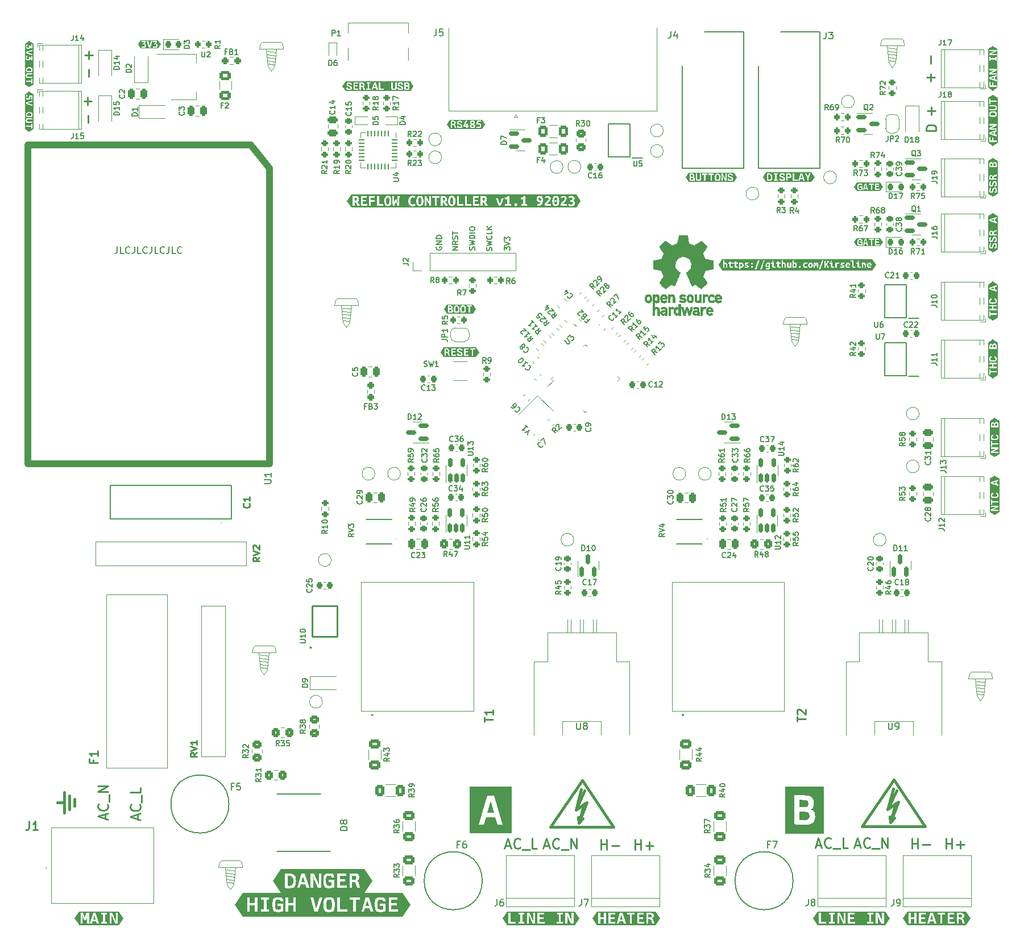
<source format=gto>
G04 #@! TF.GenerationSoftware,KiCad,Pcbnew,(6.0.9)*
G04 #@! TF.CreationDate,2023-08-24T11:24:56+02:00*
G04 #@! TF.ProjectId,reflow_oven,7265666c-6f77-45f6-9f76-656e2e6b6963,rev?*
G04 #@! TF.SameCoordinates,Original*
G04 #@! TF.FileFunction,Legend,Top*
G04 #@! TF.FilePolarity,Positive*
%FSLAX46Y46*%
G04 Gerber Fmt 4.6, Leading zero omitted, Abs format (unit mm)*
G04 Created by KiCad (PCBNEW (6.0.9)) date 2023-08-24 11:24:56*
%MOMM*%
%LPD*%
G01*
G04 APERTURE LIST*
G04 Aperture macros list*
%AMRoundRect*
0 Rectangle with rounded corners*
0 $1 Rounding radius*
0 $2 $3 $4 $5 $6 $7 $8 $9 X,Y pos of 4 corners*
0 Add a 4 corners polygon primitive as box body*
4,1,4,$2,$3,$4,$5,$6,$7,$8,$9,$2,$3,0*
0 Add four circle primitives for the rounded corners*
1,1,$1+$1,$2,$3*
1,1,$1+$1,$4,$5*
1,1,$1+$1,$6,$7*
1,1,$1+$1,$8,$9*
0 Add four rect primitives between the rounded corners*
20,1,$1+$1,$2,$3,$4,$5,0*
20,1,$1+$1,$4,$5,$6,$7,0*
20,1,$1+$1,$6,$7,$8,$9,0*
20,1,$1+$1,$8,$9,$2,$3,0*%
%AMHorizOval*
0 Thick line with rounded ends*
0 $1 width*
0 $2 $3 position (X,Y) of the first rounded end (center of the circle)*
0 $4 $5 position (X,Y) of the second rounded end (center of the circle)*
0 Add line between two ends*
20,1,$1,$2,$3,$4,$5,0*
0 Add two circle primitives to create the rounded ends*
1,1,$1,$2,$3*
1,1,$1,$4,$5*%
%AMRotRect*
0 Rectangle, with rotation*
0 The origin of the aperture is its center*
0 $1 length*
0 $2 width*
0 $3 Rotation angle, in degrees counterclockwise*
0 Add horizontal line*
21,1,$1,$2,0,0,$3*%
%AMFreePoly0*
4,1,22,0.500000,-0.750000,0.000000,-0.750000,0.000000,-0.745033,-0.079941,-0.743568,-0.215256,-0.701293,-0.333266,-0.622738,-0.424486,-0.514219,-0.481581,-0.384460,-0.499164,-0.250000,-0.500000,-0.250000,-0.500000,0.250000,-0.499164,0.250000,-0.499963,0.256109,-0.478152,0.396186,-0.417904,0.524511,-0.324060,0.630769,-0.204165,0.706417,-0.067858,0.745374,0.000000,0.744959,0.000000,0.750000,
0.500000,0.750000,0.500000,-0.750000,0.500000,-0.750000,$1*%
%AMFreePoly1*
4,1,20,0.000000,0.744959,0.073905,0.744508,0.209726,0.703889,0.328688,0.626782,0.421226,0.519385,0.479903,0.390333,0.500000,0.250000,0.500000,-0.250000,0.499851,-0.262216,0.476331,-0.402017,0.414519,-0.529596,0.319384,-0.634700,0.198574,-0.708877,0.061801,-0.746166,0.000000,-0.745033,0.000000,-0.750000,-0.500000,-0.750000,-0.500000,0.750000,0.000000,0.750000,0.000000,0.744959,
0.000000,0.744959,$1*%
G04 Aperture macros list end*
%ADD10C,0.400000*%
%ADD11C,0.200000*%
%ADD12C,0.250000*%
%ADD13C,0.150000*%
%ADD14C,0.254000*%
%ADD15C,0.120000*%
%ADD16C,1.000000*%
%ADD17C,0.381000*%
%ADD18C,0.022000*%
%ADD19C,0.100000*%
%ADD20C,0.010000*%
%ADD21FreePoly0,90.000000*%
%ADD22FreePoly1,90.000000*%
%ADD23RoundRect,0.200000X0.275000X-0.200000X0.275000X0.200000X-0.275000X0.200000X-0.275000X-0.200000X0*%
%ADD24R,0.900000X1.200000*%
%ADD25RoundRect,0.225000X0.225000X0.250000X-0.225000X0.250000X-0.225000X-0.250000X0.225000X-0.250000X0*%
%ADD26RoundRect,0.200000X-0.053033X0.335876X-0.335876X0.053033X0.053033X-0.335876X0.335876X-0.053033X0*%
%ADD27R,3.000000X3.000000*%
%ADD28C,3.000000*%
%ADD29RoundRect,0.225000X-0.225000X-0.250000X0.225000X-0.250000X0.225000X0.250000X-0.225000X0.250000X0*%
%ADD30C,1.500000*%
%ADD31C,1.100000*%
%ADD32R,2.200000X2.200000*%
%ADD33C,2.200000*%
%ADD34RoundRect,0.200000X0.335876X0.053033X0.053033X0.335876X-0.335876X-0.053033X-0.053033X-0.335876X0*%
%ADD35R,1.100000X1.100000*%
%ADD36RoundRect,0.200000X0.200000X0.275000X-0.200000X0.275000X-0.200000X-0.275000X0.200000X-0.275000X0*%
%ADD37RoundRect,0.150000X0.587500X0.150000X-0.587500X0.150000X-0.587500X-0.150000X0.587500X-0.150000X0*%
%ADD38RoundRect,0.200000X-0.275000X0.200000X-0.275000X-0.200000X0.275000X-0.200000X0.275000X0.200000X0*%
%ADD39RoundRect,0.250001X0.624999X-0.462499X0.624999X0.462499X-0.624999X0.462499X-0.624999X-0.462499X0*%
%ADD40RoundRect,0.250000X0.625000X-0.400000X0.625000X0.400000X-0.625000X0.400000X-0.625000X-0.400000X0*%
%ADD41RoundRect,0.200000X0.053033X-0.335876X0.335876X-0.053033X-0.053033X0.335876X-0.335876X0.053033X0*%
%ADD42RoundRect,0.062500X-0.062500X0.337500X-0.062500X-0.337500X0.062500X-0.337500X0.062500X0.337500X0*%
%ADD43RoundRect,0.062500X-0.337500X0.062500X-0.337500X-0.062500X0.337500X-0.062500X0.337500X0.062500X0*%
%ADD44R,3.350000X3.350000*%
%ADD45FreePoly0,180.000000*%
%ADD46FreePoly1,180.000000*%
%ADD47C,1.800000*%
%ADD48C,2.524000*%
%ADD49RoundRect,0.250000X0.250000X0.475000X-0.250000X0.475000X-0.250000X-0.475000X0.250000X-0.475000X0*%
%ADD50RoundRect,0.225000X0.250000X-0.225000X0.250000X0.225000X-0.250000X0.225000X-0.250000X-0.225000X0*%
%ADD51RoundRect,0.250000X0.400000X0.625000X-0.400000X0.625000X-0.400000X-0.625000X0.400000X-0.625000X0*%
%ADD52RoundRect,0.225000X-0.250000X0.225000X-0.250000X-0.225000X0.250000X-0.225000X0.250000X0.225000X0*%
%ADD53RoundRect,0.150000X-0.587500X-0.150000X0.587500X-0.150000X0.587500X0.150000X-0.587500X0.150000X0*%
%ADD54R,1.725000X1.725000*%
%ADD55C,1.725000*%
%ADD56RoundRect,0.150000X0.150000X-0.587500X0.150000X0.587500X-0.150000X0.587500X-0.150000X-0.587500X0*%
%ADD57RoundRect,0.250000X0.450000X-0.350000X0.450000X0.350000X-0.450000X0.350000X-0.450000X-0.350000X0*%
%ADD58RoundRect,0.250000X-0.250000X-0.475000X0.250000X-0.475000X0.250000X0.475000X-0.250000X0.475000X0*%
%ADD59RoundRect,0.225000X0.017678X-0.335876X0.335876X-0.017678X-0.017678X0.335876X-0.335876X0.017678X0*%
%ADD60R,0.700000X0.600000*%
%ADD61RoundRect,0.225000X0.335876X0.017678X0.017678X0.335876X-0.335876X-0.017678X-0.017678X-0.335876X0*%
%ADD62C,2.286000*%
%ADD63RoundRect,0.200000X-0.335876X-0.053033X-0.053033X-0.335876X0.335876X0.053033X0.053033X0.335876X0*%
%ADD64RoundRect,0.150000X0.150000X-0.512500X0.150000X0.512500X-0.150000X0.512500X-0.150000X-0.512500X0*%
%ADD65R,1.200000X1.200000*%
%ADD66R,1.500000X1.600000*%
%ADD67R,0.800000X1.200000*%
%ADD68RoundRect,0.250001X0.462499X0.624999X-0.462499X0.624999X-0.462499X-0.624999X0.462499X-0.624999X0*%
%ADD69R,1.180000X1.180000*%
%ADD70C,1.180000*%
%ADD71RoundRect,0.250000X-0.475000X0.250000X-0.475000X-0.250000X0.475000X-0.250000X0.475000X0.250000X0*%
%ADD72C,2.400000*%
%ADD73RoundRect,0.250000X-0.625000X0.400000X-0.625000X-0.400000X0.625000X-0.400000X0.625000X0.400000X0*%
%ADD74RoundRect,0.200000X-0.200000X-0.275000X0.200000X-0.275000X0.200000X0.275000X-0.200000X0.275000X0*%
%ADD75RoundRect,0.237500X-0.237500X0.250000X-0.237500X-0.250000X0.237500X-0.250000X0.237500X0.250000X0*%
%ADD76RoundRect,0.075000X-0.415425X-0.521491X0.521491X0.415425X0.415425X0.521491X-0.521491X-0.415425X0*%
%ADD77RoundRect,0.075000X0.415425X-0.521491X0.521491X-0.415425X-0.415425X0.521491X-0.521491X0.415425X0*%
%ADD78R,2.000000X1.500000*%
%ADD79R,2.000000X3.800000*%
%ADD80R,0.600000X0.700000*%
%ADD81RoundRect,0.218750X-0.218750X-0.256250X0.218750X-0.256250X0.218750X0.256250X-0.218750X0.256250X0*%
%ADD82RoundRect,0.250000X0.512652X0.159099X0.159099X0.512652X-0.512652X-0.159099X-0.159099X-0.512652X0*%
%ADD83R,1.525000X0.650000*%
%ADD84R,1.300000X1.300000*%
%ADD85C,1.300000*%
%ADD86RotRect,1.400000X1.200000X225.000000*%
%ADD87RoundRect,0.250000X0.350000X0.450000X-0.350000X0.450000X-0.350000X-0.450000X0.350000X-0.450000X0*%
%ADD88RoundRect,0.250000X-0.350000X-0.450000X0.350000X-0.450000X0.350000X0.450000X-0.350000X0.450000X0*%
%ADD89RoundRect,0.250000X-0.450000X0.350000X-0.450000X-0.350000X0.450000X-0.350000X0.450000X0.350000X0*%
%ADD90RoundRect,0.225000X-0.017678X0.335876X-0.335876X0.017678X0.017678X-0.335876X0.335876X-0.017678X0*%
%ADD91C,0.600000*%
%ADD92R,0.600000X1.160000*%
%ADD93R,0.300000X1.160000*%
%ADD94O,0.900000X1.700000*%
%ADD95O,0.900000X2.000000*%
%ADD96R,0.900000X1.000000*%
%ADD97RoundRect,0.237500X-0.344715X0.008839X0.008839X-0.344715X0.344715X-0.008839X-0.008839X0.344715X0*%
%ADD98RoundRect,0.237500X-0.250000X-0.237500X0.250000X-0.237500X0.250000X0.237500X-0.250000X0.237500X0*%
%ADD99C,4.000000*%
%ADD100R,1.600000X1.600000*%
%ADD101C,1.600000*%
%ADD102R,1.500000X1.500000*%
%ADD103C,0.800000*%
%ADD104HorizOval,0.800000X0.000000X0.000000X0.000000X0.000000X0*%
%ADD105O,9.000000X6.000000*%
%ADD106HorizOval,0.800000X0.000000X0.000000X0.000000X0.000000X0*%
%ADD107R,1.950000X1.950000*%
%ADD108C,1.950000*%
%ADD109RoundRect,0.250000X0.475000X-0.250000X0.475000X0.250000X-0.475000X0.250000X-0.475000X-0.250000X0*%
%ADD110R,1.700000X1.700000*%
%ADD111O,1.700000X1.700000*%
G04 APERTURE END LIST*
D10*
X145870865Y-204266800D02*
X145870865Y-203250800D01*
X144346865Y-203758800D02*
X143330865Y-203758800D01*
X144346865Y-205282800D02*
X144346865Y-202234800D01*
X145108865Y-204774800D02*
X145108865Y-202742800D01*
D11*
X207968809Y-121570523D02*
X208006904Y-121456238D01*
X208006904Y-121265761D01*
X207968809Y-121189571D01*
X207930714Y-121151476D01*
X207854523Y-121113380D01*
X207778333Y-121113380D01*
X207702142Y-121151476D01*
X207664047Y-121189571D01*
X207625952Y-121265761D01*
X207587857Y-121418142D01*
X207549761Y-121494333D01*
X207511666Y-121532428D01*
X207435476Y-121570523D01*
X207359285Y-121570523D01*
X207283095Y-121532428D01*
X207245000Y-121494333D01*
X207206904Y-121418142D01*
X207206904Y-121227666D01*
X207245000Y-121113380D01*
X207206904Y-120846714D02*
X208006904Y-120656238D01*
X207435476Y-120503857D01*
X208006904Y-120351476D01*
X207206904Y-120161000D01*
X207930714Y-119399095D02*
X207968809Y-119437190D01*
X208006904Y-119551476D01*
X208006904Y-119627666D01*
X207968809Y-119741952D01*
X207892619Y-119818142D01*
X207816428Y-119856238D01*
X207664047Y-119894333D01*
X207549761Y-119894333D01*
X207397380Y-119856238D01*
X207321190Y-119818142D01*
X207245000Y-119741952D01*
X207206904Y-119627666D01*
X207206904Y-119551476D01*
X207245000Y-119437190D01*
X207283095Y-119399095D01*
X208006904Y-118675285D02*
X208006904Y-119056238D01*
X207206904Y-119056238D01*
X208006904Y-118408619D02*
X207206904Y-118408619D01*
X208006904Y-117951476D02*
X207549761Y-118294333D01*
X207206904Y-117951476D02*
X207664047Y-118408619D01*
D12*
X215788579Y-210235800D02*
X216502865Y-210235800D01*
X215645722Y-210664371D02*
X216145722Y-209164371D01*
X216645722Y-210664371D01*
X218002865Y-210521514D02*
X217931436Y-210592942D01*
X217717150Y-210664371D01*
X217574293Y-210664371D01*
X217360007Y-210592942D01*
X217217150Y-210450085D01*
X217145722Y-210307228D01*
X217074293Y-210021514D01*
X217074293Y-209807228D01*
X217145722Y-209521514D01*
X217217150Y-209378657D01*
X217360007Y-209235800D01*
X217574293Y-209164371D01*
X217717150Y-209164371D01*
X217931436Y-209235800D01*
X218002865Y-209307228D01*
X218288579Y-210807228D02*
X219431436Y-210807228D01*
X219788579Y-210664371D02*
X219788579Y-209164371D01*
X220645722Y-210664371D01*
X220645722Y-209164371D01*
X273333007Y-93713228D02*
X273333007Y-92570371D01*
D13*
X152225952Y-120991380D02*
X152225952Y-121705666D01*
X152178333Y-121848523D01*
X152083095Y-121943761D01*
X151940238Y-121991380D01*
X151845000Y-121991380D01*
X153178333Y-121991380D02*
X152702142Y-121991380D01*
X152702142Y-120991380D01*
X154083095Y-121896142D02*
X154035476Y-121943761D01*
X153892619Y-121991380D01*
X153797380Y-121991380D01*
X153654523Y-121943761D01*
X153559285Y-121848523D01*
X153511666Y-121753285D01*
X153464047Y-121562809D01*
X153464047Y-121419952D01*
X153511666Y-121229476D01*
X153559285Y-121134238D01*
X153654523Y-121039000D01*
X153797380Y-120991380D01*
X153892619Y-120991380D01*
X154035476Y-121039000D01*
X154083095Y-121086619D01*
X154797380Y-120991380D02*
X154797380Y-121705666D01*
X154749761Y-121848523D01*
X154654523Y-121943761D01*
X154511666Y-121991380D01*
X154416428Y-121991380D01*
X155749761Y-121991380D02*
X155273571Y-121991380D01*
X155273571Y-120991380D01*
X156654523Y-121896142D02*
X156606904Y-121943761D01*
X156464047Y-121991380D01*
X156368809Y-121991380D01*
X156225952Y-121943761D01*
X156130714Y-121848523D01*
X156083095Y-121753285D01*
X156035476Y-121562809D01*
X156035476Y-121419952D01*
X156083095Y-121229476D01*
X156130714Y-121134238D01*
X156225952Y-121039000D01*
X156368809Y-120991380D01*
X156464047Y-120991380D01*
X156606904Y-121039000D01*
X156654523Y-121086619D01*
X157368809Y-120991380D02*
X157368809Y-121705666D01*
X157321190Y-121848523D01*
X157225952Y-121943761D01*
X157083095Y-121991380D01*
X156987857Y-121991380D01*
X158321190Y-121991380D02*
X157845000Y-121991380D01*
X157845000Y-120991380D01*
X159225952Y-121896142D02*
X159178333Y-121943761D01*
X159035476Y-121991380D01*
X158940238Y-121991380D01*
X158797380Y-121943761D01*
X158702142Y-121848523D01*
X158654523Y-121753285D01*
X158606904Y-121562809D01*
X158606904Y-121419952D01*
X158654523Y-121229476D01*
X158702142Y-121134238D01*
X158797380Y-121039000D01*
X158940238Y-120991380D01*
X159035476Y-120991380D01*
X159178333Y-121039000D01*
X159225952Y-121086619D01*
X159940238Y-120991380D02*
X159940238Y-121705666D01*
X159892619Y-121848523D01*
X159797380Y-121943761D01*
X159654523Y-121991380D01*
X159559285Y-121991380D01*
X160892619Y-121991380D02*
X160416428Y-121991380D01*
X160416428Y-120991380D01*
X161797380Y-121896142D02*
X161749761Y-121943761D01*
X161606904Y-121991380D01*
X161511666Y-121991380D01*
X161368809Y-121943761D01*
X161273571Y-121848523D01*
X161225952Y-121753285D01*
X161178333Y-121562809D01*
X161178333Y-121419952D01*
X161225952Y-121229476D01*
X161273571Y-121134238D01*
X161368809Y-121039000D01*
X161511666Y-120991380D01*
X161606904Y-120991380D01*
X161749761Y-121039000D01*
X161797380Y-121086619D01*
D12*
X148399428Y-99333857D02*
X147256571Y-99333857D01*
X147828000Y-98762428D02*
X147828000Y-99905285D01*
D11*
X209873904Y-121513476D02*
X209873904Y-121018238D01*
X210178666Y-121284904D01*
X210178666Y-121170619D01*
X210216761Y-121094428D01*
X210254857Y-121056333D01*
X210331047Y-121018238D01*
X210521523Y-121018238D01*
X210597714Y-121056333D01*
X210635809Y-121094428D01*
X210673904Y-121170619D01*
X210673904Y-121399190D01*
X210635809Y-121475380D01*
X210597714Y-121513476D01*
X209873904Y-120789666D02*
X210673904Y-120523000D01*
X209873904Y-120256333D01*
X209873904Y-120065857D02*
X209873904Y-119570619D01*
X210178666Y-119837285D01*
X210178666Y-119723000D01*
X210216761Y-119646809D01*
X210254857Y-119608714D01*
X210331047Y-119570619D01*
X210521523Y-119570619D01*
X210597714Y-119608714D01*
X210635809Y-119646809D01*
X210673904Y-119723000D01*
X210673904Y-119951571D01*
X210635809Y-120027761D01*
X210597714Y-120065857D01*
X202926904Y-121456285D02*
X202126904Y-121456285D01*
X202926904Y-120999142D01*
X202126904Y-120999142D01*
X202926904Y-120161047D02*
X202545952Y-120427714D01*
X202926904Y-120618190D02*
X202126904Y-120618190D01*
X202126904Y-120313428D01*
X202165000Y-120237238D01*
X202203095Y-120199142D01*
X202279285Y-120161047D01*
X202393571Y-120161047D01*
X202469761Y-120199142D01*
X202507857Y-120237238D01*
X202545952Y-120313428D01*
X202545952Y-120618190D01*
X202888809Y-119856285D02*
X202926904Y-119742000D01*
X202926904Y-119551523D01*
X202888809Y-119475333D01*
X202850714Y-119437238D01*
X202774523Y-119399142D01*
X202698333Y-119399142D01*
X202622142Y-119437238D01*
X202584047Y-119475333D01*
X202545952Y-119551523D01*
X202507857Y-119703904D01*
X202469761Y-119780095D01*
X202431666Y-119818190D01*
X202355476Y-119856285D01*
X202279285Y-119856285D01*
X202203095Y-119818190D01*
X202165000Y-119780095D01*
X202126904Y-119703904D01*
X202126904Y-119513428D01*
X202165000Y-119399142D01*
X202126904Y-119170571D02*
X202126904Y-118713428D01*
X202926904Y-118942000D02*
X202126904Y-118942000D01*
D12*
X273460007Y-101333228D02*
X273460007Y-100190371D01*
X274031436Y-100761800D02*
X272888579Y-100761800D01*
X209998150Y-210235800D02*
X210712436Y-210235800D01*
X209855293Y-210664371D02*
X210355293Y-209164371D01*
X210855293Y-210664371D01*
X212212436Y-210521514D02*
X212141007Y-210592942D01*
X211926722Y-210664371D01*
X211783865Y-210664371D01*
X211569579Y-210592942D01*
X211426722Y-210450085D01*
X211355293Y-210307228D01*
X211283865Y-210021514D01*
X211283865Y-209807228D01*
X211355293Y-209521514D01*
X211426722Y-209378657D01*
X211569579Y-209235800D01*
X211783865Y-209164371D01*
X211926722Y-209164371D01*
X212141007Y-209235800D01*
X212212436Y-209307228D01*
X212498150Y-210807228D02*
X213641007Y-210807228D01*
X214712436Y-210664371D02*
X213998150Y-210664371D01*
X213998150Y-209164371D01*
X147847857Y-101409571D02*
X147847857Y-102552428D01*
D11*
X205428809Y-121456238D02*
X205466904Y-121341952D01*
X205466904Y-121151476D01*
X205428809Y-121075285D01*
X205390714Y-121037190D01*
X205314523Y-120999095D01*
X205238333Y-120999095D01*
X205162142Y-121037190D01*
X205124047Y-121075285D01*
X205085952Y-121151476D01*
X205047857Y-121303857D01*
X205009761Y-121380047D01*
X204971666Y-121418142D01*
X204895476Y-121456238D01*
X204819285Y-121456238D01*
X204743095Y-121418142D01*
X204705000Y-121380047D01*
X204666904Y-121303857D01*
X204666904Y-121113380D01*
X204705000Y-120999095D01*
X204666904Y-120732428D02*
X205466904Y-120541952D01*
X204895476Y-120389571D01*
X205466904Y-120237190D01*
X204666904Y-120046714D01*
X205466904Y-119741952D02*
X204666904Y-119741952D01*
X204666904Y-119551476D01*
X204705000Y-119437190D01*
X204781190Y-119361000D01*
X204857380Y-119322904D01*
X205009761Y-119284809D01*
X205124047Y-119284809D01*
X205276428Y-119322904D01*
X205352619Y-119361000D01*
X205428809Y-119437190D01*
X205466904Y-119551476D01*
X205466904Y-119741952D01*
X205466904Y-118941952D02*
X204666904Y-118941952D01*
X204666904Y-118408619D02*
X204666904Y-118256238D01*
X204705000Y-118180047D01*
X204781190Y-118103857D01*
X204933571Y-118065761D01*
X205200238Y-118065761D01*
X205352619Y-118103857D01*
X205428809Y-118180047D01*
X205466904Y-118256238D01*
X205466904Y-118408619D01*
X205428809Y-118484809D01*
X205352619Y-118561000D01*
X205200238Y-118599095D01*
X204933571Y-118599095D01*
X204781190Y-118561000D01*
X204705000Y-118484809D01*
X204666904Y-118408619D01*
D12*
X274158436Y-103694657D02*
X272658436Y-103694657D01*
X272658436Y-103337514D01*
X272729865Y-103123228D01*
X272872722Y-102980371D01*
X273015579Y-102908942D01*
X273301293Y-102837514D01*
X273515579Y-102837514D01*
X273801293Y-102908942D01*
X273944150Y-102980371D01*
X274087007Y-103123228D01*
X274158436Y-103337514D01*
X274158436Y-103694657D01*
X270545722Y-210664371D02*
X270545722Y-209164371D01*
X270545722Y-209878657D02*
X271402865Y-209878657D01*
X271402865Y-210664371D02*
X271402865Y-209164371D01*
X272117150Y-210092942D02*
X273260007Y-210092942D01*
X256282150Y-210108800D02*
X256996436Y-210108800D01*
X256139293Y-210537371D02*
X256639293Y-209037371D01*
X257139293Y-210537371D01*
X258496436Y-210394514D02*
X258425007Y-210465942D01*
X258210722Y-210537371D01*
X258067865Y-210537371D01*
X257853579Y-210465942D01*
X257710722Y-210323085D01*
X257639293Y-210180228D01*
X257567865Y-209894514D01*
X257567865Y-209680228D01*
X257639293Y-209394514D01*
X257710722Y-209251657D01*
X257853579Y-209108800D01*
X258067865Y-209037371D01*
X258210722Y-209037371D01*
X258425007Y-209108800D01*
X258496436Y-209180228D01*
X258782150Y-210680228D02*
X259925007Y-210680228D01*
X260996436Y-210537371D02*
X260282150Y-210537371D01*
X260282150Y-209037371D01*
X147974857Y-94551571D02*
X147974857Y-95694428D01*
X224261722Y-210791371D02*
X224261722Y-209291371D01*
X224261722Y-210005657D02*
X225118865Y-210005657D01*
X225118865Y-210791371D02*
X225118865Y-209291371D01*
X225833150Y-210219942D02*
X226976007Y-210219942D01*
D11*
X199752000Y-121005523D02*
X199713904Y-121081714D01*
X199713904Y-121196000D01*
X199752000Y-121310285D01*
X199828190Y-121386476D01*
X199904380Y-121424571D01*
X200056761Y-121462666D01*
X200171047Y-121462666D01*
X200323428Y-121424571D01*
X200399619Y-121386476D01*
X200475809Y-121310285D01*
X200513904Y-121196000D01*
X200513904Y-121119809D01*
X200475809Y-121005523D01*
X200437714Y-120967428D01*
X200171047Y-120967428D01*
X200171047Y-121119809D01*
X200513904Y-120624571D02*
X199713904Y-120624571D01*
X200513904Y-120167428D01*
X199713904Y-120167428D01*
X200513904Y-119786476D02*
X199713904Y-119786476D01*
X199713904Y-119596000D01*
X199752000Y-119481714D01*
X199828190Y-119405523D01*
X199904380Y-119367428D01*
X200056761Y-119329333D01*
X200171047Y-119329333D01*
X200323428Y-119367428D01*
X200399619Y-119405523D01*
X200475809Y-119481714D01*
X200513904Y-119596000D01*
X200513904Y-119786476D01*
D12*
X262072579Y-210108800D02*
X262786865Y-210108800D01*
X261929722Y-210537371D02*
X262429722Y-209037371D01*
X262929722Y-210537371D01*
X264286865Y-210394514D02*
X264215436Y-210465942D01*
X264001150Y-210537371D01*
X263858293Y-210537371D01*
X263644007Y-210465942D01*
X263501150Y-210323085D01*
X263429722Y-210180228D01*
X263358293Y-209894514D01*
X263358293Y-209680228D01*
X263429722Y-209394514D01*
X263501150Y-209251657D01*
X263644007Y-209108800D01*
X263858293Y-209037371D01*
X264001150Y-209037371D01*
X264215436Y-209108800D01*
X264286865Y-209180228D01*
X264572579Y-210680228D02*
X265715436Y-210680228D01*
X266072579Y-210537371D02*
X266072579Y-209037371D01*
X266929722Y-210537371D01*
X266929722Y-209037371D01*
X150438865Y-206223085D02*
X150438865Y-205508800D01*
X150867436Y-206365942D02*
X149367436Y-205865942D01*
X150867436Y-205365942D01*
X150724579Y-204008800D02*
X150796007Y-204080228D01*
X150867436Y-204294514D01*
X150867436Y-204437371D01*
X150796007Y-204651657D01*
X150653150Y-204794514D01*
X150510293Y-204865942D01*
X150224579Y-204937371D01*
X150010293Y-204937371D01*
X149724579Y-204865942D01*
X149581722Y-204794514D01*
X149438865Y-204651657D01*
X149367436Y-204437371D01*
X149367436Y-204294514D01*
X149438865Y-204080228D01*
X149510293Y-204008800D01*
X151010293Y-203723085D02*
X151010293Y-202580228D01*
X150867436Y-202223085D02*
X149367436Y-202223085D01*
X150867436Y-201365942D01*
X149367436Y-201365942D01*
X229341722Y-210791371D02*
X229341722Y-209291371D01*
X229341722Y-210005657D02*
X230198865Y-210005657D01*
X230198865Y-210791371D02*
X230198865Y-209291371D01*
X230913150Y-210219942D02*
X232056007Y-210219942D01*
X231484579Y-210791371D02*
X231484579Y-209648514D01*
X155264865Y-206298514D02*
X155264865Y-205584228D01*
X155693436Y-206441371D02*
X154193436Y-205941371D01*
X155693436Y-205441371D01*
X155550579Y-204084228D02*
X155622007Y-204155657D01*
X155693436Y-204369942D01*
X155693436Y-204512800D01*
X155622007Y-204727085D01*
X155479150Y-204869942D01*
X155336293Y-204941371D01*
X155050579Y-205012800D01*
X154836293Y-205012800D01*
X154550579Y-204941371D01*
X154407722Y-204869942D01*
X154264865Y-204727085D01*
X154193436Y-204512800D01*
X154193436Y-204369942D01*
X154264865Y-204155657D01*
X154336293Y-204084228D01*
X155836293Y-203798514D02*
X155836293Y-202655657D01*
X155693436Y-201584228D02*
X155693436Y-202298514D01*
X154193436Y-202298514D01*
X148526428Y-92475857D02*
X147383571Y-92475857D01*
X147955000Y-91904428D02*
X147955000Y-93047285D01*
X272781436Y-95788942D02*
X273924293Y-95788942D01*
X273352865Y-96360371D02*
X273352865Y-95217514D01*
X275625722Y-210664371D02*
X275625722Y-209164371D01*
X275625722Y-209878657D02*
X276482865Y-209878657D01*
X276482865Y-210664371D02*
X276482865Y-209164371D01*
X277197150Y-210092942D02*
X278340007Y-210092942D01*
X277768579Y-210664371D02*
X277768579Y-209521514D01*
D13*
X266971198Y-104514704D02*
X266971198Y-105086133D01*
X266933103Y-105200419D01*
X266856912Y-105276609D01*
X266742626Y-105314704D01*
X266666436Y-105314704D01*
X267352150Y-105314704D02*
X267352150Y-104514704D01*
X267656912Y-104514704D01*
X267733103Y-104552800D01*
X267771198Y-104590895D01*
X267809293Y-104667085D01*
X267809293Y-104781371D01*
X267771198Y-104857561D01*
X267733103Y-104895657D01*
X267656912Y-104933752D01*
X267352150Y-104933752D01*
X268114055Y-104590895D02*
X268152150Y-104552800D01*
X268228341Y-104514704D01*
X268418817Y-104514704D01*
X268495007Y-104552800D01*
X268533103Y-104590895D01*
X268571198Y-104667085D01*
X268571198Y-104743276D01*
X268533103Y-104857561D01*
X268075960Y-105314704D01*
X268571198Y-105314704D01*
X187024569Y-109632685D02*
X186643617Y-109899352D01*
X187024569Y-110089828D02*
X186224569Y-110089828D01*
X186224569Y-109785066D01*
X186262665Y-109708876D01*
X186300760Y-109670780D01*
X186376950Y-109632685D01*
X186491236Y-109632685D01*
X186567426Y-109670780D01*
X186605522Y-109708876D01*
X186643617Y-109785066D01*
X186643617Y-110089828D01*
X186300760Y-109327923D02*
X186262665Y-109289828D01*
X186224569Y-109213638D01*
X186224569Y-109023161D01*
X186262665Y-108946971D01*
X186300760Y-108908876D01*
X186376950Y-108870780D01*
X186453141Y-108870780D01*
X186567426Y-108908876D01*
X187024569Y-109366019D01*
X187024569Y-108870780D01*
X186224569Y-108375542D02*
X186224569Y-108299352D01*
X186262665Y-108223161D01*
X186300760Y-108185066D01*
X186376950Y-108146971D01*
X186529331Y-108108876D01*
X186719807Y-108108876D01*
X186872188Y-108146971D01*
X186948379Y-108185066D01*
X186986474Y-108223161D01*
X187024569Y-108299352D01*
X187024569Y-108375542D01*
X186986474Y-108451733D01*
X186948379Y-108489828D01*
X186872188Y-108527923D01*
X186719807Y-108566019D01*
X186529331Y-108566019D01*
X186376950Y-108527923D01*
X186300760Y-108489828D01*
X186262665Y-108451733D01*
X186224569Y-108375542D01*
X180570769Y-186573276D02*
X179770769Y-186573276D01*
X179770769Y-186382800D01*
X179808865Y-186268514D01*
X179885055Y-186192323D01*
X179961245Y-186154228D01*
X180113626Y-186116133D01*
X180227912Y-186116133D01*
X180380293Y-186154228D01*
X180456484Y-186192323D01*
X180532674Y-186268514D01*
X180570769Y-186382800D01*
X180570769Y-186573276D01*
X180570769Y-185735180D02*
X180570769Y-185582800D01*
X180532674Y-185506609D01*
X180494579Y-185468514D01*
X180380293Y-185392323D01*
X180227912Y-185354228D01*
X179923150Y-185354228D01*
X179846960Y-185392323D01*
X179808865Y-185430419D01*
X179770769Y-185506609D01*
X179770769Y-185658990D01*
X179808865Y-185735180D01*
X179846960Y-185773276D01*
X179923150Y-185811371D01*
X180113626Y-185811371D01*
X180189817Y-185773276D01*
X180227912Y-185735180D01*
X180266007Y-185658990D01*
X180266007Y-185506609D01*
X180227912Y-185430419D01*
X180189817Y-185392323D01*
X180113626Y-185354228D01*
X269523769Y-158299085D02*
X269142817Y-158565752D01*
X269523769Y-158756228D02*
X268723769Y-158756228D01*
X268723769Y-158451466D01*
X268761865Y-158375276D01*
X268799960Y-158337180D01*
X268876150Y-158299085D01*
X268990436Y-158299085D01*
X269066626Y-158337180D01*
X269104722Y-158375276D01*
X269142817Y-158451466D01*
X269142817Y-158756228D01*
X268723769Y-157575276D02*
X268723769Y-157956228D01*
X269104722Y-157994323D01*
X269066626Y-157956228D01*
X269028531Y-157880038D01*
X269028531Y-157689561D01*
X269066626Y-157613371D01*
X269104722Y-157575276D01*
X269180912Y-157537180D01*
X269371388Y-157537180D01*
X269447579Y-157575276D01*
X269485674Y-157613371D01*
X269523769Y-157689561D01*
X269523769Y-157880038D01*
X269485674Y-157956228D01*
X269447579Y-157994323D01*
X268723769Y-157270514D02*
X268723769Y-156775276D01*
X269028531Y-157041942D01*
X269028531Y-156927657D01*
X269066626Y-156851466D01*
X269104722Y-156813371D01*
X269180912Y-156775276D01*
X269371388Y-156775276D01*
X269447579Y-156813371D01*
X269485674Y-156851466D01*
X269523769Y-156927657D01*
X269523769Y-157156228D01*
X269485674Y-157232419D01*
X269447579Y-157270514D01*
X267123579Y-125558514D02*
X267085484Y-125596609D01*
X266971198Y-125634704D01*
X266895007Y-125634704D01*
X266780722Y-125596609D01*
X266704531Y-125520419D01*
X266666436Y-125444228D01*
X266628341Y-125291847D01*
X266628341Y-125177561D01*
X266666436Y-125025180D01*
X266704531Y-124948990D01*
X266780722Y-124872800D01*
X266895007Y-124834704D01*
X266971198Y-124834704D01*
X267085484Y-124872800D01*
X267123579Y-124910895D01*
X267428341Y-124910895D02*
X267466436Y-124872800D01*
X267542626Y-124834704D01*
X267733103Y-124834704D01*
X267809293Y-124872800D01*
X267847388Y-124910895D01*
X267885484Y-124987085D01*
X267885484Y-125063276D01*
X267847388Y-125177561D01*
X267390245Y-125634704D01*
X267885484Y-125634704D01*
X268647388Y-125634704D02*
X268190245Y-125634704D01*
X268418817Y-125634704D02*
X268418817Y-124834704D01*
X268342626Y-124948990D01*
X268266436Y-125025180D01*
X268190245Y-125063276D01*
X217837689Y-148457586D02*
X217379753Y-148376774D01*
X217514440Y-148780835D02*
X216948755Y-148215149D01*
X217164254Y-147999650D01*
X217245066Y-147972712D01*
X217298941Y-147972712D01*
X217379753Y-147999650D01*
X217460565Y-148080462D01*
X217487503Y-148161274D01*
X217487503Y-148215149D01*
X217460565Y-148295961D01*
X217245066Y-148511461D01*
X217541377Y-147730276D02*
X217541377Y-147676401D01*
X217568315Y-147595589D01*
X217703002Y-147460902D01*
X217783814Y-147433964D01*
X217837689Y-147433964D01*
X217918501Y-147460902D01*
X217972376Y-147514777D01*
X218026251Y-147622526D01*
X218026251Y-148269024D01*
X218376437Y-147918838D01*
D11*
X221348531Y-218201180D02*
X221348531Y-218915466D01*
X221300912Y-219058323D01*
X221205674Y-219153561D01*
X221062817Y-219201180D01*
X220967579Y-219201180D01*
X221729484Y-218201180D02*
X222396150Y-218201180D01*
X221967579Y-219201180D01*
D13*
X231893779Y-141814514D02*
X231855684Y-141852609D01*
X231741398Y-141890704D01*
X231665207Y-141890704D01*
X231550922Y-141852609D01*
X231474731Y-141776419D01*
X231436636Y-141700228D01*
X231398541Y-141547847D01*
X231398541Y-141433561D01*
X231436636Y-141281180D01*
X231474731Y-141204990D01*
X231550922Y-141128800D01*
X231665207Y-141090704D01*
X231741398Y-141090704D01*
X231855684Y-141128800D01*
X231893779Y-141166895D01*
X232655684Y-141890704D02*
X232198541Y-141890704D01*
X232427112Y-141890704D02*
X232427112Y-141090704D01*
X232350922Y-141204990D01*
X232274731Y-141281180D01*
X232198541Y-141319276D01*
X232960445Y-141166895D02*
X232998541Y-141128800D01*
X233074731Y-141090704D01*
X233265207Y-141090704D01*
X233341398Y-141128800D01*
X233379493Y-141166895D01*
X233417588Y-141243085D01*
X233417588Y-141319276D01*
X233379493Y-141433561D01*
X232922350Y-141890704D01*
X233417588Y-141890704D01*
X207367769Y-154048085D02*
X206986817Y-154314752D01*
X207367769Y-154505228D02*
X206567769Y-154505228D01*
X206567769Y-154200466D01*
X206605865Y-154124276D01*
X206643960Y-154086180D01*
X206720150Y-154048085D01*
X206834436Y-154048085D01*
X206910626Y-154086180D01*
X206948722Y-154124276D01*
X206986817Y-154200466D01*
X206986817Y-154505228D01*
X206567769Y-153362371D02*
X206567769Y-153514752D01*
X206605865Y-153590942D01*
X206643960Y-153629038D01*
X206758245Y-153705228D01*
X206910626Y-153743323D01*
X207215388Y-153743323D01*
X207291579Y-153705228D01*
X207329674Y-153667133D01*
X207367769Y-153590942D01*
X207367769Y-153438561D01*
X207329674Y-153362371D01*
X207291579Y-153324276D01*
X207215388Y-153286180D01*
X207024912Y-153286180D01*
X206948722Y-153324276D01*
X206910626Y-153362371D01*
X206872531Y-153438561D01*
X206872531Y-153590942D01*
X206910626Y-153667133D01*
X206948722Y-153705228D01*
X207024912Y-153743323D01*
X206567769Y-152790942D02*
X206567769Y-152714752D01*
X206605865Y-152638561D01*
X206643960Y-152600466D01*
X206720150Y-152562371D01*
X206872531Y-152524276D01*
X207063007Y-152524276D01*
X207215388Y-152562371D01*
X207291579Y-152600466D01*
X207329674Y-152638561D01*
X207367769Y-152714752D01*
X207367769Y-152790942D01*
X207329674Y-152867133D01*
X207291579Y-152905228D01*
X207215388Y-152943323D01*
X207063007Y-152981419D01*
X206872531Y-152981419D01*
X206720150Y-152943323D01*
X206643960Y-152905228D01*
X206605865Y-152867133D01*
X206567769Y-152790942D01*
X274864245Y-97910704D02*
X274864245Y-98482133D01*
X274826150Y-98596419D01*
X274749960Y-98672609D01*
X274635674Y-98710704D01*
X274559484Y-98710704D01*
X275664245Y-98710704D02*
X275207103Y-98710704D01*
X275435674Y-98710704D02*
X275435674Y-97910704D01*
X275359484Y-98024990D01*
X275283293Y-98101180D01*
X275207103Y-98139276D01*
X276121388Y-98253561D02*
X276045198Y-98215466D01*
X276007103Y-98177371D01*
X275969007Y-98101180D01*
X275969007Y-98063085D01*
X276007103Y-97986895D01*
X276045198Y-97948800D01*
X276121388Y-97910704D01*
X276273769Y-97910704D01*
X276349960Y-97948800D01*
X276388055Y-97986895D01*
X276426150Y-98063085D01*
X276426150Y-98101180D01*
X276388055Y-98177371D01*
X276349960Y-98215466D01*
X276273769Y-98253561D01*
X276121388Y-98253561D01*
X276045198Y-98291657D01*
X276007103Y-98329752D01*
X275969007Y-98405942D01*
X275969007Y-98558323D01*
X276007103Y-98634514D01*
X276045198Y-98672609D01*
X276121388Y-98710704D01*
X276273769Y-98710704D01*
X276349960Y-98672609D01*
X276388055Y-98634514D01*
X276426150Y-98558323D01*
X276426150Y-98405942D01*
X276388055Y-98329752D01*
X276349960Y-98291657D01*
X276273769Y-98253561D01*
X217406625Y-130739949D02*
X217325813Y-131197885D01*
X217729874Y-131063198D02*
X217164188Y-131628883D01*
X216948689Y-131413384D01*
X216921752Y-131332572D01*
X216921752Y-131278697D01*
X216948689Y-131197885D01*
X217029501Y-131117073D01*
X217110313Y-131090135D01*
X217164188Y-131090135D01*
X217245000Y-131117073D01*
X217460500Y-131332572D01*
X216679315Y-131036261D02*
X216625440Y-131036261D01*
X216544628Y-131009323D01*
X216409941Y-130874636D01*
X216383003Y-130793824D01*
X216383003Y-130739949D01*
X216409941Y-130659137D01*
X216463816Y-130605262D01*
X216571565Y-130551387D01*
X217218063Y-130551387D01*
X216867877Y-130201201D01*
X216005880Y-130093451D02*
X216383003Y-129716328D01*
X215925068Y-130443638D02*
X216463816Y-130174264D01*
X216113629Y-129824077D01*
X269587436Y-105441704D02*
X269587436Y-104641704D01*
X269777912Y-104641704D01*
X269892198Y-104679800D01*
X269968388Y-104755990D01*
X270006484Y-104832180D01*
X270044579Y-104984561D01*
X270044579Y-105098847D01*
X270006484Y-105251228D01*
X269968388Y-105327419D01*
X269892198Y-105403609D01*
X269777912Y-105441704D01*
X269587436Y-105441704D01*
X270806484Y-105441704D02*
X270349341Y-105441704D01*
X270577912Y-105441704D02*
X270577912Y-104641704D01*
X270501722Y-104755990D01*
X270425531Y-104832180D01*
X270349341Y-104870276D01*
X271263626Y-104984561D02*
X271187436Y-104946466D01*
X271149341Y-104908371D01*
X271111245Y-104832180D01*
X271111245Y-104794085D01*
X271149341Y-104717895D01*
X271187436Y-104679800D01*
X271263626Y-104641704D01*
X271416007Y-104641704D01*
X271492198Y-104679800D01*
X271530293Y-104717895D01*
X271568388Y-104794085D01*
X271568388Y-104832180D01*
X271530293Y-104908371D01*
X271492198Y-104946466D01*
X271416007Y-104984561D01*
X271263626Y-104984561D01*
X271187436Y-105022657D01*
X271149341Y-105060752D01*
X271111245Y-105136942D01*
X271111245Y-105289323D01*
X271149341Y-105365514D01*
X271187436Y-105403609D01*
X271263626Y-105441704D01*
X271416007Y-105441704D01*
X271492198Y-105403609D01*
X271530293Y-105365514D01*
X271568388Y-105289323D01*
X271568388Y-105136942D01*
X271530293Y-105060752D01*
X271492198Y-105022657D01*
X271416007Y-104984561D01*
X199381731Y-126345904D02*
X199115065Y-125964952D01*
X198924588Y-126345904D02*
X198924588Y-125545904D01*
X199229350Y-125545904D01*
X199305541Y-125584000D01*
X199343636Y-125622095D01*
X199381731Y-125698285D01*
X199381731Y-125812571D01*
X199343636Y-125888761D01*
X199305541Y-125926857D01*
X199229350Y-125964952D01*
X198924588Y-125964952D01*
X199838874Y-125888761D02*
X199762684Y-125850666D01*
X199724588Y-125812571D01*
X199686493Y-125736380D01*
X199686493Y-125698285D01*
X199724588Y-125622095D01*
X199762684Y-125584000D01*
X199838874Y-125545904D01*
X199991255Y-125545904D01*
X200067445Y-125584000D01*
X200105541Y-125622095D01*
X200143636Y-125698285D01*
X200143636Y-125736380D01*
X200105541Y-125812571D01*
X200067445Y-125850666D01*
X199991255Y-125888761D01*
X199838874Y-125888761D01*
X199762684Y-125926857D01*
X199724588Y-125964952D01*
X199686493Y-126041142D01*
X199686493Y-126193523D01*
X199724588Y-126269714D01*
X199762684Y-126307809D01*
X199838874Y-126345904D01*
X199991255Y-126345904D01*
X200067445Y-126307809D01*
X200105541Y-126269714D01*
X200143636Y-126193523D01*
X200143636Y-126041142D01*
X200105541Y-125964952D01*
X200067445Y-125926857D01*
X199991255Y-125888761D01*
X269523769Y-150171085D02*
X269142817Y-150437752D01*
X269523769Y-150628228D02*
X268723769Y-150628228D01*
X268723769Y-150323466D01*
X268761865Y-150247276D01*
X268799960Y-150209180D01*
X268876150Y-150171085D01*
X268990436Y-150171085D01*
X269066626Y-150209180D01*
X269104722Y-150247276D01*
X269142817Y-150323466D01*
X269142817Y-150628228D01*
X268723769Y-149447276D02*
X268723769Y-149828228D01*
X269104722Y-149866323D01*
X269066626Y-149828228D01*
X269028531Y-149752038D01*
X269028531Y-149561561D01*
X269066626Y-149485371D01*
X269104722Y-149447276D01*
X269180912Y-149409180D01*
X269371388Y-149409180D01*
X269447579Y-149447276D01*
X269485674Y-149485371D01*
X269523769Y-149561561D01*
X269523769Y-149752038D01*
X269485674Y-149828228D01*
X269447579Y-149866323D01*
X269066626Y-148952038D02*
X269028531Y-149028228D01*
X268990436Y-149066323D01*
X268914245Y-149104419D01*
X268876150Y-149104419D01*
X268799960Y-149066323D01*
X268761865Y-149028228D01*
X268723769Y-148952038D01*
X268723769Y-148799657D01*
X268761865Y-148723466D01*
X268799960Y-148685371D01*
X268876150Y-148647276D01*
X268914245Y-148647276D01*
X268990436Y-148685371D01*
X269028531Y-148723466D01*
X269066626Y-148799657D01*
X269066626Y-148952038D01*
X269104722Y-149028228D01*
X269142817Y-149066323D01*
X269219007Y-149104419D01*
X269371388Y-149104419D01*
X269447579Y-149066323D01*
X269485674Y-149028228D01*
X269523769Y-148952038D01*
X269523769Y-148799657D01*
X269485674Y-148723466D01*
X269447579Y-148685371D01*
X269371388Y-148647276D01*
X269219007Y-148647276D01*
X269142817Y-148685371D01*
X269104722Y-148723466D01*
X269066626Y-148799657D01*
X202220579Y-149946514D02*
X202182484Y-149984609D01*
X202068198Y-150022704D01*
X201992007Y-150022704D01*
X201877722Y-149984609D01*
X201801531Y-149908419D01*
X201763436Y-149832228D01*
X201725341Y-149679847D01*
X201725341Y-149565561D01*
X201763436Y-149413180D01*
X201801531Y-149336990D01*
X201877722Y-149260800D01*
X201992007Y-149222704D01*
X202068198Y-149222704D01*
X202182484Y-149260800D01*
X202220579Y-149298895D01*
X202487245Y-149222704D02*
X202982484Y-149222704D01*
X202715817Y-149527466D01*
X202830103Y-149527466D01*
X202906293Y-149565561D01*
X202944388Y-149603657D01*
X202982484Y-149679847D01*
X202982484Y-149870323D01*
X202944388Y-149946514D01*
X202906293Y-149984609D01*
X202830103Y-150022704D01*
X202601531Y-150022704D01*
X202525341Y-149984609D01*
X202487245Y-149946514D01*
X203668198Y-149222704D02*
X203515817Y-149222704D01*
X203439626Y-149260800D01*
X203401531Y-149298895D01*
X203325341Y-149413180D01*
X203287245Y-149565561D01*
X203287245Y-149870323D01*
X203325341Y-149946514D01*
X203363436Y-149984609D01*
X203439626Y-150022704D01*
X203592007Y-150022704D01*
X203668198Y-149984609D01*
X203706293Y-149946514D01*
X203744388Y-149870323D01*
X203744388Y-149679847D01*
X203706293Y-149603657D01*
X203668198Y-149565561D01*
X203592007Y-149527466D01*
X203439626Y-149527466D01*
X203363436Y-149565561D01*
X203325341Y-149603657D01*
X203287245Y-149679847D01*
X195546436Y-146716704D02*
X195546436Y-145916704D01*
X195736912Y-145916704D01*
X195851198Y-145954800D01*
X195927388Y-146030990D01*
X195965484Y-146107180D01*
X196003579Y-146259561D01*
X196003579Y-146373847D01*
X195965484Y-146526228D01*
X195927388Y-146602419D01*
X195851198Y-146678609D01*
X195736912Y-146716704D01*
X195546436Y-146716704D01*
X196765484Y-146716704D02*
X196308341Y-146716704D01*
X196536912Y-146716704D02*
X196536912Y-145916704D01*
X196460722Y-146030990D01*
X196384531Y-146107180D01*
X196308341Y-146145276D01*
X197070245Y-145992895D02*
X197108341Y-145954800D01*
X197184531Y-145916704D01*
X197375007Y-145916704D01*
X197451198Y-145954800D01*
X197489293Y-145992895D01*
X197527388Y-146069085D01*
X197527388Y-146145276D01*
X197489293Y-146259561D01*
X197032150Y-146716704D01*
X197527388Y-146716704D01*
X242602769Y-152604085D02*
X242221817Y-152870752D01*
X242602769Y-153061228D02*
X241802769Y-153061228D01*
X241802769Y-152756466D01*
X241840865Y-152680276D01*
X241878960Y-152642180D01*
X241955150Y-152604085D01*
X242069436Y-152604085D01*
X242145626Y-152642180D01*
X242183722Y-152680276D01*
X242221817Y-152756466D01*
X242221817Y-153061228D01*
X241802769Y-151918371D02*
X241802769Y-152070752D01*
X241840865Y-152146942D01*
X241878960Y-152185038D01*
X241993245Y-152261228D01*
X242145626Y-152299323D01*
X242450388Y-152299323D01*
X242526579Y-152261228D01*
X242564674Y-152223133D01*
X242602769Y-152146942D01*
X242602769Y-151994561D01*
X242564674Y-151918371D01*
X242526579Y-151880276D01*
X242450388Y-151842180D01*
X242259912Y-151842180D01*
X242183722Y-151880276D01*
X242145626Y-151918371D01*
X242107531Y-151994561D01*
X242107531Y-152146942D01*
X242145626Y-152223133D01*
X242183722Y-152261228D01*
X242259912Y-152299323D01*
X242602769Y-151080276D02*
X242602769Y-151537419D01*
X242602769Y-151308847D02*
X241802769Y-151308847D01*
X241917055Y-151385038D01*
X241993245Y-151461228D01*
X242031341Y-151537419D01*
X250943731Y-115906504D02*
X250677065Y-115525552D01*
X250486588Y-115906504D02*
X250486588Y-115106504D01*
X250791350Y-115106504D01*
X250867541Y-115144600D01*
X250905636Y-115182695D01*
X250943731Y-115258885D01*
X250943731Y-115373171D01*
X250905636Y-115449361D01*
X250867541Y-115487457D01*
X250791350Y-115525552D01*
X250486588Y-115525552D01*
X251210398Y-115106504D02*
X251705636Y-115106504D01*
X251438969Y-115411266D01*
X251553255Y-115411266D01*
X251629445Y-115449361D01*
X251667541Y-115487457D01*
X251705636Y-115563647D01*
X251705636Y-115754123D01*
X251667541Y-115830314D01*
X251629445Y-115868409D01*
X251553255Y-115906504D01*
X251324684Y-115906504D01*
X251248493Y-115868409D01*
X251210398Y-115830314D01*
X154334769Y-95002276D02*
X153534769Y-95002276D01*
X153534769Y-94811800D01*
X153572865Y-94697514D01*
X153649055Y-94621323D01*
X153725245Y-94583228D01*
X153877626Y-94545133D01*
X153991912Y-94545133D01*
X154144293Y-94583228D01*
X154220484Y-94621323D01*
X154296674Y-94697514D01*
X154334769Y-94811800D01*
X154334769Y-95002276D01*
X153610960Y-94240371D02*
X153572865Y-94202276D01*
X153534769Y-94126085D01*
X153534769Y-93935609D01*
X153572865Y-93859419D01*
X153610960Y-93821323D01*
X153687150Y-93783228D01*
X153763341Y-93783228D01*
X153877626Y-93821323D01*
X154334769Y-94278466D01*
X154334769Y-93783228D01*
X167930198Y-99942657D02*
X167663531Y-99942657D01*
X167663531Y-100361704D02*
X167663531Y-99561704D01*
X168044484Y-99561704D01*
X168311150Y-99637895D02*
X168349245Y-99599800D01*
X168425436Y-99561704D01*
X168615912Y-99561704D01*
X168692103Y-99599800D01*
X168730198Y-99637895D01*
X168768293Y-99714085D01*
X168768293Y-99790276D01*
X168730198Y-99904561D01*
X168273055Y-100361704D01*
X168768293Y-100361704D01*
X240519969Y-214437085D02*
X240139017Y-214703752D01*
X240519969Y-214894228D02*
X239719969Y-214894228D01*
X239719969Y-214589466D01*
X239758065Y-214513276D01*
X239796160Y-214475180D01*
X239872350Y-214437085D01*
X239986636Y-214437085D01*
X240062826Y-214475180D01*
X240100922Y-214513276D01*
X240139017Y-214589466D01*
X240139017Y-214894228D01*
X239719969Y-214170419D02*
X239719969Y-213675180D01*
X240024731Y-213941847D01*
X240024731Y-213827561D01*
X240062826Y-213751371D01*
X240100922Y-213713276D01*
X240177112Y-213675180D01*
X240367588Y-213675180D01*
X240443779Y-213713276D01*
X240481874Y-213751371D01*
X240519969Y-213827561D01*
X240519969Y-214056133D01*
X240481874Y-214132323D01*
X240443779Y-214170419D01*
X239986636Y-212989466D02*
X240519969Y-212989466D01*
X239681874Y-213179942D02*
X240253303Y-213370419D01*
X240253303Y-212875180D01*
X218289769Y-172273085D02*
X217908817Y-172539752D01*
X218289769Y-172730228D02*
X217489769Y-172730228D01*
X217489769Y-172425466D01*
X217527865Y-172349276D01*
X217565960Y-172311180D01*
X217642150Y-172273085D01*
X217756436Y-172273085D01*
X217832626Y-172311180D01*
X217870722Y-172349276D01*
X217908817Y-172425466D01*
X217908817Y-172730228D01*
X217756436Y-171587371D02*
X218289769Y-171587371D01*
X217451674Y-171777847D02*
X218023103Y-171968323D01*
X218023103Y-171473085D01*
X217489769Y-170787371D02*
X217489769Y-171168323D01*
X217870722Y-171206419D01*
X217832626Y-171168323D01*
X217794531Y-171092133D01*
X217794531Y-170901657D01*
X217832626Y-170825466D01*
X217870722Y-170787371D01*
X217946912Y-170749276D01*
X218137388Y-170749276D01*
X218213579Y-170787371D01*
X218251674Y-170825466D01*
X218289769Y-170901657D01*
X218289769Y-171092133D01*
X218251674Y-171168323D01*
X218213579Y-171206419D01*
X207113731Y-138309304D02*
X206847065Y-137928352D01*
X206656588Y-138309304D02*
X206656588Y-137509304D01*
X206961350Y-137509304D01*
X207037541Y-137547400D01*
X207075636Y-137585495D01*
X207113731Y-137661685D01*
X207113731Y-137775971D01*
X207075636Y-137852161D01*
X207037541Y-137890257D01*
X206961350Y-137928352D01*
X206656588Y-137928352D01*
X207494684Y-138309304D02*
X207647065Y-138309304D01*
X207723255Y-138271209D01*
X207761350Y-138233114D01*
X207837541Y-138118828D01*
X207875636Y-137966447D01*
X207875636Y-137661685D01*
X207837541Y-137585495D01*
X207799445Y-137547400D01*
X207723255Y-137509304D01*
X207570874Y-137509304D01*
X207494684Y-137547400D01*
X207456588Y-137585495D01*
X207418493Y-137661685D01*
X207418493Y-137852161D01*
X207456588Y-137928352D01*
X207494684Y-137966447D01*
X207570874Y-138004542D01*
X207723255Y-138004542D01*
X207799445Y-137966447D01*
X207837541Y-137928352D01*
X207875636Y-137852161D01*
X224451715Y-128025960D02*
X223993779Y-127945148D01*
X224128466Y-128349209D02*
X223562781Y-127783523D01*
X223778280Y-127568024D01*
X223859092Y-127541087D01*
X223912967Y-127541087D01*
X223993779Y-127568024D01*
X224074591Y-127648836D01*
X224101529Y-127729648D01*
X224101529Y-127783523D01*
X224074591Y-127864335D01*
X223859092Y-128079835D01*
X224155403Y-127298650D02*
X224155403Y-127244775D01*
X224182341Y-127163963D01*
X224317028Y-127029276D01*
X224397840Y-127002338D01*
X224451715Y-127002338D01*
X224532527Y-127029276D01*
X224586402Y-127083151D01*
X224640277Y-127190900D01*
X224640277Y-127837398D01*
X224990463Y-127487212D01*
X224990463Y-126840714D02*
X224909651Y-126867651D01*
X224855776Y-126867651D01*
X224774964Y-126840714D01*
X224748026Y-126813777D01*
X224721089Y-126732964D01*
X224721089Y-126679090D01*
X224748026Y-126598277D01*
X224855776Y-126490528D01*
X224936588Y-126463590D01*
X224990463Y-126463590D01*
X225071275Y-126490528D01*
X225098213Y-126517465D01*
X225125150Y-126598277D01*
X225125150Y-126652152D01*
X225098213Y-126732964D01*
X224990463Y-126840714D01*
X224963526Y-126921526D01*
X224963526Y-126975401D01*
X224990463Y-127056213D01*
X225098213Y-127163963D01*
X225179025Y-127190900D01*
X225232900Y-127190900D01*
X225313712Y-127163963D01*
X225421461Y-127056213D01*
X225448399Y-126975401D01*
X225448399Y-126921526D01*
X225421461Y-126840714D01*
X225313712Y-126732964D01*
X225232900Y-126706027D01*
X225179025Y-126706027D01*
X225098213Y-126732964D01*
X193336569Y-111214323D02*
X193984188Y-111214323D01*
X194060379Y-111176228D01*
X194098474Y-111138133D01*
X194136569Y-111061942D01*
X194136569Y-110909561D01*
X194098474Y-110833371D01*
X194060379Y-110795276D01*
X193984188Y-110757180D01*
X193336569Y-110757180D01*
X193603236Y-110033371D02*
X194136569Y-110033371D01*
X193298474Y-110223847D02*
X193869903Y-110414323D01*
X193869903Y-109919085D01*
X200587769Y-134829466D02*
X201159198Y-134829466D01*
X201273484Y-134867561D01*
X201349674Y-134943752D01*
X201387769Y-135058038D01*
X201387769Y-135134228D01*
X201387769Y-134448514D02*
X200587769Y-134448514D01*
X200587769Y-134143752D01*
X200625865Y-134067561D01*
X200663960Y-134029466D01*
X200740150Y-133991371D01*
X200854436Y-133991371D01*
X200930626Y-134029466D01*
X200968722Y-134067561D01*
X201006817Y-134143752D01*
X201006817Y-134448514D01*
X201387769Y-133229466D02*
X201387769Y-133686609D01*
X201387769Y-133458038D02*
X200587769Y-133458038D01*
X200702055Y-133534228D01*
X200778245Y-133610419D01*
X200816341Y-133686609D01*
X194085769Y-100133085D02*
X193704817Y-100399752D01*
X194085769Y-100590228D02*
X193285769Y-100590228D01*
X193285769Y-100285466D01*
X193323865Y-100209276D01*
X193361960Y-100171180D01*
X193438150Y-100133085D01*
X193552436Y-100133085D01*
X193628626Y-100171180D01*
X193666722Y-100209276D01*
X193704817Y-100285466D01*
X193704817Y-100590228D01*
X194085769Y-99371180D02*
X194085769Y-99828323D01*
X194085769Y-99599752D02*
X193285769Y-99599752D01*
X193400055Y-99675942D01*
X193476245Y-99752133D01*
X193514341Y-99828323D01*
X193285769Y-99104514D02*
X193285769Y-98571180D01*
X194085769Y-98914038D01*
D12*
X173408245Y-167270038D02*
X172932055Y-167603371D01*
X173408245Y-167841466D02*
X172408245Y-167841466D01*
X172408245Y-167460514D01*
X172455865Y-167365276D01*
X172503484Y-167317657D01*
X172598722Y-167270038D01*
X172741579Y-167270038D01*
X172836817Y-167317657D01*
X172884436Y-167365276D01*
X172932055Y-167460514D01*
X172932055Y-167841466D01*
X172408245Y-166984323D02*
X173408245Y-166650990D01*
X172408245Y-166317657D01*
X172503484Y-166031942D02*
X172455865Y-165984323D01*
X172408245Y-165889085D01*
X172408245Y-165650990D01*
X172455865Y-165555752D01*
X172503484Y-165508133D01*
X172598722Y-165460514D01*
X172693960Y-165460514D01*
X172836817Y-165508133D01*
X173408245Y-166079561D01*
X173408245Y-165460514D01*
D13*
X174126245Y-156260704D02*
X174935769Y-156260704D01*
X175031007Y-156213085D01*
X175078626Y-156165466D01*
X175126245Y-156070228D01*
X175126245Y-155879752D01*
X175078626Y-155784514D01*
X175031007Y-155736895D01*
X174935769Y-155689276D01*
X174126245Y-155689276D01*
X175126245Y-154689276D02*
X175126245Y-155260704D01*
X175126245Y-154974990D02*
X174126245Y-154974990D01*
X174269103Y-155070228D01*
X174364341Y-155165466D01*
X174411960Y-155260704D01*
X162132579Y-100895133D02*
X162170674Y-100933228D01*
X162208769Y-101047514D01*
X162208769Y-101123704D01*
X162170674Y-101237990D01*
X162094484Y-101314180D01*
X162018293Y-101352276D01*
X161865912Y-101390371D01*
X161751626Y-101390371D01*
X161599245Y-101352276D01*
X161523055Y-101314180D01*
X161446865Y-101237990D01*
X161408769Y-101123704D01*
X161408769Y-101047514D01*
X161446865Y-100933228D01*
X161484960Y-100895133D01*
X161408769Y-100628466D02*
X161408769Y-100133228D01*
X161713531Y-100399895D01*
X161713531Y-100285609D01*
X161751626Y-100209419D01*
X161789722Y-100171323D01*
X161865912Y-100133228D01*
X162056388Y-100133228D01*
X162132579Y-100171323D01*
X162170674Y-100209419D01*
X162208769Y-100285609D01*
X162208769Y-100514180D01*
X162170674Y-100590371D01*
X162132579Y-100628466D01*
X223435715Y-126984560D02*
X222977779Y-126903748D01*
X223112466Y-127307809D02*
X222546781Y-126742123D01*
X222762280Y-126526624D01*
X222843092Y-126499687D01*
X222896967Y-126499687D01*
X222977779Y-126526624D01*
X223058591Y-126607436D01*
X223085529Y-126688248D01*
X223085529Y-126742123D01*
X223058591Y-126822935D01*
X222843092Y-127038435D01*
X223139403Y-126257250D02*
X223139403Y-126203375D01*
X223166341Y-126122563D01*
X223301028Y-125987876D01*
X223381840Y-125960938D01*
X223435715Y-125960938D01*
X223516527Y-125987876D01*
X223570402Y-126041751D01*
X223624277Y-126149500D01*
X223624277Y-126795998D01*
X223974463Y-126445812D01*
X224243837Y-126176438D02*
X224351587Y-126068688D01*
X224378524Y-125987876D01*
X224378524Y-125934001D01*
X224351587Y-125799314D01*
X224270774Y-125664627D01*
X224055275Y-125449128D01*
X223974463Y-125422190D01*
X223920588Y-125422190D01*
X223839776Y-125449128D01*
X223732026Y-125556877D01*
X223705089Y-125637690D01*
X223705089Y-125691564D01*
X223732026Y-125772377D01*
X223866713Y-125907064D01*
X223947526Y-125934001D01*
X224001400Y-125934001D01*
X224082213Y-125907064D01*
X224189962Y-125799314D01*
X224216900Y-125718502D01*
X224216900Y-125664627D01*
X224189962Y-125583815D01*
X218213579Y-168717085D02*
X218251674Y-168755180D01*
X218289769Y-168869466D01*
X218289769Y-168945657D01*
X218251674Y-169059942D01*
X218175484Y-169136133D01*
X218099293Y-169174228D01*
X217946912Y-169212323D01*
X217832626Y-169212323D01*
X217680245Y-169174228D01*
X217604055Y-169136133D01*
X217527865Y-169059942D01*
X217489769Y-168945657D01*
X217489769Y-168869466D01*
X217527865Y-168755180D01*
X217565960Y-168717085D01*
X218289769Y-167955180D02*
X218289769Y-168412323D01*
X218289769Y-168183752D02*
X217489769Y-168183752D01*
X217604055Y-168259942D01*
X217680245Y-168336133D01*
X217718341Y-168412323D01*
X218289769Y-167574228D02*
X218289769Y-167421847D01*
X218251674Y-167345657D01*
X218213579Y-167307561D01*
X218099293Y-167231371D01*
X217946912Y-167193276D01*
X217642150Y-167193276D01*
X217565960Y-167231371D01*
X217527865Y-167269466D01*
X217489769Y-167345657D01*
X217489769Y-167498038D01*
X217527865Y-167574228D01*
X217565960Y-167612323D01*
X217642150Y-167650419D01*
X217832626Y-167650419D01*
X217908817Y-167612323D01*
X217946912Y-167574228D01*
X217985007Y-167498038D01*
X217985007Y-167345657D01*
X217946912Y-167269466D01*
X217908817Y-167231371D01*
X217832626Y-167193276D01*
X242729769Y-202499085D02*
X242348817Y-202765752D01*
X242729769Y-202956228D02*
X241929769Y-202956228D01*
X241929769Y-202651466D01*
X241967865Y-202575276D01*
X242005960Y-202537180D01*
X242082150Y-202499085D01*
X242196436Y-202499085D01*
X242272626Y-202537180D01*
X242310722Y-202575276D01*
X242348817Y-202651466D01*
X242348817Y-202956228D01*
X242196436Y-201813371D02*
X242729769Y-201813371D01*
X241891674Y-202003847D02*
X242463103Y-202194323D01*
X242463103Y-201699085D01*
X241929769Y-201241942D02*
X241929769Y-201165752D01*
X241967865Y-201089561D01*
X242005960Y-201051466D01*
X242082150Y-201013371D01*
X242234531Y-200975276D01*
X242425007Y-200975276D01*
X242577388Y-201013371D01*
X242653579Y-201051466D01*
X242691674Y-201089561D01*
X242729769Y-201165752D01*
X242729769Y-201241942D01*
X242691674Y-201318133D01*
X242653579Y-201356228D01*
X242577388Y-201394323D01*
X242425007Y-201432419D01*
X242234531Y-201432419D01*
X242082150Y-201394323D01*
X242005960Y-201356228D01*
X241967865Y-201318133D01*
X241929769Y-201241942D01*
X244431579Y-159970085D02*
X244469674Y-160008180D01*
X244507769Y-160122466D01*
X244507769Y-160198657D01*
X244469674Y-160312942D01*
X244393484Y-160389133D01*
X244317293Y-160427228D01*
X244164912Y-160465323D01*
X244050626Y-160465323D01*
X243898245Y-160427228D01*
X243822055Y-160389133D01*
X243745865Y-160312942D01*
X243707769Y-160198657D01*
X243707769Y-160122466D01*
X243745865Y-160008180D01*
X243783960Y-159970085D01*
X243783960Y-159665323D02*
X243745865Y-159627228D01*
X243707769Y-159551038D01*
X243707769Y-159360561D01*
X243745865Y-159284371D01*
X243783960Y-159246276D01*
X243860150Y-159208180D01*
X243936341Y-159208180D01*
X244050626Y-159246276D01*
X244507769Y-159703419D01*
X244507769Y-159208180D01*
X243707769Y-158941514D02*
X243707769Y-158408180D01*
X244507769Y-158751038D01*
X145656380Y-104082904D02*
X145656380Y-104654333D01*
X145618285Y-104768619D01*
X145542095Y-104844809D01*
X145427809Y-104882904D01*
X145351619Y-104882904D01*
X146456380Y-104882904D02*
X145999238Y-104882904D01*
X146227809Y-104882904D02*
X146227809Y-104082904D01*
X146151619Y-104197190D01*
X146075428Y-104273380D01*
X145999238Y-104311476D01*
X147180190Y-104082904D02*
X146799238Y-104082904D01*
X146761142Y-104463857D01*
X146799238Y-104425761D01*
X146875428Y-104387666D01*
X147065904Y-104387666D01*
X147142095Y-104425761D01*
X147180190Y-104463857D01*
X147218285Y-104540047D01*
X147218285Y-104730523D01*
X147180190Y-104806714D01*
X147142095Y-104844809D01*
X147065904Y-104882904D01*
X146875428Y-104882904D01*
X146799238Y-104844809D01*
X146761142Y-104806714D01*
D11*
X267830531Y-218201180D02*
X267830531Y-218915466D01*
X267782912Y-219058323D01*
X267687674Y-219153561D01*
X267544817Y-219201180D01*
X267449579Y-219201180D01*
X268354341Y-219201180D02*
X268544817Y-219201180D01*
X268640055Y-219153561D01*
X268687674Y-219105942D01*
X268782912Y-218963085D01*
X268830531Y-218772609D01*
X268830531Y-218391657D01*
X268782912Y-218296419D01*
X268735293Y-218248800D01*
X268640055Y-218201180D01*
X268449579Y-218201180D01*
X268354341Y-218248800D01*
X268306722Y-218296419D01*
X268259103Y-218391657D01*
X268259103Y-218629752D01*
X268306722Y-218724990D01*
X268354341Y-218772609D01*
X268449579Y-218820228D01*
X268640055Y-218820228D01*
X268735293Y-218772609D01*
X268782912Y-218724990D01*
X268830531Y-218629752D01*
D13*
X194230769Y-207833085D02*
X193849817Y-208099752D01*
X194230769Y-208290228D02*
X193430769Y-208290228D01*
X193430769Y-207985466D01*
X193468865Y-207909276D01*
X193506960Y-207871180D01*
X193583150Y-207833085D01*
X193697436Y-207833085D01*
X193773626Y-207871180D01*
X193811722Y-207909276D01*
X193849817Y-207985466D01*
X193849817Y-208290228D01*
X193430769Y-207566419D02*
X193430769Y-207071180D01*
X193735531Y-207337847D01*
X193735531Y-207223561D01*
X193773626Y-207147371D01*
X193811722Y-207109276D01*
X193887912Y-207071180D01*
X194078388Y-207071180D01*
X194154579Y-207109276D01*
X194192674Y-207147371D01*
X194230769Y-207223561D01*
X194230769Y-207452133D01*
X194192674Y-207528323D01*
X194154579Y-207566419D01*
X193430769Y-206385466D02*
X193430769Y-206537847D01*
X193468865Y-206614038D01*
X193506960Y-206652133D01*
X193621245Y-206728323D01*
X193773626Y-206766419D01*
X194078388Y-206766419D01*
X194154579Y-206728323D01*
X194192674Y-206690228D01*
X194230769Y-206614038D01*
X194230769Y-206461657D01*
X194192674Y-206385466D01*
X194154579Y-206347371D01*
X194078388Y-206309276D01*
X193887912Y-206309276D01*
X193811722Y-206347371D01*
X193773626Y-206385466D01*
X193735531Y-206461657D01*
X193735531Y-206614038D01*
X193773626Y-206690228D01*
X193811722Y-206728323D01*
X193887912Y-206766419D01*
X271117674Y-115804895D02*
X271041484Y-115766800D01*
X270965293Y-115690609D01*
X270851007Y-115576323D01*
X270774817Y-115538228D01*
X270698626Y-115538228D01*
X270736722Y-115728704D02*
X270660531Y-115690609D01*
X270584341Y-115614419D01*
X270546245Y-115462038D01*
X270546245Y-115195371D01*
X270584341Y-115042990D01*
X270660531Y-114966800D01*
X270736722Y-114928704D01*
X270889103Y-114928704D01*
X270965293Y-114966800D01*
X271041484Y-115042990D01*
X271079579Y-115195371D01*
X271079579Y-115462038D01*
X271041484Y-115614419D01*
X270965293Y-115690609D01*
X270889103Y-115728704D01*
X270736722Y-115728704D01*
X271841484Y-115728704D02*
X271384341Y-115728704D01*
X271612912Y-115728704D02*
X271612912Y-114928704D01*
X271536722Y-115042990D01*
X271460531Y-115119180D01*
X271384341Y-115157276D01*
X253651769Y-165049085D02*
X253270817Y-165315752D01*
X253651769Y-165506228D02*
X252851769Y-165506228D01*
X252851769Y-165201466D01*
X252889865Y-165125276D01*
X252927960Y-165087180D01*
X253004150Y-165049085D01*
X253118436Y-165049085D01*
X253194626Y-165087180D01*
X253232722Y-165125276D01*
X253270817Y-165201466D01*
X253270817Y-165506228D01*
X252851769Y-164325276D02*
X252851769Y-164706228D01*
X253232722Y-164744323D01*
X253194626Y-164706228D01*
X253156531Y-164630038D01*
X253156531Y-164439561D01*
X253194626Y-164363371D01*
X253232722Y-164325276D01*
X253308912Y-164287180D01*
X253499388Y-164287180D01*
X253575579Y-164325276D01*
X253613674Y-164363371D01*
X253651769Y-164439561D01*
X253651769Y-164630038D01*
X253613674Y-164706228D01*
X253575579Y-164744323D01*
X252851769Y-163563371D02*
X252851769Y-163944323D01*
X253232722Y-163982419D01*
X253194626Y-163944323D01*
X253156531Y-163868133D01*
X253156531Y-163677657D01*
X253194626Y-163601466D01*
X253232722Y-163563371D01*
X253308912Y-163525276D01*
X253499388Y-163525276D01*
X253575579Y-163563371D01*
X253613674Y-163601466D01*
X253651769Y-163677657D01*
X253651769Y-163868133D01*
X253613674Y-163944323D01*
X253575579Y-163982419D01*
D11*
X234665531Y-88911180D02*
X234665531Y-89625466D01*
X234617912Y-89768323D01*
X234522674Y-89863561D01*
X234379817Y-89911180D01*
X234284579Y-89911180D01*
X235570293Y-89244514D02*
X235570293Y-89911180D01*
X235332198Y-88863561D02*
X235094103Y-89577847D01*
X235713150Y-89577847D01*
D13*
X221401436Y-166278704D02*
X221401436Y-165478704D01*
X221591912Y-165478704D01*
X221706198Y-165516800D01*
X221782388Y-165592990D01*
X221820484Y-165669180D01*
X221858579Y-165821561D01*
X221858579Y-165935847D01*
X221820484Y-166088228D01*
X221782388Y-166164419D01*
X221706198Y-166240609D01*
X221591912Y-166278704D01*
X221401436Y-166278704D01*
X222620484Y-166278704D02*
X222163341Y-166278704D01*
X222391912Y-166278704D02*
X222391912Y-165478704D01*
X222315722Y-165592990D01*
X222239531Y-165669180D01*
X222163341Y-165707276D01*
X223115722Y-165478704D02*
X223191912Y-165478704D01*
X223268103Y-165516800D01*
X223306198Y-165554895D01*
X223344293Y-165631085D01*
X223382388Y-165783466D01*
X223382388Y-165973942D01*
X223344293Y-166126323D01*
X223306198Y-166202514D01*
X223268103Y-166240609D01*
X223191912Y-166278704D01*
X223115722Y-166278704D01*
X223039531Y-166240609D01*
X223001436Y-166202514D01*
X222963341Y-166126323D01*
X222925245Y-165973942D01*
X222925245Y-165783466D01*
X222963341Y-165631085D01*
X223001436Y-165554895D01*
X223039531Y-165516800D01*
X223115722Y-165478704D01*
X240472769Y-207833085D02*
X240091817Y-208099752D01*
X240472769Y-208290228D02*
X239672769Y-208290228D01*
X239672769Y-207985466D01*
X239710865Y-207909276D01*
X239748960Y-207871180D01*
X239825150Y-207833085D01*
X239939436Y-207833085D01*
X240015626Y-207871180D01*
X240053722Y-207909276D01*
X240091817Y-207985466D01*
X240091817Y-208290228D01*
X239672769Y-207566419D02*
X239672769Y-207071180D01*
X239977531Y-207337847D01*
X239977531Y-207223561D01*
X240015626Y-207147371D01*
X240053722Y-207109276D01*
X240129912Y-207071180D01*
X240320388Y-207071180D01*
X240396579Y-207109276D01*
X240434674Y-207147371D01*
X240472769Y-207223561D01*
X240472769Y-207452133D01*
X240434674Y-207528323D01*
X240396579Y-207566419D01*
X239672769Y-206804514D02*
X239672769Y-206271180D01*
X240472769Y-206614038D01*
X196522579Y-167246514D02*
X196484484Y-167284609D01*
X196370198Y-167322704D01*
X196294007Y-167322704D01*
X196179722Y-167284609D01*
X196103531Y-167208419D01*
X196065436Y-167132228D01*
X196027341Y-166979847D01*
X196027341Y-166865561D01*
X196065436Y-166713180D01*
X196103531Y-166636990D01*
X196179722Y-166560800D01*
X196294007Y-166522704D01*
X196370198Y-166522704D01*
X196484484Y-166560800D01*
X196522579Y-166598895D01*
X196827341Y-166598895D02*
X196865436Y-166560800D01*
X196941626Y-166522704D01*
X197132103Y-166522704D01*
X197208293Y-166560800D01*
X197246388Y-166598895D01*
X197284484Y-166675085D01*
X197284484Y-166751276D01*
X197246388Y-166865561D01*
X196789245Y-167322704D01*
X197284484Y-167322704D01*
X197551150Y-166522704D02*
X198046388Y-166522704D01*
X197779722Y-166827466D01*
X197894007Y-166827466D01*
X197970198Y-166865561D01*
X198008293Y-166903657D01*
X198046388Y-166979847D01*
X198046388Y-167170323D01*
X198008293Y-167246514D01*
X197970198Y-167284609D01*
X197894007Y-167322704D01*
X197665436Y-167322704D01*
X197589245Y-167284609D01*
X197551150Y-167246514D01*
X242282436Y-146716704D02*
X242282436Y-145916704D01*
X242472912Y-145916704D01*
X242587198Y-145954800D01*
X242663388Y-146030990D01*
X242701484Y-146107180D01*
X242739579Y-146259561D01*
X242739579Y-146373847D01*
X242701484Y-146526228D01*
X242663388Y-146602419D01*
X242587198Y-146678609D01*
X242472912Y-146716704D01*
X242282436Y-146716704D01*
X243501484Y-146716704D02*
X243044341Y-146716704D01*
X243272912Y-146716704D02*
X243272912Y-145916704D01*
X243196722Y-146030990D01*
X243120531Y-146107180D01*
X243044341Y-146145276D01*
X243768150Y-145916704D02*
X244263388Y-145916704D01*
X243996722Y-146221466D01*
X244111007Y-146221466D01*
X244187198Y-146259561D01*
X244225293Y-146297657D01*
X244263388Y-146373847D01*
X244263388Y-146564323D01*
X244225293Y-146640514D01*
X244187198Y-146678609D01*
X244111007Y-146716704D01*
X243882436Y-146716704D01*
X243806245Y-146678609D01*
X243768150Y-146640514D01*
X253651769Y-154064085D02*
X253270817Y-154330752D01*
X253651769Y-154521228D02*
X252851769Y-154521228D01*
X252851769Y-154216466D01*
X252889865Y-154140276D01*
X252927960Y-154102180D01*
X253004150Y-154064085D01*
X253118436Y-154064085D01*
X253194626Y-154102180D01*
X253232722Y-154140276D01*
X253270817Y-154216466D01*
X253270817Y-154521228D01*
X252851769Y-153378371D02*
X252851769Y-153530752D01*
X252889865Y-153606942D01*
X252927960Y-153645038D01*
X253042245Y-153721228D01*
X253194626Y-153759323D01*
X253499388Y-153759323D01*
X253575579Y-153721228D01*
X253613674Y-153683133D01*
X253651769Y-153606942D01*
X253651769Y-153454561D01*
X253613674Y-153378371D01*
X253575579Y-153340276D01*
X253499388Y-153302180D01*
X253308912Y-153302180D01*
X253232722Y-153340276D01*
X253194626Y-153378371D01*
X253156531Y-153454561D01*
X253156531Y-153606942D01*
X253194626Y-153683133D01*
X253232722Y-153721228D01*
X253308912Y-153759323D01*
X252927960Y-152997419D02*
X252889865Y-152959323D01*
X252851769Y-152883133D01*
X252851769Y-152692657D01*
X252889865Y-152616466D01*
X252927960Y-152578371D01*
X253004150Y-152540276D01*
X253080341Y-152540276D01*
X253194626Y-152578371D01*
X253651769Y-153035514D01*
X253651769Y-152540276D01*
X264964579Y-115982704D02*
X264697912Y-115601752D01*
X264507436Y-115982704D02*
X264507436Y-115182704D01*
X264812198Y-115182704D01*
X264888388Y-115220800D01*
X264926484Y-115258895D01*
X264964579Y-115335085D01*
X264964579Y-115449371D01*
X264926484Y-115525561D01*
X264888388Y-115563657D01*
X264812198Y-115601752D01*
X264507436Y-115601752D01*
X265650293Y-115182704D02*
X265497912Y-115182704D01*
X265421722Y-115220800D01*
X265383626Y-115258895D01*
X265307436Y-115373180D01*
X265269341Y-115525561D01*
X265269341Y-115830323D01*
X265307436Y-115906514D01*
X265345531Y-115944609D01*
X265421722Y-115982704D01*
X265574103Y-115982704D01*
X265650293Y-115944609D01*
X265688388Y-115906514D01*
X265726484Y-115830323D01*
X265726484Y-115639847D01*
X265688388Y-115563657D01*
X265650293Y-115525561D01*
X265574103Y-115487466D01*
X265421722Y-115487466D01*
X265345531Y-115525561D01*
X265307436Y-115563657D01*
X265269341Y-115639847D01*
X266183626Y-115525561D02*
X266107436Y-115487466D01*
X266069341Y-115449371D01*
X266031245Y-115373180D01*
X266031245Y-115335085D01*
X266069341Y-115258895D01*
X266107436Y-115220800D01*
X266183626Y-115182704D01*
X266336007Y-115182704D01*
X266412198Y-115220800D01*
X266450293Y-115258895D01*
X266488388Y-115335085D01*
X266488388Y-115373180D01*
X266450293Y-115449371D01*
X266412198Y-115487466D01*
X266336007Y-115525561D01*
X266183626Y-115525561D01*
X266107436Y-115563657D01*
X266069341Y-115601752D01*
X266031245Y-115677942D01*
X266031245Y-115830323D01*
X266069341Y-115906514D01*
X266107436Y-115944609D01*
X266183626Y-115982704D01*
X266336007Y-115982704D01*
X266412198Y-115944609D01*
X266450293Y-115906514D01*
X266488388Y-115830323D01*
X266488388Y-115677942D01*
X266450293Y-115601752D01*
X266412198Y-115563657D01*
X266336007Y-115525561D01*
X180261769Y-192974085D02*
X179880817Y-193240752D01*
X180261769Y-193431228D02*
X179461769Y-193431228D01*
X179461769Y-193126466D01*
X179499865Y-193050276D01*
X179537960Y-193012180D01*
X179614150Y-192974085D01*
X179728436Y-192974085D01*
X179804626Y-193012180D01*
X179842722Y-193050276D01*
X179880817Y-193126466D01*
X179880817Y-193431228D01*
X179461769Y-192707419D02*
X179461769Y-192212180D01*
X179766531Y-192478847D01*
X179766531Y-192364561D01*
X179804626Y-192288371D01*
X179842722Y-192250276D01*
X179918912Y-192212180D01*
X180109388Y-192212180D01*
X180185579Y-192250276D01*
X180223674Y-192288371D01*
X180261769Y-192364561D01*
X180261769Y-192593133D01*
X180223674Y-192669323D01*
X180185579Y-192707419D01*
X179804626Y-191755038D02*
X179766531Y-191831228D01*
X179728436Y-191869323D01*
X179652245Y-191907419D01*
X179614150Y-191907419D01*
X179537960Y-191869323D01*
X179499865Y-191831228D01*
X179461769Y-191755038D01*
X179461769Y-191602657D01*
X179499865Y-191526466D01*
X179537960Y-191488371D01*
X179614150Y-191450276D01*
X179652245Y-191450276D01*
X179728436Y-191488371D01*
X179766531Y-191526466D01*
X179804626Y-191602657D01*
X179804626Y-191755038D01*
X179842722Y-191831228D01*
X179880817Y-191869323D01*
X179957007Y-191907419D01*
X180109388Y-191907419D01*
X180185579Y-191869323D01*
X180223674Y-191831228D01*
X180261769Y-191755038D01*
X180261769Y-191602657D01*
X180223674Y-191526466D01*
X180185579Y-191488371D01*
X180109388Y-191450276D01*
X179957007Y-191450276D01*
X179880817Y-191488371D01*
X179842722Y-191526466D01*
X179804626Y-191602657D01*
X274864245Y-90163704D02*
X274864245Y-90735133D01*
X274826150Y-90849419D01*
X274749960Y-90925609D01*
X274635674Y-90963704D01*
X274559484Y-90963704D01*
X275664245Y-90963704D02*
X275207103Y-90963704D01*
X275435674Y-90963704D02*
X275435674Y-90163704D01*
X275359484Y-90277990D01*
X275283293Y-90354180D01*
X275207103Y-90392276D01*
X275930912Y-90163704D02*
X276464245Y-90163704D01*
X276121388Y-90963704D01*
X198147579Y-159954085D02*
X198185674Y-159992180D01*
X198223769Y-160106466D01*
X198223769Y-160182657D01*
X198185674Y-160296942D01*
X198109484Y-160373133D01*
X198033293Y-160411228D01*
X197880912Y-160449323D01*
X197766626Y-160449323D01*
X197614245Y-160411228D01*
X197538055Y-160373133D01*
X197461865Y-160296942D01*
X197423769Y-160182657D01*
X197423769Y-160106466D01*
X197461865Y-159992180D01*
X197499960Y-159954085D01*
X197499960Y-159649323D02*
X197461865Y-159611228D01*
X197423769Y-159535038D01*
X197423769Y-159344561D01*
X197461865Y-159268371D01*
X197499960Y-159230276D01*
X197576150Y-159192180D01*
X197652341Y-159192180D01*
X197766626Y-159230276D01*
X198223769Y-159687419D01*
X198223769Y-159192180D01*
X197423769Y-158506466D02*
X197423769Y-158658847D01*
X197461865Y-158735038D01*
X197499960Y-158773133D01*
X197614245Y-158849323D01*
X197766626Y-158887419D01*
X198071388Y-158887419D01*
X198147579Y-158849323D01*
X198185674Y-158811228D01*
X198223769Y-158735038D01*
X198223769Y-158582657D01*
X198185674Y-158506466D01*
X198147579Y-158468371D01*
X198071388Y-158430276D01*
X197880912Y-158430276D01*
X197804722Y-158468371D01*
X197766626Y-158506466D01*
X197728531Y-158582657D01*
X197728531Y-158735038D01*
X197766626Y-158811228D01*
X197804722Y-158849323D01*
X197880912Y-158887419D01*
X187938979Y-139757133D02*
X187977074Y-139795228D01*
X188015169Y-139909514D01*
X188015169Y-139985704D01*
X187977074Y-140099990D01*
X187900884Y-140176180D01*
X187824693Y-140214276D01*
X187672312Y-140252371D01*
X187558026Y-140252371D01*
X187405645Y-140214276D01*
X187329455Y-140176180D01*
X187253265Y-140099990D01*
X187215169Y-139985704D01*
X187215169Y-139909514D01*
X187253265Y-139795228D01*
X187291360Y-139757133D01*
X187215169Y-139033323D02*
X187215169Y-139414276D01*
X187596122Y-139452371D01*
X187558026Y-139414276D01*
X187519931Y-139338085D01*
X187519931Y-139147609D01*
X187558026Y-139071419D01*
X187596122Y-139033323D01*
X187672312Y-138995228D01*
X187862788Y-138995228D01*
X187938979Y-139033323D01*
X187977074Y-139071419D01*
X188015169Y-139147609D01*
X188015169Y-139338085D01*
X187977074Y-139414276D01*
X187938979Y-139452371D01*
X222056579Y-171282514D02*
X222018484Y-171320609D01*
X221904198Y-171358704D01*
X221828007Y-171358704D01*
X221713722Y-171320609D01*
X221637531Y-171244419D01*
X221599436Y-171168228D01*
X221561341Y-171015847D01*
X221561341Y-170901561D01*
X221599436Y-170749180D01*
X221637531Y-170672990D01*
X221713722Y-170596800D01*
X221828007Y-170558704D01*
X221904198Y-170558704D01*
X222018484Y-170596800D01*
X222056579Y-170634895D01*
X222818484Y-171358704D02*
X222361341Y-171358704D01*
X222589912Y-171358704D02*
X222589912Y-170558704D01*
X222513722Y-170672990D01*
X222437531Y-170749180D01*
X222361341Y-170787276D01*
X223085150Y-170558704D02*
X223618484Y-170558704D01*
X223275626Y-171358704D01*
X201402769Y-132060933D02*
X201021817Y-132327600D01*
X201402769Y-132518076D02*
X200602769Y-132518076D01*
X200602769Y-132213314D01*
X200640865Y-132137123D01*
X200678960Y-132099028D01*
X200755150Y-132060933D01*
X200869436Y-132060933D01*
X200945626Y-132099028D01*
X200983722Y-132137123D01*
X201021817Y-132213314D01*
X201021817Y-132518076D01*
X200602769Y-131337123D02*
X200602769Y-131718076D01*
X200983722Y-131756171D01*
X200945626Y-131718076D01*
X200907531Y-131641885D01*
X200907531Y-131451409D01*
X200945626Y-131375219D01*
X200983722Y-131337123D01*
X201059912Y-131299028D01*
X201250388Y-131299028D01*
X201326579Y-131337123D01*
X201364674Y-131375219D01*
X201402769Y-131451409D01*
X201402769Y-131641885D01*
X201364674Y-131718076D01*
X201326579Y-131756171D01*
X259757579Y-105441704D02*
X259490912Y-105060752D01*
X259300436Y-105441704D02*
X259300436Y-104641704D01*
X259605198Y-104641704D01*
X259681388Y-104679800D01*
X259719484Y-104717895D01*
X259757579Y-104794085D01*
X259757579Y-104908371D01*
X259719484Y-104984561D01*
X259681388Y-105022657D01*
X259605198Y-105060752D01*
X259300436Y-105060752D01*
X260024245Y-104641704D02*
X260557579Y-104641704D01*
X260214722Y-105441704D01*
X261014722Y-104641704D02*
X261090912Y-104641704D01*
X261167103Y-104679800D01*
X261205198Y-104717895D01*
X261243293Y-104794085D01*
X261281388Y-104946466D01*
X261281388Y-105136942D01*
X261243293Y-105289323D01*
X261205198Y-105365514D01*
X261167103Y-105403609D01*
X261090912Y-105441704D01*
X261014722Y-105441704D01*
X260938531Y-105403609D01*
X260900436Y-105365514D01*
X260862341Y-105289323D01*
X260824245Y-105136942D01*
X260824245Y-104946466D01*
X260862341Y-104794085D01*
X260900436Y-104717895D01*
X260938531Y-104679800D01*
X261014722Y-104641704D01*
X226150440Y-131695093D02*
X226150440Y-131748968D01*
X226096565Y-131856717D01*
X226042690Y-131910592D01*
X225934941Y-131964467D01*
X225827191Y-131964467D01*
X225746379Y-131937530D01*
X225611692Y-131856717D01*
X225530880Y-131775905D01*
X225450068Y-131641218D01*
X225423130Y-131560406D01*
X225423130Y-131452656D01*
X225477005Y-131344907D01*
X225530880Y-131291032D01*
X225638629Y-131237157D01*
X225692504Y-131237157D01*
X226743063Y-131210220D02*
X226419814Y-131533469D01*
X226581439Y-131371844D02*
X226015753Y-130806159D01*
X226042690Y-130940846D01*
X226042690Y-131048595D01*
X226015753Y-131129408D01*
X227281811Y-130671472D02*
X226958562Y-130994720D01*
X227120187Y-130833096D02*
X226554501Y-130267411D01*
X226581439Y-130402098D01*
X226581439Y-130509847D01*
X226554501Y-130590659D01*
X183735388Y-94011704D02*
X183735388Y-93211704D01*
X183925865Y-93211704D01*
X184040150Y-93249800D01*
X184116341Y-93325990D01*
X184154436Y-93402180D01*
X184192531Y-93554561D01*
X184192531Y-93668847D01*
X184154436Y-93821228D01*
X184116341Y-93897419D01*
X184040150Y-93973609D01*
X183925865Y-94011704D01*
X183735388Y-94011704D01*
X184878245Y-93211704D02*
X184725865Y-93211704D01*
X184649674Y-93249800D01*
X184611579Y-93287895D01*
X184535388Y-93402180D01*
X184497293Y-93554561D01*
X184497293Y-93859323D01*
X184535388Y-93935514D01*
X184573484Y-93973609D01*
X184649674Y-94011704D01*
X184802055Y-94011704D01*
X184878245Y-93973609D01*
X184916341Y-93935514D01*
X184954436Y-93859323D01*
X184954436Y-93668847D01*
X184916341Y-93592657D01*
X184878245Y-93554561D01*
X184802055Y-93516466D01*
X184649674Y-93516466D01*
X184573484Y-93554561D01*
X184535388Y-93592657D01*
X184497293Y-93668847D01*
X213466550Y-138642424D02*
X213520425Y-138642424D01*
X213628174Y-138696299D01*
X213682049Y-138750174D01*
X213735924Y-138857923D01*
X213735924Y-138965673D01*
X213708987Y-139046485D01*
X213628174Y-139181172D01*
X213547362Y-139261984D01*
X213412675Y-139342796D01*
X213331863Y-139369734D01*
X213224113Y-139369734D01*
X213116364Y-139315859D01*
X213062489Y-139261984D01*
X213008614Y-139154235D01*
X213008614Y-139100360D01*
X212981677Y-138049801D02*
X213304926Y-138373050D01*
X213143301Y-138211425D02*
X212577616Y-138777111D01*
X212712303Y-138750174D01*
X212820052Y-138750174D01*
X212900865Y-138777111D01*
X212065805Y-138265300D02*
X212011930Y-138211425D01*
X211984993Y-138130613D01*
X211984993Y-138076738D01*
X212011930Y-137995926D01*
X212092742Y-137861239D01*
X212227429Y-137726552D01*
X212362116Y-137645740D01*
X212442929Y-137618803D01*
X212496803Y-137618803D01*
X212577616Y-137645740D01*
X212631490Y-137699615D01*
X212658428Y-137780427D01*
X212658428Y-137834302D01*
X212631490Y-137915114D01*
X212550678Y-138049801D01*
X212415991Y-138184488D01*
X212281304Y-138265300D01*
X212200492Y-138292238D01*
X212146617Y-138292238D01*
X212065805Y-138265300D01*
X246412769Y-152604085D02*
X246031817Y-152870752D01*
X246412769Y-153061228D02*
X245612769Y-153061228D01*
X245612769Y-152756466D01*
X245650865Y-152680276D01*
X245688960Y-152642180D01*
X245765150Y-152604085D01*
X245879436Y-152604085D01*
X245955626Y-152642180D01*
X245993722Y-152680276D01*
X246031817Y-152756466D01*
X246031817Y-153061228D01*
X245612769Y-151918371D02*
X245612769Y-152070752D01*
X245650865Y-152146942D01*
X245688960Y-152185038D01*
X245803245Y-152261228D01*
X245955626Y-152299323D01*
X246260388Y-152299323D01*
X246336579Y-152261228D01*
X246374674Y-152223133D01*
X246412769Y-152146942D01*
X246412769Y-151994561D01*
X246374674Y-151918371D01*
X246336579Y-151880276D01*
X246260388Y-151842180D01*
X246069912Y-151842180D01*
X245993722Y-151880276D01*
X245955626Y-151918371D01*
X245917531Y-151994561D01*
X245917531Y-152146942D01*
X245955626Y-152223133D01*
X245993722Y-152261228D01*
X246069912Y-152299323D01*
X245612769Y-151156466D02*
X245612769Y-151308847D01*
X245650865Y-151385038D01*
X245688960Y-151423133D01*
X245803245Y-151499323D01*
X245955626Y-151537419D01*
X246260388Y-151537419D01*
X246336579Y-151499323D01*
X246374674Y-151461228D01*
X246412769Y-151385038D01*
X246412769Y-151232657D01*
X246374674Y-151156466D01*
X246336579Y-151118371D01*
X246260388Y-151080276D01*
X246069912Y-151080276D01*
X245993722Y-151118371D01*
X245955626Y-151156466D01*
X245917531Y-151232657D01*
X245917531Y-151385038D01*
X245955626Y-151461228D01*
X245993722Y-151499323D01*
X246069912Y-151537419D01*
X191088569Y-100133085D02*
X190707617Y-100399752D01*
X191088569Y-100590228D02*
X190288569Y-100590228D01*
X190288569Y-100285466D01*
X190326665Y-100209276D01*
X190364760Y-100171180D01*
X190440950Y-100133085D01*
X190555236Y-100133085D01*
X190631426Y-100171180D01*
X190669522Y-100209276D01*
X190707617Y-100285466D01*
X190707617Y-100590228D01*
X191088569Y-99371180D02*
X191088569Y-99828323D01*
X191088569Y-99599752D02*
X190288569Y-99599752D01*
X190402855Y-99675942D01*
X190479045Y-99752133D01*
X190517141Y-99828323D01*
X190631426Y-98914038D02*
X190593331Y-98990228D01*
X190555236Y-99028323D01*
X190479045Y-99066419D01*
X190440950Y-99066419D01*
X190364760Y-99028323D01*
X190326665Y-98990228D01*
X190288569Y-98914038D01*
X190288569Y-98761657D01*
X190326665Y-98685466D01*
X190364760Y-98647371D01*
X190440950Y-98609276D01*
X190479045Y-98609276D01*
X190555236Y-98647371D01*
X190593331Y-98685466D01*
X190631426Y-98761657D01*
X190631426Y-98914038D01*
X190669522Y-98990228D01*
X190707617Y-99028323D01*
X190783807Y-99066419D01*
X190936188Y-99066419D01*
X191012379Y-99028323D01*
X191050474Y-98990228D01*
X191088569Y-98914038D01*
X191088569Y-98761657D01*
X191050474Y-98685466D01*
X191012379Y-98647371D01*
X190936188Y-98609276D01*
X190783807Y-98609276D01*
X190707617Y-98647371D01*
X190669522Y-98685466D01*
X190631426Y-98761657D01*
D11*
X203187531Y-210041371D02*
X202854198Y-210041371D01*
X202854198Y-210565180D02*
X202854198Y-209565180D01*
X203330388Y-209565180D01*
X204139912Y-209565180D02*
X203949436Y-209565180D01*
X203854198Y-209612800D01*
X203806579Y-209660419D01*
X203711341Y-209803276D01*
X203663722Y-209993752D01*
X203663722Y-210374704D01*
X203711341Y-210469942D01*
X203758960Y-210517561D01*
X203854198Y-210565180D01*
X204044674Y-210565180D01*
X204139912Y-210517561D01*
X204187531Y-210469942D01*
X204235150Y-210374704D01*
X204235150Y-210136609D01*
X204187531Y-210041371D01*
X204139912Y-209993752D01*
X204044674Y-209946133D01*
X203854198Y-209946133D01*
X203758960Y-209993752D01*
X203711341Y-210041371D01*
X203663722Y-210136609D01*
D13*
X214993625Y-133102150D02*
X214912813Y-133560086D01*
X215316874Y-133425399D02*
X214751188Y-133991084D01*
X214535689Y-133775585D01*
X214508752Y-133694773D01*
X214508752Y-133640898D01*
X214535689Y-133560086D01*
X214616501Y-133479274D01*
X214697313Y-133452336D01*
X214751188Y-133452336D01*
X214832000Y-133479274D01*
X215047500Y-133694773D01*
X214454877Y-132563402D02*
X214778126Y-132886651D01*
X214616501Y-132725026D02*
X214050816Y-133290712D01*
X214185503Y-133263775D01*
X214293252Y-133263775D01*
X214374065Y-133290712D01*
X213916129Y-132024654D02*
X214239377Y-132347903D01*
X214077753Y-132186278D02*
X213512068Y-132751964D01*
X213646755Y-132725026D01*
X213754504Y-132725026D01*
X213835316Y-132751964D01*
X152507904Y-101352228D02*
X151707904Y-101352228D01*
X151707904Y-101161752D01*
X151746000Y-101047466D01*
X151822190Y-100971276D01*
X151898380Y-100933180D01*
X152050761Y-100895085D01*
X152165047Y-100895085D01*
X152317428Y-100933180D01*
X152393619Y-100971276D01*
X152469809Y-101047466D01*
X152507904Y-101161752D01*
X152507904Y-101352228D01*
X152507904Y-100133180D02*
X152507904Y-100590323D01*
X152507904Y-100361752D02*
X151707904Y-100361752D01*
X151822190Y-100437942D01*
X151898380Y-100514133D01*
X151936476Y-100590323D01*
X151707904Y-99409371D02*
X151707904Y-99790323D01*
X152088857Y-99828419D01*
X152050761Y-99790323D01*
X152012666Y-99714133D01*
X152012666Y-99523657D01*
X152050761Y-99447466D01*
X152088857Y-99409371D01*
X152165047Y-99371276D01*
X152355523Y-99371276D01*
X152431714Y-99409371D01*
X152469809Y-99447466D01*
X152507904Y-99523657D01*
X152507904Y-99714133D01*
X152469809Y-99790323D01*
X152431714Y-99828419D01*
X250184769Y-166034276D02*
X250832388Y-166034276D01*
X250908579Y-165996180D01*
X250946674Y-165958085D01*
X250984769Y-165881895D01*
X250984769Y-165729514D01*
X250946674Y-165653323D01*
X250908579Y-165615228D01*
X250832388Y-165577133D01*
X250184769Y-165577133D01*
X250984769Y-164777133D02*
X250984769Y-165234276D01*
X250984769Y-165005704D02*
X250184769Y-165005704D01*
X250299055Y-165081895D01*
X250375245Y-165158085D01*
X250413341Y-165234276D01*
X250260960Y-164472371D02*
X250222865Y-164434276D01*
X250184769Y-164358085D01*
X250184769Y-164167609D01*
X250222865Y-164091419D01*
X250260960Y-164053323D01*
X250337150Y-164015228D01*
X250413341Y-164015228D01*
X250527626Y-164053323D01*
X250984769Y-164510466D01*
X250984769Y-164015228D01*
X186999179Y-100945885D02*
X187037274Y-100983980D01*
X187075369Y-101098266D01*
X187075369Y-101174457D01*
X187037274Y-101288742D01*
X186961084Y-101364933D01*
X186884893Y-101403028D01*
X186732512Y-101441123D01*
X186618226Y-101441123D01*
X186465845Y-101403028D01*
X186389655Y-101364933D01*
X186313465Y-101288742D01*
X186275369Y-101174457D01*
X186275369Y-101098266D01*
X186313465Y-100983980D01*
X186351560Y-100945885D01*
X187075369Y-100183980D02*
X187075369Y-100641123D01*
X187075369Y-100412552D02*
X186275369Y-100412552D01*
X186389655Y-100488742D01*
X186465845Y-100564933D01*
X186503941Y-100641123D01*
X186275369Y-99460171D02*
X186275369Y-99841123D01*
X186656322Y-99879219D01*
X186618226Y-99841123D01*
X186580131Y-99764933D01*
X186580131Y-99574457D01*
X186618226Y-99498266D01*
X186656322Y-99460171D01*
X186732512Y-99422076D01*
X186922988Y-99422076D01*
X186999179Y-99460171D01*
X187037274Y-99498266D01*
X187075369Y-99574457D01*
X187075369Y-99764933D01*
X187037274Y-99841123D01*
X186999179Y-99879219D01*
X266602769Y-97847085D02*
X266221817Y-98113752D01*
X266602769Y-98304228D02*
X265802769Y-98304228D01*
X265802769Y-97999466D01*
X265840865Y-97923276D01*
X265878960Y-97885180D01*
X265955150Y-97847085D01*
X266069436Y-97847085D01*
X266145626Y-97885180D01*
X266183722Y-97923276D01*
X266221817Y-97999466D01*
X266221817Y-98304228D01*
X265802769Y-97580419D02*
X265802769Y-97047085D01*
X266602769Y-97389942D01*
X265878960Y-96780419D02*
X265840865Y-96742323D01*
X265802769Y-96666133D01*
X265802769Y-96475657D01*
X265840865Y-96399466D01*
X265878960Y-96361371D01*
X265955150Y-96323276D01*
X266031341Y-96323276D01*
X266145626Y-96361371D01*
X266602769Y-96818514D01*
X266602769Y-96323276D01*
X264005674Y-100691895D02*
X263929484Y-100653800D01*
X263853293Y-100577609D01*
X263739007Y-100463323D01*
X263662817Y-100425228D01*
X263586626Y-100425228D01*
X263624722Y-100615704D02*
X263548531Y-100577609D01*
X263472341Y-100501419D01*
X263434245Y-100349038D01*
X263434245Y-100082371D01*
X263472341Y-99929990D01*
X263548531Y-99853800D01*
X263624722Y-99815704D01*
X263777103Y-99815704D01*
X263853293Y-99853800D01*
X263929484Y-99929990D01*
X263967579Y-100082371D01*
X263967579Y-100349038D01*
X263929484Y-100501419D01*
X263853293Y-100577609D01*
X263777103Y-100615704D01*
X263624722Y-100615704D01*
X264272341Y-99891895D02*
X264310436Y-99853800D01*
X264386626Y-99815704D01*
X264577103Y-99815704D01*
X264653293Y-99853800D01*
X264691388Y-99891895D01*
X264729484Y-99968085D01*
X264729484Y-100044276D01*
X264691388Y-100158561D01*
X264234245Y-100615704D01*
X264729484Y-100615704D01*
X233712769Y-163741990D02*
X233331817Y-164008657D01*
X233712769Y-164199133D02*
X232912769Y-164199133D01*
X232912769Y-163894371D01*
X232950865Y-163818180D01*
X232988960Y-163780085D01*
X233065150Y-163741990D01*
X233179436Y-163741990D01*
X233255626Y-163780085D01*
X233293722Y-163818180D01*
X233331817Y-163894371D01*
X233331817Y-164199133D01*
X232912769Y-163513419D02*
X233712769Y-163246752D01*
X232912769Y-162980085D01*
X233179436Y-162370561D02*
X233712769Y-162370561D01*
X232874674Y-162561038D02*
X233446103Y-162751514D01*
X233446103Y-162256276D01*
X145656380Y-89477904D02*
X145656380Y-90049333D01*
X145618285Y-90163619D01*
X145542095Y-90239809D01*
X145427809Y-90277904D01*
X145351619Y-90277904D01*
X146456380Y-90277904D02*
X145999238Y-90277904D01*
X146227809Y-90277904D02*
X146227809Y-89477904D01*
X146151619Y-89592190D01*
X146075428Y-89668380D01*
X145999238Y-89706476D01*
X147142095Y-89744571D02*
X147142095Y-90277904D01*
X146951619Y-89439809D02*
X146761142Y-90011238D01*
X147256380Y-90011238D01*
X268537579Y-171282514D02*
X268499484Y-171320609D01*
X268385198Y-171358704D01*
X268309007Y-171358704D01*
X268194722Y-171320609D01*
X268118531Y-171244419D01*
X268080436Y-171168228D01*
X268042341Y-171015847D01*
X268042341Y-170901561D01*
X268080436Y-170749180D01*
X268118531Y-170672990D01*
X268194722Y-170596800D01*
X268309007Y-170558704D01*
X268385198Y-170558704D01*
X268499484Y-170596800D01*
X268537579Y-170634895D01*
X269299484Y-171358704D02*
X268842341Y-171358704D01*
X269070912Y-171358704D02*
X269070912Y-170558704D01*
X268994722Y-170672990D01*
X268918531Y-170749180D01*
X268842341Y-170787276D01*
X269756626Y-170901561D02*
X269680436Y-170863466D01*
X269642341Y-170825371D01*
X269604245Y-170749180D01*
X269604245Y-170711085D01*
X269642341Y-170634895D01*
X269680436Y-170596800D01*
X269756626Y-170558704D01*
X269909007Y-170558704D01*
X269985198Y-170596800D01*
X270023293Y-170634895D01*
X270061388Y-170711085D01*
X270061388Y-170749180D01*
X270023293Y-170825371D01*
X269985198Y-170863466D01*
X269909007Y-170901561D01*
X269756626Y-170901561D01*
X269680436Y-170939657D01*
X269642341Y-170977752D01*
X269604245Y-171053942D01*
X269604245Y-171206323D01*
X269642341Y-171282514D01*
X269680436Y-171320609D01*
X269756626Y-171358704D01*
X269909007Y-171358704D01*
X269985198Y-171320609D01*
X270023293Y-171282514D01*
X270061388Y-171206323D01*
X270061388Y-171053942D01*
X270023293Y-170977752D01*
X269985198Y-170939657D01*
X269909007Y-170901561D01*
X253651769Y-157620085D02*
X253270817Y-157886752D01*
X253651769Y-158077228D02*
X252851769Y-158077228D01*
X252851769Y-157772466D01*
X252889865Y-157696276D01*
X252927960Y-157658180D01*
X253004150Y-157620085D01*
X253118436Y-157620085D01*
X253194626Y-157658180D01*
X253232722Y-157696276D01*
X253270817Y-157772466D01*
X253270817Y-158077228D01*
X252851769Y-156934371D02*
X252851769Y-157086752D01*
X252889865Y-157162942D01*
X252927960Y-157201038D01*
X253042245Y-157277228D01*
X253194626Y-157315323D01*
X253499388Y-157315323D01*
X253575579Y-157277228D01*
X253613674Y-157239133D01*
X253651769Y-157162942D01*
X253651769Y-157010561D01*
X253613674Y-156934371D01*
X253575579Y-156896276D01*
X253499388Y-156858180D01*
X253308912Y-156858180D01*
X253232722Y-156896276D01*
X253194626Y-156934371D01*
X253156531Y-157010561D01*
X253156531Y-157162942D01*
X253194626Y-157239133D01*
X253232722Y-157277228D01*
X253308912Y-157315323D01*
X253118436Y-156172466D02*
X253651769Y-156172466D01*
X252813674Y-156362942D02*
X253385103Y-156553419D01*
X253385103Y-156058180D01*
X179460769Y-179988276D02*
X180108388Y-179988276D01*
X180184579Y-179950180D01*
X180222674Y-179912085D01*
X180260769Y-179835895D01*
X180260769Y-179683514D01*
X180222674Y-179607323D01*
X180184579Y-179569228D01*
X180108388Y-179531133D01*
X179460769Y-179531133D01*
X180260769Y-178731133D02*
X180260769Y-179188276D01*
X180260769Y-178959704D02*
X179460769Y-178959704D01*
X179575055Y-179035895D01*
X179651245Y-179112085D01*
X179689341Y-179188276D01*
X179460769Y-178235895D02*
X179460769Y-178159704D01*
X179498865Y-178083514D01*
X179536960Y-178045419D01*
X179613150Y-178007323D01*
X179765531Y-177969228D01*
X179956007Y-177969228D01*
X180108388Y-178007323D01*
X180184579Y-178045419D01*
X180222674Y-178083514D01*
X180260769Y-178159704D01*
X180260769Y-178235895D01*
X180222674Y-178312085D01*
X180184579Y-178350180D01*
X180108388Y-178388276D01*
X179956007Y-178426371D01*
X179765531Y-178426371D01*
X179613150Y-178388276D01*
X179536960Y-178350180D01*
X179498865Y-178312085D01*
X179460769Y-178235895D01*
X210189369Y-105721076D02*
X209389369Y-105721076D01*
X209389369Y-105530600D01*
X209427465Y-105416314D01*
X209503655Y-105340123D01*
X209579845Y-105302028D01*
X209732226Y-105263933D01*
X209846512Y-105263933D01*
X209998893Y-105302028D01*
X210075084Y-105340123D01*
X210151274Y-105416314D01*
X210189369Y-105530600D01*
X210189369Y-105721076D01*
X209389369Y-104997266D02*
X209389369Y-104463933D01*
X210189369Y-104806790D01*
X215047198Y-108064557D02*
X214780531Y-108064557D01*
X214780531Y-108483604D02*
X214780531Y-107683604D01*
X215161484Y-107683604D01*
X215809103Y-107950271D02*
X215809103Y-108483604D01*
X215618626Y-107645509D02*
X215428150Y-108216938D01*
X215923388Y-108216938D01*
X262157769Y-128073085D02*
X261776817Y-128339752D01*
X262157769Y-128530228D02*
X261357769Y-128530228D01*
X261357769Y-128225466D01*
X261395865Y-128149276D01*
X261433960Y-128111180D01*
X261510150Y-128073085D01*
X261624436Y-128073085D01*
X261700626Y-128111180D01*
X261738722Y-128149276D01*
X261776817Y-128225466D01*
X261776817Y-128530228D01*
X261624436Y-127387371D02*
X262157769Y-127387371D01*
X261319674Y-127577847D02*
X261891103Y-127768323D01*
X261891103Y-127273085D01*
X262157769Y-126549276D02*
X262157769Y-127006419D01*
X262157769Y-126777847D02*
X261357769Y-126777847D01*
X261472055Y-126854038D01*
X261548245Y-126930228D01*
X261586341Y-127006419D01*
X271117674Y-107549895D02*
X271041484Y-107511800D01*
X270965293Y-107435609D01*
X270851007Y-107321323D01*
X270774817Y-107283228D01*
X270698626Y-107283228D01*
X270736722Y-107473704D02*
X270660531Y-107435609D01*
X270584341Y-107359419D01*
X270546245Y-107207038D01*
X270546245Y-106940371D01*
X270584341Y-106787990D01*
X270660531Y-106711800D01*
X270736722Y-106673704D01*
X270889103Y-106673704D01*
X270965293Y-106711800D01*
X271041484Y-106787990D01*
X271079579Y-106940371D01*
X271079579Y-107207038D01*
X271041484Y-107359419D01*
X270965293Y-107435609D01*
X270889103Y-107473704D01*
X270736722Y-107473704D01*
X271346245Y-106673704D02*
X271841484Y-106673704D01*
X271574817Y-106978466D01*
X271689103Y-106978466D01*
X271765293Y-107016561D01*
X271803388Y-107054657D01*
X271841484Y-107130847D01*
X271841484Y-107321323D01*
X271803388Y-107397514D01*
X271765293Y-107435609D01*
X271689103Y-107473704D01*
X271460531Y-107473704D01*
X271384341Y-107435609D01*
X271346245Y-107397514D01*
D11*
X186447245Y-207929895D02*
X185447245Y-207929895D01*
X185447245Y-207691800D01*
X185494865Y-207548942D01*
X185590103Y-207453704D01*
X185685341Y-207406085D01*
X185875817Y-207358466D01*
X186018674Y-207358466D01*
X186209150Y-207406085D01*
X186304388Y-207453704D01*
X186399626Y-207548942D01*
X186447245Y-207691800D01*
X186447245Y-207929895D01*
X185875817Y-206787038D02*
X185828198Y-206882276D01*
X185780579Y-206929895D01*
X185685341Y-206977514D01*
X185637722Y-206977514D01*
X185542484Y-206929895D01*
X185494865Y-206882276D01*
X185447245Y-206787038D01*
X185447245Y-206596561D01*
X185494865Y-206501323D01*
X185542484Y-206453704D01*
X185637722Y-206406085D01*
X185685341Y-206406085D01*
X185780579Y-206453704D01*
X185828198Y-206501323D01*
X185875817Y-206596561D01*
X185875817Y-206787038D01*
X185923436Y-206882276D01*
X185971055Y-206929895D01*
X186066293Y-206977514D01*
X186256769Y-206977514D01*
X186352007Y-206929895D01*
X186399626Y-206882276D01*
X186447245Y-206787038D01*
X186447245Y-206596561D01*
X186399626Y-206501323D01*
X186352007Y-206453704D01*
X186256769Y-206406085D01*
X186066293Y-206406085D01*
X185971055Y-206453704D01*
X185923436Y-206501323D01*
X185875817Y-206596561D01*
D12*
X164095245Y-196357038D02*
X163619055Y-196690371D01*
X164095245Y-196928466D02*
X163095245Y-196928466D01*
X163095245Y-196547514D01*
X163142865Y-196452276D01*
X163190484Y-196404657D01*
X163285722Y-196357038D01*
X163428579Y-196357038D01*
X163523817Y-196404657D01*
X163571436Y-196452276D01*
X163619055Y-196547514D01*
X163619055Y-196928466D01*
X163095245Y-196071323D02*
X164095245Y-195737990D01*
X163095245Y-195404657D01*
X164095245Y-194547514D02*
X164095245Y-195118942D01*
X164095245Y-194833228D02*
X163095245Y-194833228D01*
X163238103Y-194928466D01*
X163333341Y-195023704D01*
X163380960Y-195118942D01*
D13*
X273257579Y-152965085D02*
X273295674Y-153003180D01*
X273333769Y-153117466D01*
X273333769Y-153193657D01*
X273295674Y-153307942D01*
X273219484Y-153384133D01*
X273143293Y-153422228D01*
X272990912Y-153460323D01*
X272876626Y-153460323D01*
X272724245Y-153422228D01*
X272648055Y-153384133D01*
X272571865Y-153307942D01*
X272533769Y-153193657D01*
X272533769Y-153117466D01*
X272571865Y-153003180D01*
X272609960Y-152965085D01*
X272533769Y-152698419D02*
X272533769Y-152203180D01*
X272838531Y-152469847D01*
X272838531Y-152355561D01*
X272876626Y-152279371D01*
X272914722Y-152241276D01*
X272990912Y-152203180D01*
X273181388Y-152203180D01*
X273257579Y-152241276D01*
X273295674Y-152279371D01*
X273333769Y-152355561D01*
X273333769Y-152584133D01*
X273295674Y-152660323D01*
X273257579Y-152698419D01*
X273333769Y-151441276D02*
X273333769Y-151898419D01*
X273333769Y-151669847D02*
X272533769Y-151669847D01*
X272648055Y-151746038D01*
X272724245Y-151822228D01*
X272762341Y-151898419D01*
D14*
X148675150Y-197448133D02*
X148675150Y-197871466D01*
X149340388Y-197871466D02*
X148070388Y-197871466D01*
X148070388Y-197266704D01*
X149340388Y-196117657D02*
X149340388Y-196843371D01*
X149340388Y-196480514D02*
X148070388Y-196480514D01*
X148251817Y-196601466D01*
X148372769Y-196722419D01*
X148433245Y-196843371D01*
X253427388Y-191720419D02*
X253427388Y-190994704D01*
X254697388Y-191357561D02*
X253427388Y-191357561D01*
X253548341Y-190631847D02*
X253487865Y-190571371D01*
X253427388Y-190450419D01*
X253427388Y-190148038D01*
X253487865Y-190027085D01*
X253548341Y-189966609D01*
X253669293Y-189906133D01*
X253790245Y-189906133D01*
X253971674Y-189966609D01*
X254697388Y-190692323D01*
X254697388Y-189906133D01*
D11*
X255130531Y-218201180D02*
X255130531Y-218915466D01*
X255082912Y-219058323D01*
X254987674Y-219153561D01*
X254844817Y-219201180D01*
X254749579Y-219201180D01*
X255749579Y-218629752D02*
X255654341Y-218582133D01*
X255606722Y-218534514D01*
X255559103Y-218439276D01*
X255559103Y-218391657D01*
X255606722Y-218296419D01*
X255654341Y-218248800D01*
X255749579Y-218201180D01*
X255940055Y-218201180D01*
X256035293Y-218248800D01*
X256082912Y-218296419D01*
X256130531Y-218391657D01*
X256130531Y-218439276D01*
X256082912Y-218534514D01*
X256035293Y-218582133D01*
X255940055Y-218629752D01*
X255749579Y-218629752D01*
X255654341Y-218677371D01*
X255606722Y-218724990D01*
X255559103Y-218820228D01*
X255559103Y-219010704D01*
X255606722Y-219105942D01*
X255654341Y-219153561D01*
X255749579Y-219201180D01*
X255940055Y-219201180D01*
X256035293Y-219153561D01*
X256082912Y-219105942D01*
X256130531Y-219010704D01*
X256130531Y-218820228D01*
X256082912Y-218724990D01*
X256035293Y-218677371D01*
X255940055Y-218629752D01*
D13*
X264694579Y-168717085D02*
X264732674Y-168755180D01*
X264770769Y-168869466D01*
X264770769Y-168945657D01*
X264732674Y-169059942D01*
X264656484Y-169136133D01*
X264580293Y-169174228D01*
X264427912Y-169212323D01*
X264313626Y-169212323D01*
X264161245Y-169174228D01*
X264085055Y-169136133D01*
X264008865Y-169059942D01*
X263970769Y-168945657D01*
X263970769Y-168869466D01*
X264008865Y-168755180D01*
X264046960Y-168717085D01*
X264046960Y-168412323D02*
X264008865Y-168374228D01*
X263970769Y-168298038D01*
X263970769Y-168107561D01*
X264008865Y-168031371D01*
X264046960Y-167993276D01*
X264123150Y-167955180D01*
X264199341Y-167955180D01*
X264313626Y-167993276D01*
X264770769Y-168450419D01*
X264770769Y-167955180D01*
X263970769Y-167459942D02*
X263970769Y-167383752D01*
X264008865Y-167307561D01*
X264046960Y-167269466D01*
X264123150Y-167231371D01*
X264275531Y-167193276D01*
X264466007Y-167193276D01*
X264618388Y-167231371D01*
X264694579Y-167269466D01*
X264732674Y-167307561D01*
X264770769Y-167383752D01*
X264770769Y-167459942D01*
X264732674Y-167536133D01*
X264694579Y-167574228D01*
X264618388Y-167612323D01*
X264466007Y-167650419D01*
X264275531Y-167650419D01*
X264123150Y-167612323D01*
X264046960Y-167574228D01*
X264008865Y-167536133D01*
X263970769Y-167459942D01*
X234906579Y-158827085D02*
X234944674Y-158865180D01*
X234982769Y-158979466D01*
X234982769Y-159055657D01*
X234944674Y-159169942D01*
X234868484Y-159246133D01*
X234792293Y-159284228D01*
X234639912Y-159322323D01*
X234525626Y-159322323D01*
X234373245Y-159284228D01*
X234297055Y-159246133D01*
X234220865Y-159169942D01*
X234182769Y-159055657D01*
X234182769Y-158979466D01*
X234220865Y-158865180D01*
X234258960Y-158827085D01*
X234182769Y-158560419D02*
X234182769Y-158065180D01*
X234487531Y-158331847D01*
X234487531Y-158217561D01*
X234525626Y-158141371D01*
X234563722Y-158103276D01*
X234639912Y-158065180D01*
X234830388Y-158065180D01*
X234906579Y-158103276D01*
X234944674Y-158141371D01*
X234982769Y-158217561D01*
X234982769Y-158446133D01*
X234944674Y-158522323D01*
X234906579Y-158560419D01*
X234182769Y-157569942D02*
X234182769Y-157493752D01*
X234220865Y-157417561D01*
X234258960Y-157379466D01*
X234335150Y-157341371D01*
X234487531Y-157303276D01*
X234678007Y-157303276D01*
X234830388Y-157341371D01*
X234906579Y-157379466D01*
X234944674Y-157417561D01*
X234982769Y-157493752D01*
X234982769Y-157569942D01*
X234944674Y-157646133D01*
X234906579Y-157684228D01*
X234830388Y-157722323D01*
X234678007Y-157760419D01*
X234487531Y-157760419D01*
X234335150Y-157722323D01*
X234258960Y-157684228D01*
X234220865Y-157646133D01*
X234182769Y-157569942D01*
X196445769Y-202499085D02*
X196064817Y-202765752D01*
X196445769Y-202956228D02*
X195645769Y-202956228D01*
X195645769Y-202651466D01*
X195683865Y-202575276D01*
X195721960Y-202537180D01*
X195798150Y-202499085D01*
X195912436Y-202499085D01*
X195988626Y-202537180D01*
X196026722Y-202575276D01*
X196064817Y-202651466D01*
X196064817Y-202956228D01*
X195645769Y-202232419D02*
X195645769Y-201737180D01*
X195950531Y-202003847D01*
X195950531Y-201889561D01*
X195988626Y-201813371D01*
X196026722Y-201775276D01*
X196102912Y-201737180D01*
X196293388Y-201737180D01*
X196369579Y-201775276D01*
X196407674Y-201813371D01*
X196445769Y-201889561D01*
X196445769Y-202118133D01*
X196407674Y-202194323D01*
X196369579Y-202232419D01*
X196445769Y-201356228D02*
X196445769Y-201203847D01*
X196407674Y-201127657D01*
X196369579Y-201089561D01*
X196255293Y-201013371D01*
X196102912Y-200975276D01*
X195798150Y-200975276D01*
X195721960Y-201013371D01*
X195683865Y-201051466D01*
X195645769Y-201127657D01*
X195645769Y-201280038D01*
X195683865Y-201356228D01*
X195721960Y-201394323D01*
X195798150Y-201432419D01*
X195988626Y-201432419D01*
X196064817Y-201394323D01*
X196102912Y-201356228D01*
X196141007Y-201280038D01*
X196141007Y-201127657D01*
X196102912Y-201051466D01*
X196064817Y-201013371D01*
X195988626Y-200975276D01*
X267882436Y-166278704D02*
X267882436Y-165478704D01*
X268072912Y-165478704D01*
X268187198Y-165516800D01*
X268263388Y-165592990D01*
X268301484Y-165669180D01*
X268339579Y-165821561D01*
X268339579Y-165935847D01*
X268301484Y-166088228D01*
X268263388Y-166164419D01*
X268187198Y-166240609D01*
X268072912Y-166278704D01*
X267882436Y-166278704D01*
X269101484Y-166278704D02*
X268644341Y-166278704D01*
X268872912Y-166278704D02*
X268872912Y-165478704D01*
X268796722Y-165592990D01*
X268720531Y-165669180D01*
X268644341Y-165707276D01*
X269863388Y-166278704D02*
X269406245Y-166278704D01*
X269634817Y-166278704D02*
X269634817Y-165478704D01*
X269558626Y-165592990D01*
X269482436Y-165669180D01*
X269406245Y-165707276D01*
X239244769Y-197165085D02*
X238863817Y-197431752D01*
X239244769Y-197622228D02*
X238444769Y-197622228D01*
X238444769Y-197317466D01*
X238482865Y-197241276D01*
X238520960Y-197203180D01*
X238597150Y-197165085D01*
X238711436Y-197165085D01*
X238787626Y-197203180D01*
X238825722Y-197241276D01*
X238863817Y-197317466D01*
X238863817Y-197622228D01*
X238711436Y-196479371D02*
X239244769Y-196479371D01*
X238406674Y-196669847D02*
X238978103Y-196860323D01*
X238978103Y-196365085D01*
X238711436Y-195717466D02*
X239244769Y-195717466D01*
X238406674Y-195907942D02*
X238978103Y-196098419D01*
X238978103Y-195603180D01*
X244555579Y-152584085D02*
X244593674Y-152622180D01*
X244631769Y-152736466D01*
X244631769Y-152812657D01*
X244593674Y-152926942D01*
X244517484Y-153003133D01*
X244441293Y-153041228D01*
X244288912Y-153079323D01*
X244174626Y-153079323D01*
X244022245Y-153041228D01*
X243946055Y-153003133D01*
X243869865Y-152926942D01*
X243831769Y-152812657D01*
X243831769Y-152736466D01*
X243869865Y-152622180D01*
X243907960Y-152584085D01*
X243831769Y-152317419D02*
X243831769Y-151822180D01*
X244136531Y-152088847D01*
X244136531Y-151974561D01*
X244174626Y-151898371D01*
X244212722Y-151860276D01*
X244288912Y-151822180D01*
X244479388Y-151822180D01*
X244555579Y-151860276D01*
X244593674Y-151898371D01*
X244631769Y-151974561D01*
X244631769Y-152203133D01*
X244593674Y-152279323D01*
X244555579Y-152317419D01*
X243831769Y-151555514D02*
X243831769Y-151060276D01*
X244136531Y-151326942D01*
X244136531Y-151212657D01*
X244174626Y-151136466D01*
X244212722Y-151098371D01*
X244288912Y-151060276D01*
X244479388Y-151060276D01*
X244555579Y-151098371D01*
X244593674Y-151136466D01*
X244631769Y-151212657D01*
X244631769Y-151441228D01*
X244593674Y-151517419D01*
X244555579Y-151555514D01*
X153242579Y-98355133D02*
X153280674Y-98393228D01*
X153318769Y-98507514D01*
X153318769Y-98583704D01*
X153280674Y-98697990D01*
X153204484Y-98774180D01*
X153128293Y-98812276D01*
X152975912Y-98850371D01*
X152861626Y-98850371D01*
X152709245Y-98812276D01*
X152633055Y-98774180D01*
X152556865Y-98697990D01*
X152518769Y-98583704D01*
X152518769Y-98507514D01*
X152556865Y-98393228D01*
X152594960Y-98355133D01*
X152594960Y-98050371D02*
X152556865Y-98012276D01*
X152518769Y-97936085D01*
X152518769Y-97745609D01*
X152556865Y-97669419D01*
X152594960Y-97631323D01*
X152671150Y-97593228D01*
X152747341Y-97593228D01*
X152861626Y-97631323D01*
X153318769Y-98088466D01*
X153318769Y-97593228D01*
X167542769Y-90989133D02*
X167161817Y-91255800D01*
X167542769Y-91446276D02*
X166742769Y-91446276D01*
X166742769Y-91141514D01*
X166780865Y-91065323D01*
X166818960Y-91027228D01*
X166895150Y-90989133D01*
X167009436Y-90989133D01*
X167085626Y-91027228D01*
X167123722Y-91065323D01*
X167161817Y-91141514D01*
X167161817Y-91446276D01*
X167542769Y-90227228D02*
X167542769Y-90684371D01*
X167542769Y-90455800D02*
X166742769Y-90455800D01*
X166857055Y-90531990D01*
X166933245Y-90608180D01*
X166971341Y-90684371D01*
X189323398Y-144773657D02*
X189056731Y-144773657D01*
X189056731Y-145192704D02*
X189056731Y-144392704D01*
X189437684Y-144392704D01*
X190009112Y-144773657D02*
X190123398Y-144811752D01*
X190161493Y-144849847D01*
X190199588Y-144926038D01*
X190199588Y-145040323D01*
X190161493Y-145116514D01*
X190123398Y-145154609D01*
X190047207Y-145192704D01*
X189742445Y-145192704D01*
X189742445Y-144392704D01*
X190009112Y-144392704D01*
X190085303Y-144430800D01*
X190123398Y-144468895D01*
X190161493Y-144545085D01*
X190161493Y-144621276D01*
X190123398Y-144697466D01*
X190085303Y-144735561D01*
X190009112Y-144773657D01*
X189742445Y-144773657D01*
X190466255Y-144392704D02*
X190961493Y-144392704D01*
X190694826Y-144697466D01*
X190809112Y-144697466D01*
X190885303Y-144735561D01*
X190923398Y-144773657D01*
X190961493Y-144849847D01*
X190961493Y-145040323D01*
X190923398Y-145116514D01*
X190885303Y-145154609D01*
X190809112Y-145192704D01*
X190580541Y-145192704D01*
X190504350Y-145154609D01*
X190466255Y-145116514D01*
X218814886Y-134969818D02*
X219272822Y-135427754D01*
X219353634Y-135454691D01*
X219407509Y-135454691D01*
X219488321Y-135427754D01*
X219596071Y-135320004D01*
X219623008Y-135239192D01*
X219623008Y-135185317D01*
X219596071Y-135104505D01*
X219138135Y-134646569D01*
X219353634Y-134431070D02*
X219703820Y-134080884D01*
X219730758Y-134484945D01*
X219811570Y-134404132D01*
X219892382Y-134377195D01*
X219946257Y-134377195D01*
X220027069Y-134404132D01*
X220161756Y-134538819D01*
X220188693Y-134619632D01*
X220188693Y-134673506D01*
X220161756Y-134754319D01*
X220000132Y-134915943D01*
X219919319Y-134942880D01*
X219865445Y-134942880D01*
X164796839Y-91941704D02*
X164796839Y-92589323D01*
X164834934Y-92665514D01*
X164873029Y-92703609D01*
X164949220Y-92741704D01*
X165101601Y-92741704D01*
X165177791Y-92703609D01*
X165215886Y-92665514D01*
X165253982Y-92589323D01*
X165253982Y-91941704D01*
X165596839Y-92017895D02*
X165634934Y-91979800D01*
X165711124Y-91941704D01*
X165901601Y-91941704D01*
X165977791Y-91979800D01*
X166015886Y-92017895D01*
X166053982Y-92094085D01*
X166053982Y-92170276D01*
X166015886Y-92284561D01*
X165558743Y-92741704D01*
X166053982Y-92741704D01*
X185297369Y-109632685D02*
X184916417Y-109899352D01*
X185297369Y-110089828D02*
X184497369Y-110089828D01*
X184497369Y-109785066D01*
X184535465Y-109708876D01*
X184573560Y-109670780D01*
X184649750Y-109632685D01*
X184764036Y-109632685D01*
X184840226Y-109670780D01*
X184878322Y-109708876D01*
X184916417Y-109785066D01*
X184916417Y-110089828D01*
X185297369Y-108870780D02*
X185297369Y-109327923D01*
X185297369Y-109099352D02*
X184497369Y-109099352D01*
X184611655Y-109175542D01*
X184687845Y-109251733D01*
X184725941Y-109327923D01*
X185297369Y-108489828D02*
X185297369Y-108337447D01*
X185259274Y-108261257D01*
X185221179Y-108223161D01*
X185106893Y-108146971D01*
X184954512Y-108108876D01*
X184649750Y-108108876D01*
X184573560Y-108146971D01*
X184535465Y-108185066D01*
X184497369Y-108261257D01*
X184497369Y-108413638D01*
X184535465Y-108489828D01*
X184573560Y-108527923D01*
X184649750Y-108566019D01*
X184840226Y-108566019D01*
X184916417Y-108527923D01*
X184954512Y-108489828D01*
X184992607Y-108413638D01*
X184992607Y-108261257D01*
X184954512Y-108185066D01*
X184916417Y-108146971D01*
X184840226Y-108108876D01*
X207367769Y-161477085D02*
X206986817Y-161743752D01*
X207367769Y-161934228D02*
X206567769Y-161934228D01*
X206567769Y-161629466D01*
X206605865Y-161553276D01*
X206643960Y-161515180D01*
X206720150Y-161477085D01*
X206834436Y-161477085D01*
X206910626Y-161515180D01*
X206948722Y-161553276D01*
X206986817Y-161629466D01*
X206986817Y-161934228D01*
X206567769Y-160753276D02*
X206567769Y-161134228D01*
X206948722Y-161172323D01*
X206910626Y-161134228D01*
X206872531Y-161058038D01*
X206872531Y-160867561D01*
X206910626Y-160791371D01*
X206948722Y-160753276D01*
X207024912Y-160715180D01*
X207215388Y-160715180D01*
X207291579Y-160753276D01*
X207329674Y-160791371D01*
X207367769Y-160867561D01*
X207367769Y-161058038D01*
X207329674Y-161134228D01*
X207291579Y-161172323D01*
X206567769Y-160219942D02*
X206567769Y-160143752D01*
X206605865Y-160067561D01*
X206643960Y-160029466D01*
X206720150Y-159991371D01*
X206872531Y-159953276D01*
X207063007Y-159953276D01*
X207215388Y-159991371D01*
X207291579Y-160029466D01*
X207329674Y-160067561D01*
X207367769Y-160143752D01*
X207367769Y-160219942D01*
X207329674Y-160296133D01*
X207291579Y-160334228D01*
X207215388Y-160372323D01*
X207063007Y-160410419D01*
X206872531Y-160410419D01*
X206720150Y-160372323D01*
X206643960Y-160334228D01*
X206605865Y-160296133D01*
X206567769Y-160219942D01*
X207367769Y-157604085D02*
X206986817Y-157870752D01*
X207367769Y-158061228D02*
X206567769Y-158061228D01*
X206567769Y-157756466D01*
X206605865Y-157680276D01*
X206643960Y-157642180D01*
X206720150Y-157604085D01*
X206834436Y-157604085D01*
X206910626Y-157642180D01*
X206948722Y-157680276D01*
X206986817Y-157756466D01*
X206986817Y-158061228D01*
X206567769Y-156918371D02*
X206567769Y-157070752D01*
X206605865Y-157146942D01*
X206643960Y-157185038D01*
X206758245Y-157261228D01*
X206910626Y-157299323D01*
X207215388Y-157299323D01*
X207291579Y-157261228D01*
X207329674Y-157223133D01*
X207367769Y-157146942D01*
X207367769Y-156994561D01*
X207329674Y-156918371D01*
X207291579Y-156880276D01*
X207215388Y-156842180D01*
X207024912Y-156842180D01*
X206948722Y-156880276D01*
X206910626Y-156918371D01*
X206872531Y-156994561D01*
X206872531Y-157146942D01*
X206910626Y-157223133D01*
X206948722Y-157261228D01*
X207024912Y-157299323D01*
X206567769Y-156575514D02*
X206567769Y-156080276D01*
X206872531Y-156346942D01*
X206872531Y-156232657D01*
X206910626Y-156156466D01*
X206948722Y-156118371D01*
X207024912Y-156080276D01*
X207215388Y-156080276D01*
X207291579Y-156118371D01*
X207329674Y-156156466D01*
X207367769Y-156232657D01*
X207367769Y-156461228D01*
X207329674Y-156537419D01*
X207291579Y-156575514D01*
X262424579Y-118649704D02*
X262157912Y-118268752D01*
X261967436Y-118649704D02*
X261967436Y-117849704D01*
X262272198Y-117849704D01*
X262348388Y-117887800D01*
X262386484Y-117925895D01*
X262424579Y-118002085D01*
X262424579Y-118116371D01*
X262386484Y-118192561D01*
X262348388Y-118230657D01*
X262272198Y-118268752D01*
X261967436Y-118268752D01*
X263110293Y-117849704D02*
X262957912Y-117849704D01*
X262881722Y-117887800D01*
X262843626Y-117925895D01*
X262767436Y-118040180D01*
X262729341Y-118192561D01*
X262729341Y-118497323D01*
X262767436Y-118573514D01*
X262805531Y-118611609D01*
X262881722Y-118649704D01*
X263034103Y-118649704D01*
X263110293Y-118611609D01*
X263148388Y-118573514D01*
X263186484Y-118497323D01*
X263186484Y-118306847D01*
X263148388Y-118230657D01*
X263110293Y-118192561D01*
X263034103Y-118154466D01*
X262881722Y-118154466D01*
X262805531Y-118192561D01*
X262767436Y-118230657D01*
X262729341Y-118306847D01*
X263453150Y-117849704D02*
X263986484Y-117849704D01*
X263643626Y-118649704D01*
X191088569Y-102800076D02*
X190288569Y-102800076D01*
X190288569Y-102609600D01*
X190326665Y-102495314D01*
X190402855Y-102419123D01*
X190479045Y-102381028D01*
X190631426Y-102342933D01*
X190745712Y-102342933D01*
X190898093Y-102381028D01*
X190974284Y-102419123D01*
X191050474Y-102495314D01*
X191088569Y-102609600D01*
X191088569Y-102800076D01*
X190288569Y-101619123D02*
X190288569Y-102000076D01*
X190669522Y-102038171D01*
X190631426Y-102000076D01*
X190593331Y-101923885D01*
X190593331Y-101733409D01*
X190631426Y-101657219D01*
X190669522Y-101619123D01*
X190745712Y-101581028D01*
X190936188Y-101581028D01*
X191012379Y-101619123D01*
X191050474Y-101657219D01*
X191088569Y-101733409D01*
X191088569Y-101923885D01*
X191050474Y-102000076D01*
X191012379Y-102038171D01*
X203900769Y-166018276D02*
X204548388Y-166018276D01*
X204624579Y-165980180D01*
X204662674Y-165942085D01*
X204700769Y-165865895D01*
X204700769Y-165713514D01*
X204662674Y-165637323D01*
X204624579Y-165599228D01*
X204548388Y-165561133D01*
X203900769Y-165561133D01*
X204700769Y-164761133D02*
X204700769Y-165218276D01*
X204700769Y-164989704D02*
X203900769Y-164989704D01*
X204015055Y-165065895D01*
X204091245Y-165142085D01*
X204129341Y-165218276D01*
X204700769Y-163999228D02*
X204700769Y-164456371D01*
X204700769Y-164227800D02*
X203900769Y-164227800D01*
X204015055Y-164303990D01*
X204091245Y-164380180D01*
X204129341Y-164456371D01*
D11*
X249415531Y-210041371D02*
X249082198Y-210041371D01*
X249082198Y-210565180D02*
X249082198Y-209565180D01*
X249558388Y-209565180D01*
X249844103Y-209565180D02*
X250510769Y-209565180D01*
X250082198Y-210565180D01*
D13*
X222876779Y-110699514D02*
X222838684Y-110737609D01*
X222724398Y-110775704D01*
X222648207Y-110775704D01*
X222533922Y-110737609D01*
X222457731Y-110661419D01*
X222419636Y-110585228D01*
X222381541Y-110432847D01*
X222381541Y-110318561D01*
X222419636Y-110166180D01*
X222457731Y-110089990D01*
X222533922Y-110013800D01*
X222648207Y-109975704D01*
X222724398Y-109975704D01*
X222838684Y-110013800D01*
X222876779Y-110051895D01*
X223638684Y-110775704D02*
X223181541Y-110775704D01*
X223410112Y-110775704D02*
X223410112Y-109975704D01*
X223333922Y-110089990D01*
X223257731Y-110166180D01*
X223181541Y-110204276D01*
X224324398Y-109975704D02*
X224172017Y-109975704D01*
X224095826Y-110013800D01*
X224057731Y-110051895D01*
X223981541Y-110166180D01*
X223943445Y-110318561D01*
X223943445Y-110623323D01*
X223981541Y-110699514D01*
X224019636Y-110737609D01*
X224095826Y-110775704D01*
X224248207Y-110775704D01*
X224324398Y-110737609D01*
X224362493Y-110699514D01*
X224400588Y-110623323D01*
X224400588Y-110432847D01*
X224362493Y-110356657D01*
X224324398Y-110318561D01*
X224248207Y-110280466D01*
X224095826Y-110280466D01*
X224019636Y-110318561D01*
X223981541Y-110356657D01*
X223943445Y-110432847D01*
X213171776Y-136010850D02*
X213225651Y-136010850D01*
X213333400Y-136064725D01*
X213387275Y-136118600D01*
X213441150Y-136226349D01*
X213441150Y-136334099D01*
X213414213Y-136414911D01*
X213333400Y-136549598D01*
X213252588Y-136630410D01*
X213117901Y-136711222D01*
X213037089Y-136738160D01*
X212929339Y-136738160D01*
X212821590Y-136684285D01*
X212767715Y-136630410D01*
X212713840Y-136522661D01*
X212713840Y-136468786D01*
X212579153Y-135956975D02*
X212606090Y-136037787D01*
X212606090Y-136091662D01*
X212579153Y-136172474D01*
X212552216Y-136199412D01*
X212471403Y-136226349D01*
X212417529Y-136226349D01*
X212336716Y-136199412D01*
X212228967Y-136091662D01*
X212202029Y-136010850D01*
X212202029Y-135956975D01*
X212228967Y-135876163D01*
X212255904Y-135849225D01*
X212336716Y-135822288D01*
X212390591Y-135822288D01*
X212471403Y-135849225D01*
X212579153Y-135956975D01*
X212659965Y-135983912D01*
X212713840Y-135983912D01*
X212794652Y-135956975D01*
X212902402Y-135849225D01*
X212929339Y-135768413D01*
X212929339Y-135714538D01*
X212902402Y-135633726D01*
X212794652Y-135525977D01*
X212713840Y-135499039D01*
X212659965Y-135499039D01*
X212579153Y-135525977D01*
X212471403Y-135633726D01*
X212444466Y-135714538D01*
X212444466Y-135768413D01*
X212471403Y-135849225D01*
X267174436Y-113823704D02*
X267174436Y-113023704D01*
X267364912Y-113023704D01*
X267479198Y-113061800D01*
X267555388Y-113137990D01*
X267593484Y-113214180D01*
X267631579Y-113366561D01*
X267631579Y-113480847D01*
X267593484Y-113633228D01*
X267555388Y-113709419D01*
X267479198Y-113785609D01*
X267364912Y-113823704D01*
X267174436Y-113823704D01*
X268393484Y-113823704D02*
X267936341Y-113823704D01*
X268164912Y-113823704D02*
X268164912Y-113023704D01*
X268088722Y-113137990D01*
X268012531Y-113214180D01*
X267936341Y-113252276D01*
X268660150Y-113023704D02*
X269193484Y-113023704D01*
X268850626Y-113823704D01*
X229226915Y-133309160D02*
X228768979Y-133228348D01*
X228903666Y-133632409D02*
X228337981Y-133066723D01*
X228553480Y-132851224D01*
X228634292Y-132824287D01*
X228688167Y-132824287D01*
X228768979Y-132851224D01*
X228849791Y-132932036D01*
X228876729Y-133012848D01*
X228876729Y-133066723D01*
X228849791Y-133147535D01*
X228634292Y-133363035D01*
X229765663Y-132770412D02*
X229442414Y-133093661D01*
X229604039Y-132932036D02*
X229038353Y-132366351D01*
X229065290Y-132501038D01*
X229065290Y-132608787D01*
X229038353Y-132689600D01*
X229684851Y-131719853D02*
X229577101Y-131827603D01*
X229550164Y-131908415D01*
X229550164Y-131962290D01*
X229577101Y-132096977D01*
X229657913Y-132231664D01*
X229873413Y-132447163D01*
X229954225Y-132474100D01*
X230008100Y-132474100D01*
X230088912Y-132447163D01*
X230196661Y-132339413D01*
X230223599Y-132258601D01*
X230223599Y-132204726D01*
X230196661Y-132123914D01*
X230061974Y-131989227D01*
X229981162Y-131962290D01*
X229927287Y-131962290D01*
X229846475Y-131989227D01*
X229738726Y-132096977D01*
X229711788Y-132177789D01*
X229711788Y-132231664D01*
X229738726Y-132312476D01*
X230370752Y-134451323D02*
X229912816Y-134370511D01*
X230047503Y-134774572D02*
X229481818Y-134208886D01*
X229697317Y-133993387D01*
X229778129Y-133966450D01*
X229832004Y-133966450D01*
X229912816Y-133993387D01*
X229993628Y-134074199D01*
X230020566Y-134155011D01*
X230020566Y-134208886D01*
X229993628Y-134289698D01*
X229778129Y-134505198D01*
X230909500Y-133912575D02*
X230586251Y-134235824D01*
X230747876Y-134074199D02*
X230182190Y-133508514D01*
X230209127Y-133643201D01*
X230209127Y-133750950D01*
X230182190Y-133831763D01*
X230855625Y-132835079D02*
X230586251Y-133104453D01*
X230828688Y-133400764D01*
X230828688Y-133346889D01*
X230855625Y-133266077D01*
X230990312Y-133131390D01*
X231071124Y-133104453D01*
X231124999Y-133104453D01*
X231205811Y-133131390D01*
X231340498Y-133266077D01*
X231367436Y-133346889D01*
X231367436Y-133400764D01*
X231340498Y-133481576D01*
X231205811Y-133616263D01*
X231124999Y-133643201D01*
X231071124Y-133643201D01*
X219724976Y-127933650D02*
X219778851Y-127933650D01*
X219886600Y-127987525D01*
X219940475Y-128041400D01*
X219994350Y-128149149D01*
X219994350Y-128256899D01*
X219967413Y-128337711D01*
X219886600Y-128472398D01*
X219805788Y-128553210D01*
X219671101Y-128634022D01*
X219590289Y-128660960D01*
X219482539Y-128660960D01*
X219374790Y-128607085D01*
X219320915Y-128553210D01*
X219267040Y-128445461D01*
X219267040Y-128391586D01*
X218916854Y-127772025D02*
X219293977Y-127394902D01*
X218836042Y-128122212D02*
X219374790Y-127852838D01*
X219024603Y-127502651D01*
X200128769Y-152584085D02*
X199747817Y-152850752D01*
X200128769Y-153041228D02*
X199328769Y-153041228D01*
X199328769Y-152736466D01*
X199366865Y-152660276D01*
X199404960Y-152622180D01*
X199481150Y-152584085D01*
X199595436Y-152584085D01*
X199671626Y-152622180D01*
X199709722Y-152660276D01*
X199747817Y-152736466D01*
X199747817Y-153041228D01*
X199328769Y-151898371D02*
X199328769Y-152050752D01*
X199366865Y-152126942D01*
X199404960Y-152165038D01*
X199519245Y-152241228D01*
X199671626Y-152279323D01*
X199976388Y-152279323D01*
X200052579Y-152241228D01*
X200090674Y-152203133D01*
X200128769Y-152126942D01*
X200128769Y-151974561D01*
X200090674Y-151898371D01*
X200052579Y-151860276D01*
X199976388Y-151822180D01*
X199785912Y-151822180D01*
X199709722Y-151860276D01*
X199671626Y-151898371D01*
X199633531Y-151974561D01*
X199633531Y-152126942D01*
X199671626Y-152203133D01*
X199709722Y-152241228D01*
X199785912Y-152279323D01*
X199328769Y-151098371D02*
X199328769Y-151479323D01*
X199709722Y-151517419D01*
X199671626Y-151479323D01*
X199633531Y-151403133D01*
X199633531Y-151212657D01*
X199671626Y-151136466D01*
X199709722Y-151098371D01*
X199785912Y-151060276D01*
X199976388Y-151060276D01*
X200052579Y-151098371D01*
X200090674Y-151136466D01*
X200128769Y-151212657D01*
X200128769Y-151403133D01*
X200090674Y-151479323D01*
X200052579Y-151517419D01*
X171752769Y-196657085D02*
X171371817Y-196923752D01*
X171752769Y-197114228D02*
X170952769Y-197114228D01*
X170952769Y-196809466D01*
X170990865Y-196733276D01*
X171028960Y-196695180D01*
X171105150Y-196657085D01*
X171219436Y-196657085D01*
X171295626Y-196695180D01*
X171333722Y-196733276D01*
X171371817Y-196809466D01*
X171371817Y-197114228D01*
X170952769Y-196390419D02*
X170952769Y-195895180D01*
X171257531Y-196161847D01*
X171257531Y-196047561D01*
X171295626Y-195971371D01*
X171333722Y-195933276D01*
X171409912Y-195895180D01*
X171600388Y-195895180D01*
X171676579Y-195933276D01*
X171714674Y-195971371D01*
X171752769Y-196047561D01*
X171752769Y-196276133D01*
X171714674Y-196352323D01*
X171676579Y-196390419D01*
X171028960Y-195590419D02*
X170990865Y-195552323D01*
X170952769Y-195476133D01*
X170952769Y-195285657D01*
X170990865Y-195209466D01*
X171028960Y-195171371D01*
X171105150Y-195133276D01*
X171181341Y-195133276D01*
X171295626Y-195171371D01*
X171752769Y-195628514D01*
X171752769Y-195133276D01*
X229131541Y-108197704D02*
X229131541Y-108845323D01*
X229169636Y-108921514D01*
X229207731Y-108959609D01*
X229283922Y-108997704D01*
X229436303Y-108997704D01*
X229512493Y-108959609D01*
X229550588Y-108921514D01*
X229588684Y-108845323D01*
X229588684Y-108197704D01*
X230350588Y-108197704D02*
X229969636Y-108197704D01*
X229931541Y-108578657D01*
X229969636Y-108540561D01*
X230045826Y-108502466D01*
X230236303Y-108502466D01*
X230312493Y-108540561D01*
X230350588Y-108578657D01*
X230388684Y-108654847D01*
X230388684Y-108845323D01*
X230350588Y-108921514D01*
X230312493Y-108959609D01*
X230236303Y-108997704D01*
X230045826Y-108997704D01*
X229969636Y-108959609D01*
X229931541Y-108921514D01*
X196572769Y-159954085D02*
X196191817Y-160220752D01*
X196572769Y-160411228D02*
X195772769Y-160411228D01*
X195772769Y-160106466D01*
X195810865Y-160030276D01*
X195848960Y-159992180D01*
X195925150Y-159954085D01*
X196039436Y-159954085D01*
X196115626Y-159992180D01*
X196153722Y-160030276D01*
X196191817Y-160106466D01*
X196191817Y-160411228D01*
X196039436Y-159268371D02*
X196572769Y-159268371D01*
X195734674Y-159458847D02*
X196306103Y-159649323D01*
X196306103Y-159154085D01*
X196572769Y-158811228D02*
X196572769Y-158658847D01*
X196534674Y-158582657D01*
X196496579Y-158544561D01*
X196382293Y-158468371D01*
X196229912Y-158430276D01*
X195925150Y-158430276D01*
X195848960Y-158468371D01*
X195810865Y-158506466D01*
X195772769Y-158582657D01*
X195772769Y-158735038D01*
X195810865Y-158811228D01*
X195848960Y-158849323D01*
X195925150Y-158887419D01*
X196115626Y-158887419D01*
X196191817Y-158849323D01*
X196229912Y-158811228D01*
X196268007Y-158735038D01*
X196268007Y-158582657D01*
X196229912Y-158506466D01*
X196191817Y-158468371D01*
X196115626Y-158430276D01*
X242806579Y-167262514D02*
X242768484Y-167300609D01*
X242654198Y-167338704D01*
X242578007Y-167338704D01*
X242463722Y-167300609D01*
X242387531Y-167224419D01*
X242349436Y-167148228D01*
X242311341Y-166995847D01*
X242311341Y-166881561D01*
X242349436Y-166729180D01*
X242387531Y-166652990D01*
X242463722Y-166576800D01*
X242578007Y-166538704D01*
X242654198Y-166538704D01*
X242768484Y-166576800D01*
X242806579Y-166614895D01*
X243111341Y-166614895D02*
X243149436Y-166576800D01*
X243225626Y-166538704D01*
X243416103Y-166538704D01*
X243492293Y-166576800D01*
X243530388Y-166614895D01*
X243568484Y-166691085D01*
X243568484Y-166767276D01*
X243530388Y-166881561D01*
X243073245Y-167338704D01*
X243568484Y-167338704D01*
X244254198Y-166805371D02*
X244254198Y-167338704D01*
X244063722Y-166500609D02*
X243873245Y-167072038D01*
X244368484Y-167072038D01*
D12*
X171863007Y-159221466D02*
X171910626Y-159269085D01*
X171958245Y-159411942D01*
X171958245Y-159507180D01*
X171910626Y-159650038D01*
X171815388Y-159745276D01*
X171720150Y-159792895D01*
X171529674Y-159840514D01*
X171386817Y-159840514D01*
X171196341Y-159792895D01*
X171101103Y-159745276D01*
X171005865Y-159650038D01*
X170958245Y-159507180D01*
X170958245Y-159411942D01*
X171005865Y-159269085D01*
X171053484Y-159221466D01*
X171958245Y-158269085D02*
X171958245Y-158840514D01*
X171958245Y-158554800D02*
X170958245Y-158554800D01*
X171101103Y-158650038D01*
X171196341Y-158745276D01*
X171243960Y-158840514D01*
D13*
X273257579Y-161347085D02*
X273295674Y-161385180D01*
X273333769Y-161499466D01*
X273333769Y-161575657D01*
X273295674Y-161689942D01*
X273219484Y-161766133D01*
X273143293Y-161804228D01*
X272990912Y-161842323D01*
X272876626Y-161842323D01*
X272724245Y-161804228D01*
X272648055Y-161766133D01*
X272571865Y-161689942D01*
X272533769Y-161575657D01*
X272533769Y-161499466D01*
X272571865Y-161385180D01*
X272609960Y-161347085D01*
X272609960Y-161042323D02*
X272571865Y-161004228D01*
X272533769Y-160928038D01*
X272533769Y-160737561D01*
X272571865Y-160661371D01*
X272609960Y-160623276D01*
X272686150Y-160585180D01*
X272762341Y-160585180D01*
X272876626Y-160623276D01*
X273333769Y-161080419D01*
X273333769Y-160585180D01*
X272876626Y-160128038D02*
X272838531Y-160204228D01*
X272800436Y-160242323D01*
X272724245Y-160280419D01*
X272686150Y-160280419D01*
X272609960Y-160242323D01*
X272571865Y-160204228D01*
X272533769Y-160128038D01*
X272533769Y-159975657D01*
X272571865Y-159899466D01*
X272609960Y-159861371D01*
X272686150Y-159823276D01*
X272724245Y-159823276D01*
X272800436Y-159861371D01*
X272838531Y-159899466D01*
X272876626Y-159975657D01*
X272876626Y-160128038D01*
X272914722Y-160204228D01*
X272952817Y-160242323D01*
X273029007Y-160280419D01*
X273181388Y-160280419D01*
X273257579Y-160242323D01*
X273295674Y-160204228D01*
X273333769Y-160128038D01*
X273333769Y-159975657D01*
X273295674Y-159899466D01*
X273257579Y-159861371D01*
X273181388Y-159823276D01*
X273029007Y-159823276D01*
X272952817Y-159861371D01*
X272914722Y-159899466D01*
X272876626Y-159975657D01*
X213410770Y-148542642D02*
X213680144Y-148273268D01*
X213303020Y-149027515D02*
X213410770Y-148542642D01*
X212925897Y-148650392D01*
X213006709Y-147599833D02*
X213329958Y-147923082D01*
X213168333Y-147761458D02*
X212602648Y-148327143D01*
X212737335Y-148300206D01*
X212845084Y-148300206D01*
X212925897Y-148327143D01*
X196003579Y-108921504D02*
X195736912Y-108540552D01*
X195546436Y-108921504D02*
X195546436Y-108121504D01*
X195851198Y-108121504D01*
X195927388Y-108159600D01*
X195965484Y-108197695D01*
X196003579Y-108273885D01*
X196003579Y-108388171D01*
X195965484Y-108464361D01*
X195927388Y-108502457D01*
X195851198Y-108540552D01*
X195546436Y-108540552D01*
X196308341Y-108197695D02*
X196346436Y-108159600D01*
X196422626Y-108121504D01*
X196613103Y-108121504D01*
X196689293Y-108159600D01*
X196727388Y-108197695D01*
X196765484Y-108273885D01*
X196765484Y-108350076D01*
X196727388Y-108464361D01*
X196270245Y-108921504D01*
X196765484Y-108921504D01*
X197032150Y-108121504D02*
X197527388Y-108121504D01*
X197260722Y-108426266D01*
X197375007Y-108426266D01*
X197451198Y-108464361D01*
X197489293Y-108502457D01*
X197527388Y-108578647D01*
X197527388Y-108769123D01*
X197489293Y-108845314D01*
X197451198Y-108883409D01*
X197375007Y-108921504D01*
X197146436Y-108921504D01*
X197070245Y-108883409D01*
X197032150Y-108845314D01*
X250692769Y-152064276D02*
X251340388Y-152064276D01*
X251416579Y-152026180D01*
X251454674Y-151988085D01*
X251492769Y-151911895D01*
X251492769Y-151759514D01*
X251454674Y-151683323D01*
X251416579Y-151645228D01*
X251340388Y-151607133D01*
X250692769Y-151607133D01*
X251492769Y-150807133D02*
X251492769Y-151264276D01*
X251492769Y-151035704D02*
X250692769Y-151035704D01*
X250807055Y-151111895D01*
X250883245Y-151188085D01*
X250921341Y-151264276D01*
X250959436Y-150121419D02*
X251492769Y-150121419D01*
X250654674Y-150311895D02*
X251226103Y-150502371D01*
X251226103Y-150007133D01*
X273500904Y-119519619D02*
X274072333Y-119519619D01*
X274186619Y-119557714D01*
X274262809Y-119633904D01*
X274300904Y-119748190D01*
X274300904Y-119824380D01*
X274300904Y-118719619D02*
X274300904Y-119176761D01*
X274300904Y-118948190D02*
X273500904Y-118948190D01*
X273615190Y-119024380D01*
X273691380Y-119100571D01*
X273729476Y-119176761D01*
X273500904Y-118033904D02*
X273500904Y-118186285D01*
X273539000Y-118262476D01*
X273577095Y-118300571D01*
X273691380Y-118376761D01*
X273843761Y-118414857D01*
X274148523Y-118414857D01*
X274224714Y-118376761D01*
X274262809Y-118338666D01*
X274300904Y-118262476D01*
X274300904Y-118110095D01*
X274262809Y-118033904D01*
X274224714Y-117995809D01*
X274148523Y-117957714D01*
X273958047Y-117957714D01*
X273881857Y-117995809D01*
X273843761Y-118033904D01*
X273805666Y-118110095D01*
X273805666Y-118262476D01*
X273843761Y-118338666D01*
X273881857Y-118376761D01*
X273958047Y-118414857D01*
X196318769Y-152588085D02*
X195937817Y-152854752D01*
X196318769Y-153045228D02*
X195518769Y-153045228D01*
X195518769Y-152740466D01*
X195556865Y-152664276D01*
X195594960Y-152626180D01*
X195671150Y-152588085D01*
X195785436Y-152588085D01*
X195861626Y-152626180D01*
X195899722Y-152664276D01*
X195937817Y-152740466D01*
X195937817Y-153045228D01*
X195518769Y-151864276D02*
X195518769Y-152245228D01*
X195899722Y-152283323D01*
X195861626Y-152245228D01*
X195823531Y-152169038D01*
X195823531Y-151978561D01*
X195861626Y-151902371D01*
X195899722Y-151864276D01*
X195975912Y-151826180D01*
X196166388Y-151826180D01*
X196242579Y-151864276D01*
X196280674Y-151902371D01*
X196318769Y-151978561D01*
X196318769Y-152169038D01*
X196280674Y-152245228D01*
X196242579Y-152283323D01*
X196318769Y-151445228D02*
X196318769Y-151292847D01*
X196280674Y-151216657D01*
X196242579Y-151178561D01*
X196128293Y-151102371D01*
X195975912Y-151064276D01*
X195671150Y-151064276D01*
X195594960Y-151102371D01*
X195556865Y-151140466D01*
X195518769Y-151216657D01*
X195518769Y-151369038D01*
X195556865Y-151445228D01*
X195594960Y-151483323D01*
X195671150Y-151521419D01*
X195861626Y-151521419D01*
X195937817Y-151483323D01*
X195975912Y-151445228D01*
X196014007Y-151369038D01*
X196014007Y-151216657D01*
X195975912Y-151140466D01*
X195937817Y-151102371D01*
X195861626Y-151064276D01*
X203394931Y-128200104D02*
X203128265Y-127819152D01*
X202937788Y-128200104D02*
X202937788Y-127400104D01*
X203242550Y-127400104D01*
X203318741Y-127438200D01*
X203356836Y-127476295D01*
X203394931Y-127552485D01*
X203394931Y-127666771D01*
X203356836Y-127742961D01*
X203318741Y-127781057D01*
X203242550Y-127819152D01*
X202937788Y-127819152D01*
X203661598Y-127400104D02*
X204194931Y-127400104D01*
X203852074Y-128200104D01*
X265250341Y-133978704D02*
X265250341Y-134626323D01*
X265288436Y-134702514D01*
X265326531Y-134740609D01*
X265402722Y-134778704D01*
X265555103Y-134778704D01*
X265631293Y-134740609D01*
X265669388Y-134702514D01*
X265707484Y-134626323D01*
X265707484Y-133978704D01*
X266012245Y-133978704D02*
X266545579Y-133978704D01*
X266202722Y-134778704D01*
X204408769Y-152048276D02*
X205056388Y-152048276D01*
X205132579Y-152010180D01*
X205170674Y-151972085D01*
X205208769Y-151895895D01*
X205208769Y-151743514D01*
X205170674Y-151667323D01*
X205132579Y-151629228D01*
X205056388Y-151591133D01*
X204408769Y-151591133D01*
X205208769Y-150791133D02*
X205208769Y-151248276D01*
X205208769Y-151019704D02*
X204408769Y-151019704D01*
X204523055Y-151095895D01*
X204599245Y-151172085D01*
X204637341Y-151248276D01*
X204408769Y-150524466D02*
X204408769Y-150029228D01*
X204713531Y-150295895D01*
X204713531Y-150181609D01*
X204751626Y-150105419D01*
X204789722Y-150067323D01*
X204865912Y-150029228D01*
X205056388Y-150029228D01*
X205132579Y-150067323D01*
X205170674Y-150105419D01*
X205208769Y-150181609D01*
X205208769Y-150410180D01*
X205170674Y-150486371D01*
X205132579Y-150524466D01*
X252924931Y-115982704D02*
X252658265Y-115601752D01*
X252467788Y-115982704D02*
X252467788Y-115182704D01*
X252772550Y-115182704D01*
X252848741Y-115220800D01*
X252886836Y-115258895D01*
X252924931Y-115335085D01*
X252924931Y-115449371D01*
X252886836Y-115525561D01*
X252848741Y-115563657D01*
X252772550Y-115601752D01*
X252467788Y-115601752D01*
X253610645Y-115449371D02*
X253610645Y-115982704D01*
X253420169Y-115144609D02*
X253229693Y-115716038D01*
X253724931Y-115716038D01*
X274565769Y-163004419D02*
X275137198Y-163004419D01*
X275251484Y-163042514D01*
X275327674Y-163118704D01*
X275365769Y-163232990D01*
X275365769Y-163309180D01*
X275365769Y-162204419D02*
X275365769Y-162661561D01*
X275365769Y-162432990D02*
X274565769Y-162432990D01*
X274680055Y-162509180D01*
X274756245Y-162585371D01*
X274794341Y-162661561D01*
X274641960Y-161899657D02*
X274603865Y-161861561D01*
X274565769Y-161785371D01*
X274565769Y-161594895D01*
X274603865Y-161518704D01*
X274641960Y-161480609D01*
X274718150Y-161442514D01*
X274794341Y-161442514D01*
X274908626Y-161480609D01*
X275365769Y-161937752D01*
X275365769Y-161442514D01*
X222660779Y-148012133D02*
X222698874Y-148050228D01*
X222736969Y-148164514D01*
X222736969Y-148240704D01*
X222698874Y-148354990D01*
X222622684Y-148431180D01*
X222546493Y-148469276D01*
X222394112Y-148507371D01*
X222279826Y-148507371D01*
X222127445Y-148469276D01*
X222051255Y-148431180D01*
X221975065Y-148354990D01*
X221936969Y-148240704D01*
X221936969Y-148164514D01*
X221975065Y-148050228D01*
X222013160Y-148012133D01*
X222736969Y-147631180D02*
X222736969Y-147478800D01*
X222698874Y-147402609D01*
X222660779Y-147364514D01*
X222546493Y-147288323D01*
X222394112Y-147250228D01*
X222089350Y-147250228D01*
X222013160Y-147288323D01*
X221975065Y-147326419D01*
X221936969Y-147402609D01*
X221936969Y-147554990D01*
X221975065Y-147631180D01*
X222013160Y-147669276D01*
X222089350Y-147707371D01*
X222279826Y-147707371D01*
X222356017Y-147669276D01*
X222394112Y-147631180D01*
X222432207Y-147554990D01*
X222432207Y-147402609D01*
X222394112Y-147326419D01*
X222356017Y-147288323D01*
X222279826Y-147250228D01*
X247632579Y-167183704D02*
X247365912Y-166802752D01*
X247175436Y-167183704D02*
X247175436Y-166383704D01*
X247480198Y-166383704D01*
X247556388Y-166421800D01*
X247594484Y-166459895D01*
X247632579Y-166536085D01*
X247632579Y-166650371D01*
X247594484Y-166726561D01*
X247556388Y-166764657D01*
X247480198Y-166802752D01*
X247175436Y-166802752D01*
X248318293Y-166650371D02*
X248318293Y-167183704D01*
X248127817Y-166345609D02*
X247937341Y-166917038D01*
X248432579Y-166917038D01*
X248851626Y-166726561D02*
X248775436Y-166688466D01*
X248737341Y-166650371D01*
X248699245Y-166574180D01*
X248699245Y-166536085D01*
X248737341Y-166459895D01*
X248775436Y-166421800D01*
X248851626Y-166383704D01*
X249004007Y-166383704D01*
X249080198Y-166421800D01*
X249118293Y-166459895D01*
X249156388Y-166536085D01*
X249156388Y-166574180D01*
X249118293Y-166650371D01*
X249080198Y-166688466D01*
X249004007Y-166726561D01*
X248851626Y-166726561D01*
X248775436Y-166764657D01*
X248737341Y-166802752D01*
X248699245Y-166878942D01*
X248699245Y-167031323D01*
X248737341Y-167107514D01*
X248775436Y-167145609D01*
X248851626Y-167183704D01*
X249004007Y-167183704D01*
X249080198Y-167145609D01*
X249118293Y-167107514D01*
X249156388Y-167031323D01*
X249156388Y-166878942D01*
X249118293Y-166802752D01*
X249080198Y-166764657D01*
X249004007Y-166726561D01*
X269917579Y-132924514D02*
X269879484Y-132962609D01*
X269765198Y-133000704D01*
X269689007Y-133000704D01*
X269574722Y-132962609D01*
X269498531Y-132886419D01*
X269460436Y-132810228D01*
X269422341Y-132657847D01*
X269422341Y-132543561D01*
X269460436Y-132391180D01*
X269498531Y-132314990D01*
X269574722Y-132238800D01*
X269689007Y-132200704D01*
X269765198Y-132200704D01*
X269879484Y-132238800D01*
X269917579Y-132276895D01*
X270222341Y-132276895D02*
X270260436Y-132238800D01*
X270336626Y-132200704D01*
X270527103Y-132200704D01*
X270603293Y-132238800D01*
X270641388Y-132276895D01*
X270679484Y-132353085D01*
X270679484Y-132429276D01*
X270641388Y-132543561D01*
X270184245Y-133000704D01*
X270679484Y-133000704D01*
X270984245Y-132276895D02*
X271022341Y-132238800D01*
X271098531Y-132200704D01*
X271289007Y-132200704D01*
X271365198Y-132238800D01*
X271403293Y-132276895D01*
X271441388Y-132353085D01*
X271441388Y-132429276D01*
X271403293Y-132543561D01*
X270946150Y-133000704D01*
X271441388Y-133000704D01*
X231513752Y-135594323D02*
X231055816Y-135513511D01*
X231190503Y-135917572D02*
X230624818Y-135351886D01*
X230840317Y-135136387D01*
X230921129Y-135109450D01*
X230975004Y-135109450D01*
X231055816Y-135136387D01*
X231136628Y-135217199D01*
X231163566Y-135298011D01*
X231163566Y-135351886D01*
X231136628Y-135432698D01*
X230921129Y-135648198D01*
X232052500Y-135055575D02*
X231729251Y-135378824D01*
X231890876Y-135217199D02*
X231325190Y-134651514D01*
X231352127Y-134786201D01*
X231352127Y-134893950D01*
X231325190Y-134974763D01*
X232160250Y-134193578D02*
X232537373Y-134570701D01*
X231810063Y-134112766D02*
X232079437Y-134651514D01*
X232429624Y-134301327D01*
X176336579Y-195361704D02*
X176069912Y-194980752D01*
X175879436Y-195361704D02*
X175879436Y-194561704D01*
X176184198Y-194561704D01*
X176260388Y-194599800D01*
X176298484Y-194637895D01*
X176336579Y-194714085D01*
X176336579Y-194828371D01*
X176298484Y-194904561D01*
X176260388Y-194942657D01*
X176184198Y-194980752D01*
X175879436Y-194980752D01*
X176603245Y-194561704D02*
X177098484Y-194561704D01*
X176831817Y-194866466D01*
X176946103Y-194866466D01*
X177022293Y-194904561D01*
X177060388Y-194942657D01*
X177098484Y-195018847D01*
X177098484Y-195209323D01*
X177060388Y-195285514D01*
X177022293Y-195323609D01*
X176946103Y-195361704D01*
X176717531Y-195361704D01*
X176641341Y-195323609D01*
X176603245Y-195285514D01*
X177822293Y-194561704D02*
X177441341Y-194561704D01*
X177403245Y-194942657D01*
X177441341Y-194904561D01*
X177517531Y-194866466D01*
X177708007Y-194866466D01*
X177784198Y-194904561D01*
X177822293Y-194942657D01*
X177860388Y-195018847D01*
X177860388Y-195209323D01*
X177822293Y-195285514D01*
X177784198Y-195323609D01*
X177708007Y-195361704D01*
X177517531Y-195361704D01*
X177441341Y-195323609D01*
X177403245Y-195285514D01*
X258106579Y-100615704D02*
X257839912Y-100234752D01*
X257649436Y-100615704D02*
X257649436Y-99815704D01*
X257954198Y-99815704D01*
X258030388Y-99853800D01*
X258068484Y-99891895D01*
X258106579Y-99968085D01*
X258106579Y-100082371D01*
X258068484Y-100158561D01*
X258030388Y-100196657D01*
X257954198Y-100234752D01*
X257649436Y-100234752D01*
X258792293Y-99815704D02*
X258639912Y-99815704D01*
X258563722Y-99853800D01*
X258525626Y-99891895D01*
X258449436Y-100006180D01*
X258411341Y-100158561D01*
X258411341Y-100463323D01*
X258449436Y-100539514D01*
X258487531Y-100577609D01*
X258563722Y-100615704D01*
X258716103Y-100615704D01*
X258792293Y-100577609D01*
X258830388Y-100539514D01*
X258868484Y-100463323D01*
X258868484Y-100272847D01*
X258830388Y-100196657D01*
X258792293Y-100158561D01*
X258716103Y-100120466D01*
X258563722Y-100120466D01*
X258487531Y-100158561D01*
X258449436Y-100196657D01*
X258411341Y-100272847D01*
X259249436Y-100615704D02*
X259401817Y-100615704D01*
X259478007Y-100577609D01*
X259516103Y-100539514D01*
X259592293Y-100425228D01*
X259630388Y-100272847D01*
X259630388Y-99968085D01*
X259592293Y-99891895D01*
X259554198Y-99853800D01*
X259478007Y-99815704D01*
X259325626Y-99815704D01*
X259249436Y-99853800D01*
X259211341Y-99891895D01*
X259173245Y-99968085D01*
X259173245Y-100158561D01*
X259211341Y-100234752D01*
X259249436Y-100272847D01*
X259325626Y-100310942D01*
X259478007Y-100310942D01*
X259554198Y-100272847D01*
X259592293Y-100234752D01*
X259630388Y-100158561D01*
X221047979Y-103003304D02*
X220781312Y-102622352D01*
X220590836Y-103003304D02*
X220590836Y-102203304D01*
X220895598Y-102203304D01*
X220971788Y-102241400D01*
X221009884Y-102279495D01*
X221047979Y-102355685D01*
X221047979Y-102469971D01*
X221009884Y-102546161D01*
X220971788Y-102584257D01*
X220895598Y-102622352D01*
X220590836Y-102622352D01*
X221314645Y-102203304D02*
X221809884Y-102203304D01*
X221543217Y-102508066D01*
X221657503Y-102508066D01*
X221733693Y-102546161D01*
X221771788Y-102584257D01*
X221809884Y-102660447D01*
X221809884Y-102850923D01*
X221771788Y-102927114D01*
X221733693Y-102965209D01*
X221657503Y-103003304D01*
X221428931Y-103003304D01*
X221352741Y-102965209D01*
X221314645Y-102927114D01*
X222305122Y-102203304D02*
X222381312Y-102203304D01*
X222457503Y-102241400D01*
X222495598Y-102279495D01*
X222533693Y-102355685D01*
X222571788Y-102508066D01*
X222571788Y-102698542D01*
X222533693Y-102850923D01*
X222495598Y-102927114D01*
X222457503Y-102965209D01*
X222381312Y-103003304D01*
X222305122Y-103003304D01*
X222228931Y-102965209D01*
X222190836Y-102927114D01*
X222152741Y-102850923D01*
X222114645Y-102698542D01*
X222114645Y-102508066D01*
X222152741Y-102355685D01*
X222190836Y-102279495D01*
X222228931Y-102241400D01*
X222305122Y-102203304D01*
X194230769Y-214437085D02*
X193849817Y-214703752D01*
X194230769Y-214894228D02*
X193430769Y-214894228D01*
X193430769Y-214589466D01*
X193468865Y-214513276D01*
X193506960Y-214475180D01*
X193583150Y-214437085D01*
X193697436Y-214437085D01*
X193773626Y-214475180D01*
X193811722Y-214513276D01*
X193849817Y-214589466D01*
X193849817Y-214894228D01*
X193430769Y-214170419D02*
X193430769Y-213675180D01*
X193735531Y-213941847D01*
X193735531Y-213827561D01*
X193773626Y-213751371D01*
X193811722Y-213713276D01*
X193887912Y-213675180D01*
X194078388Y-213675180D01*
X194154579Y-213713276D01*
X194192674Y-213751371D01*
X194230769Y-213827561D01*
X194230769Y-214056133D01*
X194192674Y-214132323D01*
X194154579Y-214170419D01*
X193430769Y-213408514D02*
X193430769Y-212913276D01*
X193735531Y-213179942D01*
X193735531Y-213065657D01*
X193773626Y-212989466D01*
X193811722Y-212951371D01*
X193887912Y-212913276D01*
X194078388Y-212913276D01*
X194154579Y-212951371D01*
X194192674Y-212989466D01*
X194230769Y-213065657D01*
X194230769Y-213294228D01*
X194192674Y-213370419D01*
X194154579Y-213408514D01*
X253651769Y-161493085D02*
X253270817Y-161759752D01*
X253651769Y-161950228D02*
X252851769Y-161950228D01*
X252851769Y-161645466D01*
X252889865Y-161569276D01*
X252927960Y-161531180D01*
X253004150Y-161493085D01*
X253118436Y-161493085D01*
X253194626Y-161531180D01*
X253232722Y-161569276D01*
X253270817Y-161645466D01*
X253270817Y-161950228D01*
X252851769Y-160769276D02*
X252851769Y-161150228D01*
X253232722Y-161188323D01*
X253194626Y-161150228D01*
X253156531Y-161074038D01*
X253156531Y-160883561D01*
X253194626Y-160807371D01*
X253232722Y-160769276D01*
X253308912Y-160731180D01*
X253499388Y-160731180D01*
X253575579Y-160769276D01*
X253613674Y-160807371D01*
X253651769Y-160883561D01*
X253651769Y-161074038D01*
X253613674Y-161150228D01*
X253575579Y-161188323D01*
X252927960Y-160426419D02*
X252889865Y-160388323D01*
X252851769Y-160312133D01*
X252851769Y-160121657D01*
X252889865Y-160045466D01*
X252927960Y-160007371D01*
X253004150Y-159969276D01*
X253080341Y-159969276D01*
X253194626Y-160007371D01*
X253651769Y-160464514D01*
X253651769Y-159969276D01*
X267174436Y-122078704D02*
X267174436Y-121278704D01*
X267364912Y-121278704D01*
X267479198Y-121316800D01*
X267555388Y-121392990D01*
X267593484Y-121469180D01*
X267631579Y-121621561D01*
X267631579Y-121735847D01*
X267593484Y-121888228D01*
X267555388Y-121964419D01*
X267479198Y-122040609D01*
X267364912Y-122078704D01*
X267174436Y-122078704D01*
X268393484Y-122078704D02*
X267936341Y-122078704D01*
X268164912Y-122078704D02*
X268164912Y-121278704D01*
X268088722Y-121392990D01*
X268012531Y-121469180D01*
X267936341Y-121507276D01*
X269079198Y-121278704D02*
X268926817Y-121278704D01*
X268850626Y-121316800D01*
X268812531Y-121354895D01*
X268736341Y-121469180D01*
X268698245Y-121621561D01*
X268698245Y-121926323D01*
X268736341Y-122002514D01*
X268774436Y-122040609D01*
X268850626Y-122078704D01*
X269003007Y-122078704D01*
X269079198Y-122040609D01*
X269117293Y-122002514D01*
X269155388Y-121926323D01*
X269155388Y-121735847D01*
X269117293Y-121659657D01*
X269079198Y-121621561D01*
X269003007Y-121583466D01*
X268850626Y-121583466D01*
X268774436Y-121621561D01*
X268736341Y-121659657D01*
X268698245Y-121735847D01*
X273453769Y-138366419D02*
X274025198Y-138366419D01*
X274139484Y-138404514D01*
X274215674Y-138480704D01*
X274253769Y-138594990D01*
X274253769Y-138671180D01*
X274253769Y-137566419D02*
X274253769Y-138023561D01*
X274253769Y-137794990D02*
X273453769Y-137794990D01*
X273568055Y-137871180D01*
X273644245Y-137947371D01*
X273682341Y-138023561D01*
X274253769Y-136804514D02*
X274253769Y-137261657D01*
X274253769Y-137033085D02*
X273453769Y-137033085D01*
X273568055Y-137109276D01*
X273644245Y-137185466D01*
X273682341Y-137261657D01*
X246285769Y-159970085D02*
X245904817Y-160236752D01*
X246285769Y-160427228D02*
X245485769Y-160427228D01*
X245485769Y-160122466D01*
X245523865Y-160046276D01*
X245561960Y-160008180D01*
X245638150Y-159970085D01*
X245752436Y-159970085D01*
X245828626Y-160008180D01*
X245866722Y-160046276D01*
X245904817Y-160122466D01*
X245904817Y-160427228D01*
X245485769Y-159246276D02*
X245485769Y-159627228D01*
X245866722Y-159665323D01*
X245828626Y-159627228D01*
X245790531Y-159551038D01*
X245790531Y-159360561D01*
X245828626Y-159284371D01*
X245866722Y-159246276D01*
X245942912Y-159208180D01*
X246133388Y-159208180D01*
X246209579Y-159246276D01*
X246247674Y-159284371D01*
X246285769Y-159360561D01*
X246285769Y-159551038D01*
X246247674Y-159627228D01*
X246209579Y-159665323D01*
X245485769Y-158941514D02*
X245485769Y-158408180D01*
X246285769Y-158751038D01*
X152507904Y-94570428D02*
X151707904Y-94570428D01*
X151707904Y-94379952D01*
X151746000Y-94265666D01*
X151822190Y-94189476D01*
X151898380Y-94151380D01*
X152050761Y-94113285D01*
X152165047Y-94113285D01*
X152317428Y-94151380D01*
X152393619Y-94189476D01*
X152469809Y-94265666D01*
X152507904Y-94379952D01*
X152507904Y-94570428D01*
X152507904Y-93351380D02*
X152507904Y-93808523D01*
X152507904Y-93579952D02*
X151707904Y-93579952D01*
X151822190Y-93656142D01*
X151898380Y-93732333D01*
X151936476Y-93808523D01*
X151974571Y-92665666D02*
X152507904Y-92665666D01*
X151669809Y-92856142D02*
X152241238Y-93046619D01*
X152241238Y-92551380D01*
X273500904Y-111264619D02*
X274072333Y-111264619D01*
X274186619Y-111302714D01*
X274262809Y-111378904D01*
X274300904Y-111493190D01*
X274300904Y-111569380D01*
X274300904Y-110464619D02*
X274300904Y-110921761D01*
X274300904Y-110693190D02*
X273500904Y-110693190D01*
X273615190Y-110769380D01*
X273691380Y-110845571D01*
X273729476Y-110921761D01*
X274300904Y-110083666D02*
X274300904Y-109931285D01*
X274262809Y-109855095D01*
X274224714Y-109817000D01*
X274110428Y-109740809D01*
X273958047Y-109702714D01*
X273653285Y-109702714D01*
X273577095Y-109740809D01*
X273539000Y-109778904D01*
X273500904Y-109855095D01*
X273500904Y-110007476D01*
X273539000Y-110083666D01*
X273577095Y-110121761D01*
X273653285Y-110159857D01*
X273843761Y-110159857D01*
X273919952Y-110121761D01*
X273958047Y-110083666D01*
X273996142Y-110007476D01*
X273996142Y-109855095D01*
X273958047Y-109778904D01*
X273919952Y-109740809D01*
X273843761Y-109702714D01*
X262157769Y-136709085D02*
X261776817Y-136975752D01*
X262157769Y-137166228D02*
X261357769Y-137166228D01*
X261357769Y-136861466D01*
X261395865Y-136785276D01*
X261433960Y-136747180D01*
X261510150Y-136709085D01*
X261624436Y-136709085D01*
X261700626Y-136747180D01*
X261738722Y-136785276D01*
X261776817Y-136861466D01*
X261776817Y-137166228D01*
X261624436Y-136023371D02*
X262157769Y-136023371D01*
X261319674Y-136213847D02*
X261891103Y-136404323D01*
X261891103Y-135909085D01*
X261433960Y-135642419D02*
X261395865Y-135604323D01*
X261357769Y-135528133D01*
X261357769Y-135337657D01*
X261395865Y-135261466D01*
X261433960Y-135223371D01*
X261510150Y-135185276D01*
X261586341Y-135185276D01*
X261700626Y-135223371D01*
X262157769Y-135680514D01*
X262157769Y-135185276D01*
X198035579Y-142307514D02*
X197997484Y-142345609D01*
X197883198Y-142383704D01*
X197807007Y-142383704D01*
X197692722Y-142345609D01*
X197616531Y-142269419D01*
X197578436Y-142193228D01*
X197540341Y-142040847D01*
X197540341Y-141926561D01*
X197578436Y-141774180D01*
X197616531Y-141697990D01*
X197692722Y-141621800D01*
X197807007Y-141583704D01*
X197883198Y-141583704D01*
X197997484Y-141621800D01*
X198035579Y-141659895D01*
X198797484Y-142383704D02*
X198340341Y-142383704D01*
X198568912Y-142383704D02*
X198568912Y-141583704D01*
X198492722Y-141697990D01*
X198416531Y-141774180D01*
X198340341Y-141812276D01*
X199064150Y-141583704D02*
X199559388Y-141583704D01*
X199292722Y-141888466D01*
X199407007Y-141888466D01*
X199483198Y-141926561D01*
X199521293Y-141964657D01*
X199559388Y-142040847D01*
X199559388Y-142231323D01*
X199521293Y-142307514D01*
X199483198Y-142345609D01*
X199407007Y-142383704D01*
X199178436Y-142383704D01*
X199102245Y-142345609D01*
X199064150Y-142307514D01*
X213850625Y-134245150D02*
X213769813Y-134703086D01*
X214173874Y-134568399D02*
X213608188Y-135134084D01*
X213392689Y-134918585D01*
X213365752Y-134837773D01*
X213365752Y-134783898D01*
X213392689Y-134703086D01*
X213473501Y-134622274D01*
X213554313Y-134595336D01*
X213608188Y-134595336D01*
X213689000Y-134622274D01*
X213904500Y-134837773D01*
X213311877Y-133706402D02*
X213635126Y-134029651D01*
X213473501Y-133868026D02*
X212907816Y-134433712D01*
X213042503Y-134406775D01*
X213150252Y-134406775D01*
X213231065Y-134433712D01*
X212584567Y-134002713D02*
X212530692Y-134002713D01*
X212449880Y-133975776D01*
X212315193Y-133841089D01*
X212288255Y-133760277D01*
X212288255Y-133706402D01*
X212315193Y-133625590D01*
X212369068Y-133571715D01*
X212476817Y-133517840D01*
X213123315Y-133517840D01*
X212773129Y-133167654D01*
X273453769Y-129730419D02*
X274025198Y-129730419D01*
X274139484Y-129768514D01*
X274215674Y-129844704D01*
X274253769Y-129958990D01*
X274253769Y-130035180D01*
X274253769Y-128930419D02*
X274253769Y-129387561D01*
X274253769Y-129158990D02*
X273453769Y-129158990D01*
X273568055Y-129235180D01*
X273644245Y-129311371D01*
X273682341Y-129387561D01*
X273453769Y-128435180D02*
X273453769Y-128358990D01*
X273491865Y-128282800D01*
X273529960Y-128244704D01*
X273606150Y-128206609D01*
X273758531Y-128168514D01*
X273949007Y-128168514D01*
X274101388Y-128206609D01*
X274177579Y-128244704D01*
X274215674Y-128282800D01*
X274253769Y-128358990D01*
X274253769Y-128435180D01*
X274215674Y-128511371D01*
X274177579Y-128549466D01*
X274101388Y-128587561D01*
X273949007Y-128625657D01*
X273758531Y-128625657D01*
X273606150Y-128587561D01*
X273529960Y-128549466D01*
X273491865Y-128511371D01*
X273453769Y-128435180D01*
X211901776Y-144875450D02*
X211955651Y-144875450D01*
X212063400Y-144929325D01*
X212117275Y-144983200D01*
X212171150Y-145090949D01*
X212171150Y-145198699D01*
X212144213Y-145279511D01*
X212063400Y-145414198D01*
X211982588Y-145495010D01*
X211847901Y-145575822D01*
X211767089Y-145602760D01*
X211659339Y-145602760D01*
X211551590Y-145548885D01*
X211497715Y-145495010D01*
X211443840Y-145387261D01*
X211443840Y-145333386D01*
X210905092Y-144902387D02*
X211012842Y-145010137D01*
X211093654Y-145037074D01*
X211147529Y-145037074D01*
X211282216Y-145010137D01*
X211416903Y-144929325D01*
X211632402Y-144713825D01*
X211659339Y-144633013D01*
X211659339Y-144579138D01*
X211632402Y-144498326D01*
X211524652Y-144390577D01*
X211443840Y-144363639D01*
X211389965Y-144363639D01*
X211309153Y-144390577D01*
X211174466Y-144525264D01*
X211147529Y-144606076D01*
X211147529Y-144659951D01*
X211174466Y-144740763D01*
X211282216Y-144848512D01*
X211363028Y-144875450D01*
X211416903Y-144875450D01*
X211497715Y-144848512D01*
X242856769Y-159970085D02*
X242475817Y-160236752D01*
X242856769Y-160427228D02*
X242056769Y-160427228D01*
X242056769Y-160122466D01*
X242094865Y-160046276D01*
X242132960Y-160008180D01*
X242209150Y-159970085D01*
X242323436Y-159970085D01*
X242399626Y-160008180D01*
X242437722Y-160046276D01*
X242475817Y-160122466D01*
X242475817Y-160427228D01*
X242056769Y-159246276D02*
X242056769Y-159627228D01*
X242437722Y-159665323D01*
X242399626Y-159627228D01*
X242361531Y-159551038D01*
X242361531Y-159360561D01*
X242399626Y-159284371D01*
X242437722Y-159246276D01*
X242513912Y-159208180D01*
X242704388Y-159208180D01*
X242780579Y-159246276D01*
X242818674Y-159284371D01*
X242856769Y-159360561D01*
X242856769Y-159551038D01*
X242818674Y-159627228D01*
X242780579Y-159665323D01*
X242856769Y-158446276D02*
X242856769Y-158903419D01*
X242856769Y-158674847D02*
X242056769Y-158674847D01*
X242171055Y-158751038D01*
X242247245Y-158827228D01*
X242285341Y-158903419D01*
X184243388Y-89566704D02*
X184243388Y-88766704D01*
X184548150Y-88766704D01*
X184624341Y-88804800D01*
X184662436Y-88842895D01*
X184700531Y-88919085D01*
X184700531Y-89033371D01*
X184662436Y-89109561D01*
X184624341Y-89147657D01*
X184548150Y-89185752D01*
X184243388Y-89185752D01*
X185462436Y-89566704D02*
X185005293Y-89566704D01*
X185233865Y-89566704D02*
X185233865Y-88766704D01*
X185157674Y-88880990D01*
X185081484Y-88957180D01*
X185005293Y-88995276D01*
X264996341Y-132200704D02*
X264996341Y-132848323D01*
X265034436Y-132924514D01*
X265072531Y-132962609D01*
X265148722Y-133000704D01*
X265301103Y-133000704D01*
X265377293Y-132962609D01*
X265415388Y-132924514D01*
X265453484Y-132848323D01*
X265453484Y-132200704D01*
X266177293Y-132200704D02*
X266024912Y-132200704D01*
X265948722Y-132238800D01*
X265910626Y-132276895D01*
X265834436Y-132391180D01*
X265796341Y-132543561D01*
X265796341Y-132848323D01*
X265834436Y-132924514D01*
X265872531Y-132962609D01*
X265948722Y-133000704D01*
X266101103Y-133000704D01*
X266177293Y-132962609D01*
X266215388Y-132924514D01*
X266253484Y-132848323D01*
X266253484Y-132657847D01*
X266215388Y-132581657D01*
X266177293Y-132543561D01*
X266101103Y-132505466D01*
X265948722Y-132505466D01*
X265872531Y-132543561D01*
X265834436Y-132581657D01*
X265796341Y-132657847D01*
D11*
X208775531Y-218201180D02*
X208775531Y-218915466D01*
X208727912Y-219058323D01*
X208632674Y-219153561D01*
X208489817Y-219201180D01*
X208394579Y-219201180D01*
X209680293Y-218201180D02*
X209489817Y-218201180D01*
X209394579Y-218248800D01*
X209346960Y-218296419D01*
X209251722Y-218439276D01*
X209204103Y-218629752D01*
X209204103Y-219010704D01*
X209251722Y-219105942D01*
X209299341Y-219153561D01*
X209394579Y-219201180D01*
X209585055Y-219201180D01*
X209680293Y-219153561D01*
X209727912Y-219105942D01*
X209775531Y-219010704D01*
X209775531Y-218772609D01*
X209727912Y-218677371D01*
X209680293Y-218629752D01*
X209585055Y-218582133D01*
X209394579Y-218582133D01*
X209299341Y-218629752D01*
X209251722Y-218677371D01*
X209204103Y-218772609D01*
D13*
X192748769Y-197165085D02*
X192367817Y-197431752D01*
X192748769Y-197622228D02*
X191948769Y-197622228D01*
X191948769Y-197317466D01*
X191986865Y-197241276D01*
X192024960Y-197203180D01*
X192101150Y-197165085D01*
X192215436Y-197165085D01*
X192291626Y-197203180D01*
X192329722Y-197241276D01*
X192367817Y-197317466D01*
X192367817Y-197622228D01*
X192215436Y-196479371D02*
X192748769Y-196479371D01*
X191910674Y-196669847D02*
X192482103Y-196860323D01*
X192482103Y-196365085D01*
X191948769Y-196136514D02*
X191948769Y-195641276D01*
X192253531Y-195907942D01*
X192253531Y-195793657D01*
X192291626Y-195717466D01*
X192329722Y-195679371D01*
X192405912Y-195641276D01*
X192596388Y-195641276D01*
X192672579Y-195679371D01*
X192710674Y-195717466D01*
X192748769Y-195793657D01*
X192748769Y-196022228D01*
X192710674Y-196098419D01*
X192672579Y-196136514D01*
X162970769Y-91446276D02*
X162170769Y-91446276D01*
X162170769Y-91255800D01*
X162208865Y-91141514D01*
X162285055Y-91065323D01*
X162361245Y-91027228D01*
X162513626Y-90989133D01*
X162627912Y-90989133D01*
X162780293Y-91027228D01*
X162856484Y-91065323D01*
X162932674Y-91141514D01*
X162970769Y-91255800D01*
X162970769Y-91446276D01*
X162170769Y-90722466D02*
X162170769Y-90227228D01*
X162475531Y-90493895D01*
X162475531Y-90379609D01*
X162513626Y-90303419D01*
X162551722Y-90265323D01*
X162627912Y-90227228D01*
X162818388Y-90227228D01*
X162894579Y-90265323D01*
X162932674Y-90303419D01*
X162970769Y-90379609D01*
X162970769Y-90608180D01*
X162932674Y-90684371D01*
X162894579Y-90722466D01*
X274819769Y-154368419D02*
X275391198Y-154368419D01*
X275505484Y-154406514D01*
X275581674Y-154482704D01*
X275619769Y-154596990D01*
X275619769Y-154673180D01*
X275619769Y-153568419D02*
X275619769Y-154025561D01*
X275619769Y-153796990D02*
X274819769Y-153796990D01*
X274934055Y-153873180D01*
X275010245Y-153949371D01*
X275048341Y-154025561D01*
X274819769Y-153301752D02*
X274819769Y-152806514D01*
X275124531Y-153073180D01*
X275124531Y-152958895D01*
X275162626Y-152882704D01*
X275200722Y-152844609D01*
X275276912Y-152806514D01*
X275467388Y-152806514D01*
X275543579Y-152844609D01*
X275581674Y-152882704D01*
X275619769Y-152958895D01*
X275619769Y-153187466D01*
X275581674Y-153263657D01*
X275543579Y-153301752D01*
D11*
X257779531Y-89038180D02*
X257779531Y-89752466D01*
X257731912Y-89895323D01*
X257636674Y-89990561D01*
X257493817Y-90038180D01*
X257398579Y-90038180D01*
X258160484Y-89038180D02*
X258779531Y-89038180D01*
X258446198Y-89419133D01*
X258589055Y-89419133D01*
X258684293Y-89466752D01*
X258731912Y-89514371D01*
X258779531Y-89609609D01*
X258779531Y-89847704D01*
X258731912Y-89942942D01*
X258684293Y-89990561D01*
X258589055Y-90038180D01*
X258303341Y-90038180D01*
X258208103Y-89990561D01*
X258160484Y-89942942D01*
D13*
X210684731Y-126472904D02*
X210418065Y-126091952D01*
X210227588Y-126472904D02*
X210227588Y-125672904D01*
X210532350Y-125672904D01*
X210608541Y-125711000D01*
X210646636Y-125749095D01*
X210684731Y-125825285D01*
X210684731Y-125939571D01*
X210646636Y-126015761D01*
X210608541Y-126053857D01*
X210532350Y-126091952D01*
X210227588Y-126091952D01*
X211370445Y-125672904D02*
X211218065Y-125672904D01*
X211141874Y-125711000D01*
X211103779Y-125749095D01*
X211027588Y-125863380D01*
X210989493Y-126015761D01*
X210989493Y-126320523D01*
X211027588Y-126396714D01*
X211065684Y-126434809D01*
X211141874Y-126472904D01*
X211294255Y-126472904D01*
X211370445Y-126434809D01*
X211408541Y-126396714D01*
X211446636Y-126320523D01*
X211446636Y-126130047D01*
X211408541Y-126053857D01*
X211370445Y-126015761D01*
X211294255Y-125977666D01*
X211141874Y-125977666D01*
X211065684Y-126015761D01*
X211027588Y-126053857D01*
X210989493Y-126130047D01*
X267452769Y-172273085D02*
X267071817Y-172539752D01*
X267452769Y-172730228D02*
X266652769Y-172730228D01*
X266652769Y-172425466D01*
X266690865Y-172349276D01*
X266728960Y-172311180D01*
X266805150Y-172273085D01*
X266919436Y-172273085D01*
X266995626Y-172311180D01*
X267033722Y-172349276D01*
X267071817Y-172425466D01*
X267071817Y-172730228D01*
X266919436Y-171587371D02*
X267452769Y-171587371D01*
X266614674Y-171777847D02*
X267186103Y-171968323D01*
X267186103Y-171473085D01*
X266652769Y-170825466D02*
X266652769Y-170977847D01*
X266690865Y-171054038D01*
X266728960Y-171092133D01*
X266843245Y-171168323D01*
X266995626Y-171206419D01*
X267300388Y-171206419D01*
X267376579Y-171168323D01*
X267414674Y-171130228D01*
X267452769Y-171054038D01*
X267452769Y-170901657D01*
X267414674Y-170825466D01*
X267376579Y-170787371D01*
X267300388Y-170749276D01*
X267109912Y-170749276D01*
X267033722Y-170787371D01*
X266995626Y-170825466D01*
X266957531Y-170901657D01*
X266957531Y-171054038D01*
X266995626Y-171130228D01*
X267033722Y-171168323D01*
X267109912Y-171206419D01*
X200001769Y-159953085D02*
X199620817Y-160219752D01*
X200001769Y-160410228D02*
X199201769Y-160410228D01*
X199201769Y-160105466D01*
X199239865Y-160029276D01*
X199277960Y-159991180D01*
X199354150Y-159953085D01*
X199468436Y-159953085D01*
X199544626Y-159991180D01*
X199582722Y-160029276D01*
X199620817Y-160105466D01*
X199620817Y-160410228D01*
X199201769Y-159229276D02*
X199201769Y-159610228D01*
X199582722Y-159648323D01*
X199544626Y-159610228D01*
X199506531Y-159534038D01*
X199506531Y-159343561D01*
X199544626Y-159267371D01*
X199582722Y-159229276D01*
X199658912Y-159191180D01*
X199849388Y-159191180D01*
X199925579Y-159229276D01*
X199963674Y-159267371D01*
X200001769Y-159343561D01*
X200001769Y-159534038D01*
X199963674Y-159610228D01*
X199925579Y-159648323D01*
X199201769Y-158505466D02*
X199201769Y-158657847D01*
X199239865Y-158734038D01*
X199277960Y-158772133D01*
X199392245Y-158848323D01*
X199544626Y-158886419D01*
X199849388Y-158886419D01*
X199925579Y-158848323D01*
X199963674Y-158810228D01*
X200001769Y-158734038D01*
X200001769Y-158581657D01*
X199963674Y-158505466D01*
X199925579Y-158467371D01*
X199849388Y-158429276D01*
X199658912Y-158429276D01*
X199582722Y-158467371D01*
X199544626Y-158505466D01*
X199506531Y-158581657D01*
X199506531Y-158734038D01*
X199544626Y-158810228D01*
X199582722Y-158848323D01*
X199658912Y-158886419D01*
X248457579Y-157328514D02*
X248419484Y-157366609D01*
X248305198Y-157404704D01*
X248229007Y-157404704D01*
X248114722Y-157366609D01*
X248038531Y-157290419D01*
X248000436Y-157214228D01*
X247962341Y-157061847D01*
X247962341Y-156947561D01*
X248000436Y-156795180D01*
X248038531Y-156718990D01*
X248114722Y-156642800D01*
X248229007Y-156604704D01*
X248305198Y-156604704D01*
X248419484Y-156642800D01*
X248457579Y-156680895D01*
X248724245Y-156604704D02*
X249219484Y-156604704D01*
X248952817Y-156909466D01*
X249067103Y-156909466D01*
X249143293Y-156947561D01*
X249181388Y-156985657D01*
X249219484Y-157061847D01*
X249219484Y-157252323D01*
X249181388Y-157328514D01*
X249143293Y-157366609D01*
X249067103Y-157404704D01*
X248838531Y-157404704D01*
X248762341Y-157366609D01*
X248724245Y-157328514D01*
X249943293Y-156604704D02*
X249562341Y-156604704D01*
X249524245Y-156985657D01*
X249562341Y-156947561D01*
X249638531Y-156909466D01*
X249829007Y-156909466D01*
X249905198Y-156947561D01*
X249943293Y-156985657D01*
X249981388Y-157061847D01*
X249981388Y-157252323D01*
X249943293Y-157328514D01*
X249905198Y-157366609D01*
X249829007Y-157404704D01*
X249638531Y-157404704D01*
X249562341Y-157366609D01*
X249524245Y-157328514D01*
X232656752Y-136737323D02*
X232198816Y-136656511D01*
X232333503Y-137060572D02*
X231767818Y-136494886D01*
X231983317Y-136279387D01*
X232064129Y-136252450D01*
X232118004Y-136252450D01*
X232198816Y-136279387D01*
X232279628Y-136360199D01*
X232306566Y-136441011D01*
X232306566Y-136494886D01*
X232279628Y-136575698D01*
X232064129Y-136791198D01*
X233195500Y-136198575D02*
X232872251Y-136521824D01*
X233033876Y-136360199D02*
X232468190Y-135794514D01*
X232495127Y-135929201D01*
X232495127Y-136036950D01*
X232468190Y-136117763D01*
X232818376Y-135444327D02*
X233168563Y-135094141D01*
X233195500Y-135498202D01*
X233276312Y-135417390D01*
X233357124Y-135390453D01*
X233410999Y-135390453D01*
X233491811Y-135417390D01*
X233626498Y-135552077D01*
X233653436Y-135632889D01*
X233653436Y-135686764D01*
X233626498Y-135767576D01*
X233464874Y-135929201D01*
X233384062Y-135956138D01*
X233330187Y-135956138D01*
X207367769Y-165034085D02*
X206986817Y-165300752D01*
X207367769Y-165491228D02*
X206567769Y-165491228D01*
X206567769Y-165186466D01*
X206605865Y-165110276D01*
X206643960Y-165072180D01*
X206720150Y-165034085D01*
X206834436Y-165034085D01*
X206910626Y-165072180D01*
X206948722Y-165110276D01*
X206986817Y-165186466D01*
X206986817Y-165491228D01*
X206567769Y-164310276D02*
X206567769Y-164691228D01*
X206948722Y-164729323D01*
X206910626Y-164691228D01*
X206872531Y-164615038D01*
X206872531Y-164424561D01*
X206910626Y-164348371D01*
X206948722Y-164310276D01*
X207024912Y-164272180D01*
X207215388Y-164272180D01*
X207291579Y-164310276D01*
X207329674Y-164348371D01*
X207367769Y-164424561D01*
X207367769Y-164615038D01*
X207329674Y-164691228D01*
X207291579Y-164729323D01*
X206834436Y-163586466D02*
X207367769Y-163586466D01*
X206529674Y-163776942D02*
X207101103Y-163967419D01*
X207101103Y-163472180D01*
X226001115Y-129676960D02*
X225543179Y-129596148D01*
X225677866Y-130000209D02*
X225112181Y-129434523D01*
X225327680Y-129219024D01*
X225408492Y-129192087D01*
X225462367Y-129192087D01*
X225543179Y-129219024D01*
X225623991Y-129299836D01*
X225650929Y-129380648D01*
X225650929Y-129434523D01*
X225623991Y-129515335D01*
X225408492Y-129730835D01*
X225704803Y-128949650D02*
X225704803Y-128895775D01*
X225731741Y-128814963D01*
X225866428Y-128680276D01*
X225947240Y-128653338D01*
X226001115Y-128653338D01*
X226081927Y-128680276D01*
X226135802Y-128734151D01*
X226189677Y-128841900D01*
X226189677Y-129488398D01*
X226539863Y-129138212D01*
X226162739Y-128383964D02*
X226539863Y-128006841D01*
X226863112Y-128814963D01*
D14*
X206889388Y-191776419D02*
X206889388Y-191050704D01*
X208159388Y-191413561D02*
X206889388Y-191413561D01*
X208159388Y-189962133D02*
X208159388Y-190687847D01*
X208159388Y-190324990D02*
X206889388Y-190324990D01*
X207070817Y-190445942D01*
X207191769Y-190566895D01*
X207252245Y-190687847D01*
D13*
X183519369Y-163228362D02*
X183138417Y-163495029D01*
X183519369Y-163685505D02*
X182719369Y-163685505D01*
X182719369Y-163380743D01*
X182757465Y-163304553D01*
X182795560Y-163266457D01*
X182871750Y-163228362D01*
X182986036Y-163228362D01*
X183062226Y-163266457D01*
X183100322Y-163304553D01*
X183138417Y-163380743D01*
X183138417Y-163685505D01*
X183519369Y-162466457D02*
X183519369Y-162923600D01*
X183519369Y-162695029D02*
X182719369Y-162695029D01*
X182833655Y-162771219D01*
X182909845Y-162847410D01*
X182947941Y-162923600D01*
X182719369Y-161971219D02*
X182719369Y-161895029D01*
X182757465Y-161818838D01*
X182795560Y-161780743D01*
X182871750Y-161742648D01*
X183024131Y-161704553D01*
X183214607Y-161704553D01*
X183366988Y-161742648D01*
X183443179Y-161780743D01*
X183481274Y-161818838D01*
X183519369Y-161895029D01*
X183519369Y-161971219D01*
X183481274Y-162047410D01*
X183443179Y-162085505D01*
X183366988Y-162123600D01*
X183214607Y-162161696D01*
X183024131Y-162161696D01*
X182871750Y-162123600D01*
X182795560Y-162085505D01*
X182757465Y-162047410D01*
X182719369Y-161971219D01*
X197914998Y-138779209D02*
X198029284Y-138817304D01*
X198219760Y-138817304D01*
X198295950Y-138779209D01*
X198334045Y-138741114D01*
X198372141Y-138664923D01*
X198372141Y-138588733D01*
X198334045Y-138512542D01*
X198295950Y-138474447D01*
X198219760Y-138436352D01*
X198067379Y-138398257D01*
X197991188Y-138360161D01*
X197953093Y-138322066D01*
X197914998Y-138245876D01*
X197914998Y-138169685D01*
X197953093Y-138093495D01*
X197991188Y-138055400D01*
X198067379Y-138017304D01*
X198257855Y-138017304D01*
X198372141Y-138055400D01*
X198638807Y-138017304D02*
X198829284Y-138817304D01*
X198981665Y-138245876D01*
X199134045Y-138817304D01*
X199324522Y-138017304D01*
X200048331Y-138817304D02*
X199591188Y-138817304D01*
X199819760Y-138817304D02*
X199819760Y-138017304D01*
X199743569Y-138131590D01*
X199667379Y-138207780D01*
X199591188Y-138245876D01*
X173656769Y-200213085D02*
X173275817Y-200479752D01*
X173656769Y-200670228D02*
X172856769Y-200670228D01*
X172856769Y-200365466D01*
X172894865Y-200289276D01*
X172932960Y-200251180D01*
X173009150Y-200213085D01*
X173123436Y-200213085D01*
X173199626Y-200251180D01*
X173237722Y-200289276D01*
X173275817Y-200365466D01*
X173275817Y-200670228D01*
X172856769Y-199946419D02*
X172856769Y-199451180D01*
X173161531Y-199717847D01*
X173161531Y-199603561D01*
X173199626Y-199527371D01*
X173237722Y-199489276D01*
X173313912Y-199451180D01*
X173504388Y-199451180D01*
X173580579Y-199489276D01*
X173618674Y-199527371D01*
X173656769Y-199603561D01*
X173656769Y-199832133D01*
X173618674Y-199908323D01*
X173580579Y-199946419D01*
X173656769Y-198689276D02*
X173656769Y-199146419D01*
X173656769Y-198917847D02*
X172856769Y-198917847D01*
X172971055Y-198994038D01*
X173047245Y-199070228D01*
X173085341Y-199146419D01*
X222171063Y-131855210D02*
X222359625Y-132043772D01*
X222655936Y-131747461D02*
X222090251Y-132313146D01*
X221820877Y-132043772D01*
X221686190Y-131370337D02*
X221632315Y-131262587D01*
X221632315Y-131208712D01*
X221659252Y-131127900D01*
X221740065Y-131047088D01*
X221820877Y-131020151D01*
X221874752Y-131020151D01*
X221955564Y-131047088D01*
X222171063Y-131262587D01*
X221605377Y-131828273D01*
X221416816Y-131639711D01*
X221389878Y-131558899D01*
X221389878Y-131505024D01*
X221416816Y-131424212D01*
X221470690Y-131370337D01*
X221551503Y-131343399D01*
X221605377Y-131343400D01*
X221686190Y-131370337D01*
X221874752Y-131558899D01*
X221120504Y-131235650D02*
X221066629Y-131235650D01*
X220985817Y-131208712D01*
X220851130Y-131074025D01*
X220824193Y-130993213D01*
X220824193Y-130939338D01*
X220851130Y-130858526D01*
X220905005Y-130804651D01*
X221012755Y-130750777D01*
X221659252Y-130750777D01*
X221309066Y-130400590D01*
X195101769Y-102749276D02*
X194301769Y-102749276D01*
X194301769Y-102558800D01*
X194339865Y-102444514D01*
X194416055Y-102368323D01*
X194492245Y-102330228D01*
X194644626Y-102292133D01*
X194758912Y-102292133D01*
X194911293Y-102330228D01*
X194987484Y-102368323D01*
X195063674Y-102444514D01*
X195101769Y-102558800D01*
X195101769Y-102749276D01*
X194568436Y-101606419D02*
X195101769Y-101606419D01*
X194263674Y-101796895D02*
X194835103Y-101987371D01*
X194835103Y-101492133D01*
X202110579Y-157312514D02*
X202072484Y-157350609D01*
X201958198Y-157388704D01*
X201882007Y-157388704D01*
X201767722Y-157350609D01*
X201691531Y-157274419D01*
X201653436Y-157198228D01*
X201615341Y-157045847D01*
X201615341Y-156931561D01*
X201653436Y-156779180D01*
X201691531Y-156702990D01*
X201767722Y-156626800D01*
X201882007Y-156588704D01*
X201958198Y-156588704D01*
X202072484Y-156626800D01*
X202110579Y-156664895D01*
X202377245Y-156588704D02*
X202872484Y-156588704D01*
X202605817Y-156893466D01*
X202720103Y-156893466D01*
X202796293Y-156931561D01*
X202834388Y-156969657D01*
X202872484Y-157045847D01*
X202872484Y-157236323D01*
X202834388Y-157312514D01*
X202796293Y-157350609D01*
X202720103Y-157388704D01*
X202491531Y-157388704D01*
X202415341Y-157350609D01*
X202377245Y-157312514D01*
X203558198Y-156855371D02*
X203558198Y-157388704D01*
X203367722Y-156550609D02*
X203177245Y-157122038D01*
X203672484Y-157122038D01*
X228083915Y-132267760D02*
X227625979Y-132186948D01*
X227760666Y-132591009D02*
X227194981Y-132025323D01*
X227410480Y-131809824D01*
X227491292Y-131782887D01*
X227545167Y-131782887D01*
X227625979Y-131809824D01*
X227706791Y-131890636D01*
X227733729Y-131971448D01*
X227733729Y-132025323D01*
X227706791Y-132106135D01*
X227491292Y-132321635D01*
X227787603Y-131540450D02*
X227787603Y-131486575D01*
X227814541Y-131405763D01*
X227949228Y-131271076D01*
X228030040Y-131244138D01*
X228083915Y-131244138D01*
X228164727Y-131271076D01*
X228218602Y-131324951D01*
X228272477Y-131432700D01*
X228272477Y-132079198D01*
X228622663Y-131729012D01*
X228541851Y-130678453D02*
X228434101Y-130786203D01*
X228407164Y-130867015D01*
X228407164Y-130920890D01*
X228434101Y-131055577D01*
X228514913Y-131190264D01*
X228730413Y-131405763D01*
X228811225Y-131432700D01*
X228865100Y-131432700D01*
X228945912Y-131405763D01*
X229053661Y-131298013D01*
X229080599Y-131217201D01*
X229080599Y-131163326D01*
X229053661Y-131082514D01*
X228918974Y-130947827D01*
X228838162Y-130920890D01*
X228784287Y-130920890D01*
X228703475Y-130947827D01*
X228595726Y-131055577D01*
X228568788Y-131136389D01*
X228568788Y-131190264D01*
X228595726Y-131271076D01*
X188622579Y-158811085D02*
X188660674Y-158849180D01*
X188698769Y-158963466D01*
X188698769Y-159039657D01*
X188660674Y-159153942D01*
X188584484Y-159230133D01*
X188508293Y-159268228D01*
X188355912Y-159306323D01*
X188241626Y-159306323D01*
X188089245Y-159268228D01*
X188013055Y-159230133D01*
X187936865Y-159153942D01*
X187898769Y-159039657D01*
X187898769Y-158963466D01*
X187936865Y-158849180D01*
X187974960Y-158811085D01*
X187974960Y-158506323D02*
X187936865Y-158468228D01*
X187898769Y-158392038D01*
X187898769Y-158201561D01*
X187936865Y-158125371D01*
X187974960Y-158087276D01*
X188051150Y-158049180D01*
X188127341Y-158049180D01*
X188241626Y-158087276D01*
X188698769Y-158544419D01*
X188698769Y-158049180D01*
X188698769Y-157668228D02*
X188698769Y-157515847D01*
X188660674Y-157439657D01*
X188622579Y-157401561D01*
X188508293Y-157325371D01*
X188355912Y-157287276D01*
X188051150Y-157287276D01*
X187974960Y-157325371D01*
X187936865Y-157363466D01*
X187898769Y-157439657D01*
X187898769Y-157592038D01*
X187936865Y-157668228D01*
X187974960Y-157706323D01*
X188051150Y-157744419D01*
X188241626Y-157744419D01*
X188317817Y-157706323D01*
X188355912Y-157668228D01*
X188394007Y-157592038D01*
X188394007Y-157439657D01*
X188355912Y-157363466D01*
X188317817Y-157325371D01*
X188241626Y-157287276D01*
X168546198Y-91941657D02*
X168279531Y-91941657D01*
X168279531Y-92360704D02*
X168279531Y-91560704D01*
X168660484Y-91560704D01*
X169231912Y-91941657D02*
X169346198Y-91979752D01*
X169384293Y-92017847D01*
X169422388Y-92094038D01*
X169422388Y-92208323D01*
X169384293Y-92284514D01*
X169346198Y-92322609D01*
X169270007Y-92360704D01*
X168965245Y-92360704D01*
X168965245Y-91560704D01*
X169231912Y-91560704D01*
X169308103Y-91598800D01*
X169346198Y-91636895D01*
X169384293Y-91713085D01*
X169384293Y-91789276D01*
X169346198Y-91865466D01*
X169308103Y-91903561D01*
X169231912Y-91941657D01*
X168965245Y-91941657D01*
X170184293Y-92360704D02*
X169727150Y-92360704D01*
X169955722Y-92360704D02*
X169955722Y-91560704D01*
X169879531Y-91674990D01*
X169803341Y-91751180D01*
X169727150Y-91789276D01*
D11*
X199740531Y-88579180D02*
X199740531Y-89293466D01*
X199692912Y-89436323D01*
X199597674Y-89531561D01*
X199454817Y-89579180D01*
X199359579Y-89579180D01*
X200692912Y-88579180D02*
X200216722Y-88579180D01*
X200169103Y-89055371D01*
X200216722Y-89007752D01*
X200311960Y-88960133D01*
X200550055Y-88960133D01*
X200645293Y-89007752D01*
X200692912Y-89055371D01*
X200740531Y-89150609D01*
X200740531Y-89388704D01*
X200692912Y-89483942D01*
X200645293Y-89531561D01*
X200550055Y-89579180D01*
X200311960Y-89579180D01*
X200216722Y-89531561D01*
X200169103Y-89483942D01*
D13*
X220630560Y-191908180D02*
X220630560Y-192717704D01*
X220678179Y-192812942D01*
X220725798Y-192860561D01*
X220821036Y-192908180D01*
X221011512Y-192908180D01*
X221106750Y-192860561D01*
X221154369Y-192812942D01*
X221201988Y-192717704D01*
X221201988Y-191908180D01*
X221821036Y-192336752D02*
X221725798Y-192289133D01*
X221678179Y-192241514D01*
X221630560Y-192146276D01*
X221630560Y-192098657D01*
X221678179Y-192003419D01*
X221725798Y-191955800D01*
X221821036Y-191908180D01*
X222011512Y-191908180D01*
X222106750Y-191955800D01*
X222154369Y-192003419D01*
X222201988Y-192098657D01*
X222201988Y-192146276D01*
X222154369Y-192241514D01*
X222106750Y-192289133D01*
X222011512Y-192336752D01*
X221821036Y-192336752D01*
X221725798Y-192384371D01*
X221678179Y-192431990D01*
X221630560Y-192527228D01*
X221630560Y-192717704D01*
X221678179Y-192812942D01*
X221725798Y-192860561D01*
X221821036Y-192908180D01*
X222011512Y-192908180D01*
X222106750Y-192860561D01*
X222154369Y-192812942D01*
X222201988Y-192717704D01*
X222201988Y-192527228D01*
X222154369Y-192431990D01*
X222106750Y-192384371D01*
X222011512Y-192336752D01*
X155223769Y-101479276D02*
X154423769Y-101479276D01*
X154423769Y-101288800D01*
X154461865Y-101174514D01*
X154538055Y-101098323D01*
X154614245Y-101060228D01*
X154766626Y-101022133D01*
X154880912Y-101022133D01*
X155033293Y-101060228D01*
X155109484Y-101098323D01*
X155185674Y-101174514D01*
X155223769Y-101288800D01*
X155223769Y-101479276D01*
X155223769Y-100260228D02*
X155223769Y-100717371D01*
X155223769Y-100488800D02*
X154423769Y-100488800D01*
X154538055Y-100564990D01*
X154614245Y-100641180D01*
X154652341Y-100717371D01*
D14*
X139089531Y-206623323D02*
X139089531Y-207530466D01*
X139029055Y-207711895D01*
X138908103Y-207832847D01*
X138726674Y-207893323D01*
X138605722Y-207893323D01*
X140359531Y-207893323D02*
X139633817Y-207893323D01*
X139996674Y-207893323D02*
X139996674Y-206623323D01*
X139875722Y-206804752D01*
X139754769Y-206925704D01*
X139633817Y-206986180D01*
D13*
X201348579Y-167166704D02*
X201081912Y-166785752D01*
X200891436Y-167166704D02*
X200891436Y-166366704D01*
X201196198Y-166366704D01*
X201272388Y-166404800D01*
X201310484Y-166442895D01*
X201348579Y-166519085D01*
X201348579Y-166633371D01*
X201310484Y-166709561D01*
X201272388Y-166747657D01*
X201196198Y-166785752D01*
X200891436Y-166785752D01*
X202034293Y-166633371D02*
X202034293Y-167166704D01*
X201843817Y-166328609D02*
X201653341Y-166900038D01*
X202148579Y-166900038D01*
X202377150Y-166366704D02*
X202910484Y-166366704D01*
X202567626Y-167166704D01*
X184560779Y-100742685D02*
X184598874Y-100780780D01*
X184636969Y-100895066D01*
X184636969Y-100971257D01*
X184598874Y-101085542D01*
X184522684Y-101161733D01*
X184446493Y-101199828D01*
X184294112Y-101237923D01*
X184179826Y-101237923D01*
X184027445Y-101199828D01*
X183951255Y-101161733D01*
X183875065Y-101085542D01*
X183836969Y-100971257D01*
X183836969Y-100895066D01*
X183875065Y-100780780D01*
X183913160Y-100742685D01*
X184636969Y-99980780D02*
X184636969Y-100437923D01*
X184636969Y-100209352D02*
X183836969Y-100209352D01*
X183951255Y-100285542D01*
X184027445Y-100361733D01*
X184065541Y-100437923D01*
X184103636Y-99295066D02*
X184636969Y-99295066D01*
X183798874Y-99485542D02*
X184370303Y-99676019D01*
X184370303Y-99180780D01*
D11*
X169532531Y-201405371D02*
X169199198Y-201405371D01*
X169199198Y-201929180D02*
X169199198Y-200929180D01*
X169675388Y-200929180D01*
X170532531Y-200929180D02*
X170056341Y-200929180D01*
X170008722Y-201405371D01*
X170056341Y-201357752D01*
X170151579Y-201310133D01*
X170389674Y-201310133D01*
X170484912Y-201357752D01*
X170532531Y-201405371D01*
X170580150Y-201500609D01*
X170580150Y-201738704D01*
X170532531Y-201833942D01*
X170484912Y-201881561D01*
X170389674Y-201929180D01*
X170151579Y-201929180D01*
X170056341Y-201881561D01*
X170008722Y-201833942D01*
D13*
X196003579Y-104603504D02*
X195736912Y-104222552D01*
X195546436Y-104603504D02*
X195546436Y-103803504D01*
X195851198Y-103803504D01*
X195927388Y-103841600D01*
X195965484Y-103879695D01*
X196003579Y-103955885D01*
X196003579Y-104070171D01*
X195965484Y-104146361D01*
X195927388Y-104184457D01*
X195851198Y-104222552D01*
X195546436Y-104222552D01*
X196308341Y-103879695D02*
X196346436Y-103841600D01*
X196422626Y-103803504D01*
X196613103Y-103803504D01*
X196689293Y-103841600D01*
X196727388Y-103879695D01*
X196765484Y-103955885D01*
X196765484Y-104032076D01*
X196727388Y-104146361D01*
X196270245Y-104603504D01*
X196765484Y-104603504D01*
X197070245Y-103879695D02*
X197108341Y-103841600D01*
X197184531Y-103803504D01*
X197375007Y-103803504D01*
X197451198Y-103841600D01*
X197489293Y-103879695D01*
X197527388Y-103955885D01*
X197527388Y-104032076D01*
X197489293Y-104146361D01*
X197032150Y-104603504D01*
X197527388Y-104603504D01*
X268939579Y-109912085D02*
X268977674Y-109950180D01*
X269015769Y-110064466D01*
X269015769Y-110140657D01*
X268977674Y-110254942D01*
X268901484Y-110331133D01*
X268825293Y-110369228D01*
X268672912Y-110407323D01*
X268558626Y-110407323D01*
X268406245Y-110369228D01*
X268330055Y-110331133D01*
X268253865Y-110254942D01*
X268215769Y-110140657D01*
X268215769Y-110064466D01*
X268253865Y-109950180D01*
X268291960Y-109912085D01*
X268215769Y-109645419D02*
X268215769Y-109150180D01*
X268520531Y-109416847D01*
X268520531Y-109302561D01*
X268558626Y-109226371D01*
X268596722Y-109188276D01*
X268672912Y-109150180D01*
X268863388Y-109150180D01*
X268939579Y-109188276D01*
X268977674Y-109226371D01*
X269015769Y-109302561D01*
X269015769Y-109531133D01*
X268977674Y-109607323D01*
X268939579Y-109645419D01*
X269015769Y-108769228D02*
X269015769Y-108616847D01*
X268977674Y-108540657D01*
X268939579Y-108502561D01*
X268825293Y-108426371D01*
X268672912Y-108388276D01*
X268368150Y-108388276D01*
X268291960Y-108426371D01*
X268253865Y-108464466D01*
X268215769Y-108540657D01*
X268215769Y-108693038D01*
X268253865Y-108769228D01*
X268291960Y-108807323D01*
X268368150Y-108845419D01*
X268558626Y-108845419D01*
X268634817Y-108807323D01*
X268672912Y-108769228D01*
X268711007Y-108693038D01*
X268711007Y-108540657D01*
X268672912Y-108464466D01*
X268634817Y-108426371D01*
X268558626Y-108388276D01*
X248504579Y-149962514D02*
X248466484Y-150000609D01*
X248352198Y-150038704D01*
X248276007Y-150038704D01*
X248161722Y-150000609D01*
X248085531Y-149924419D01*
X248047436Y-149848228D01*
X248009341Y-149695847D01*
X248009341Y-149581561D01*
X248047436Y-149429180D01*
X248085531Y-149352990D01*
X248161722Y-149276800D01*
X248276007Y-149238704D01*
X248352198Y-149238704D01*
X248466484Y-149276800D01*
X248504579Y-149314895D01*
X248771245Y-149238704D02*
X249266484Y-149238704D01*
X248999817Y-149543466D01*
X249114103Y-149543466D01*
X249190293Y-149581561D01*
X249228388Y-149619657D01*
X249266484Y-149695847D01*
X249266484Y-149886323D01*
X249228388Y-149962514D01*
X249190293Y-150000609D01*
X249114103Y-150038704D01*
X248885531Y-150038704D01*
X248809341Y-150000609D01*
X248771245Y-149962514D01*
X249533150Y-149238704D02*
X250066484Y-149238704D01*
X249723626Y-150038704D01*
X268939579Y-118167085D02*
X268977674Y-118205180D01*
X269015769Y-118319466D01*
X269015769Y-118395657D01*
X268977674Y-118509942D01*
X268901484Y-118586133D01*
X268825293Y-118624228D01*
X268672912Y-118662323D01*
X268558626Y-118662323D01*
X268406245Y-118624228D01*
X268330055Y-118586133D01*
X268253865Y-118509942D01*
X268215769Y-118395657D01*
X268215769Y-118319466D01*
X268253865Y-118205180D01*
X268291960Y-118167085D01*
X268215769Y-117900419D02*
X268215769Y-117405180D01*
X268520531Y-117671847D01*
X268520531Y-117557561D01*
X268558626Y-117481371D01*
X268596722Y-117443276D01*
X268672912Y-117405180D01*
X268863388Y-117405180D01*
X268939579Y-117443276D01*
X268977674Y-117481371D01*
X269015769Y-117557561D01*
X269015769Y-117786133D01*
X268977674Y-117862323D01*
X268939579Y-117900419D01*
X268558626Y-116948038D02*
X268520531Y-117024228D01*
X268482436Y-117062323D01*
X268406245Y-117100419D01*
X268368150Y-117100419D01*
X268291960Y-117062323D01*
X268253865Y-117024228D01*
X268215769Y-116948038D01*
X268215769Y-116795657D01*
X268253865Y-116719466D01*
X268291960Y-116681371D01*
X268368150Y-116643276D01*
X268406245Y-116643276D01*
X268482436Y-116681371D01*
X268520531Y-116719466D01*
X268558626Y-116795657D01*
X268558626Y-116948038D01*
X268596722Y-117024228D01*
X268634817Y-117062323D01*
X268711007Y-117100419D01*
X268863388Y-117100419D01*
X268939579Y-117062323D01*
X268977674Y-117024228D01*
X269015769Y-116948038D01*
X269015769Y-116795657D01*
X268977674Y-116719466D01*
X268939579Y-116681371D01*
X268863388Y-116643276D01*
X268711007Y-116643276D01*
X268634817Y-116681371D01*
X268596722Y-116719466D01*
X268558626Y-116795657D01*
X181129579Y-171994085D02*
X181167674Y-172032180D01*
X181205769Y-172146466D01*
X181205769Y-172222657D01*
X181167674Y-172336942D01*
X181091484Y-172413133D01*
X181015293Y-172451228D01*
X180862912Y-172489323D01*
X180748626Y-172489323D01*
X180596245Y-172451228D01*
X180520055Y-172413133D01*
X180443865Y-172336942D01*
X180405769Y-172222657D01*
X180405769Y-172146466D01*
X180443865Y-172032180D01*
X180481960Y-171994085D01*
X180481960Y-171689323D02*
X180443865Y-171651228D01*
X180405769Y-171575038D01*
X180405769Y-171384561D01*
X180443865Y-171308371D01*
X180481960Y-171270276D01*
X180558150Y-171232180D01*
X180634341Y-171232180D01*
X180748626Y-171270276D01*
X181205769Y-171727419D01*
X181205769Y-171232180D01*
X180405769Y-170508371D02*
X180405769Y-170889323D01*
X180786722Y-170927419D01*
X180748626Y-170889323D01*
X180710531Y-170813133D01*
X180710531Y-170622657D01*
X180748626Y-170546466D01*
X180786722Y-170508371D01*
X180862912Y-170470276D01*
X181053388Y-170470276D01*
X181129579Y-170508371D01*
X181167674Y-170546466D01*
X181205769Y-170622657D01*
X181205769Y-170813133D01*
X181167674Y-170889323D01*
X181129579Y-170927419D01*
X215614022Y-150598903D02*
X215614022Y-150652778D01*
X215560147Y-150760527D01*
X215506273Y-150814402D01*
X215398523Y-150868277D01*
X215290773Y-150868277D01*
X215209961Y-150841340D01*
X215075274Y-150760527D01*
X214994462Y-150679715D01*
X214913650Y-150545028D01*
X214886712Y-150464216D01*
X214886712Y-150356466D01*
X214940587Y-150248717D01*
X214994462Y-150194842D01*
X215102211Y-150140967D01*
X215156086Y-150140967D01*
X215290773Y-149898530D02*
X215667897Y-149521407D01*
X215991146Y-150329529D01*
X187453769Y-163725990D02*
X187072817Y-163992657D01*
X187453769Y-164183133D02*
X186653769Y-164183133D01*
X186653769Y-163878371D01*
X186691865Y-163802180D01*
X186729960Y-163764085D01*
X186806150Y-163725990D01*
X186920436Y-163725990D01*
X186996626Y-163764085D01*
X187034722Y-163802180D01*
X187072817Y-163878371D01*
X187072817Y-164183133D01*
X186653769Y-163497419D02*
X187453769Y-163230752D01*
X186653769Y-162964085D01*
X186653769Y-162773609D02*
X186653769Y-162278371D01*
X186958531Y-162545038D01*
X186958531Y-162430752D01*
X186996626Y-162354561D01*
X187034722Y-162316466D01*
X187110912Y-162278371D01*
X187301388Y-162278371D01*
X187377579Y-162316466D01*
X187415674Y-162354561D01*
X187453769Y-162430752D01*
X187453769Y-162659323D01*
X187415674Y-162735514D01*
X187377579Y-162773609D01*
X264964579Y-107727704D02*
X264697912Y-107346752D01*
X264507436Y-107727704D02*
X264507436Y-106927704D01*
X264812198Y-106927704D01*
X264888388Y-106965800D01*
X264926484Y-107003895D01*
X264964579Y-107080085D01*
X264964579Y-107194371D01*
X264926484Y-107270561D01*
X264888388Y-107308657D01*
X264812198Y-107346752D01*
X264507436Y-107346752D01*
X265231245Y-106927704D02*
X265764579Y-106927704D01*
X265421722Y-107727704D01*
X266412198Y-107194371D02*
X266412198Y-107727704D01*
X266221722Y-106889609D02*
X266031245Y-107461038D01*
X266526484Y-107461038D01*
X194765769Y-123507466D02*
X195337198Y-123507466D01*
X195451484Y-123545561D01*
X195527674Y-123621752D01*
X195565769Y-123736038D01*
X195565769Y-123812228D01*
X194841960Y-123164609D02*
X194803865Y-123126514D01*
X194765769Y-123050323D01*
X194765769Y-122859847D01*
X194803865Y-122783657D01*
X194841960Y-122745561D01*
X194918150Y-122707466D01*
X194994341Y-122707466D01*
X195108626Y-122745561D01*
X195565769Y-123202704D01*
X195565769Y-122707466D01*
D11*
X267066960Y-191908180D02*
X267066960Y-192717704D01*
X267114579Y-192812942D01*
X267162198Y-192860561D01*
X267257436Y-192908180D01*
X267447912Y-192908180D01*
X267543150Y-192860561D01*
X267590769Y-192812942D01*
X267638388Y-192717704D01*
X267638388Y-191908180D01*
X268162198Y-192908180D02*
X268352674Y-192908180D01*
X268447912Y-192860561D01*
X268495531Y-192812942D01*
X268590769Y-192670085D01*
X268638388Y-192479609D01*
X268638388Y-192098657D01*
X268590769Y-192003419D01*
X268543150Y-191955800D01*
X268447912Y-191908180D01*
X268257436Y-191908180D01*
X268162198Y-191955800D01*
X268114579Y-192003419D01*
X268066960Y-192098657D01*
X268066960Y-192336752D01*
X268114579Y-192431990D01*
X268162198Y-192479609D01*
X268257436Y-192527228D01*
X268447912Y-192527228D01*
X268543150Y-192479609D01*
X268590769Y-192431990D01*
X268638388Y-192336752D01*
D13*
X262424579Y-110394704D02*
X262157912Y-110013752D01*
X261967436Y-110394704D02*
X261967436Y-109594704D01*
X262272198Y-109594704D01*
X262348388Y-109632800D01*
X262386484Y-109670895D01*
X262424579Y-109747085D01*
X262424579Y-109861371D01*
X262386484Y-109937561D01*
X262348388Y-109975657D01*
X262272198Y-110013752D01*
X261967436Y-110013752D01*
X262691245Y-109594704D02*
X263224579Y-109594704D01*
X262881722Y-110394704D01*
X263453150Y-109594704D02*
X263948388Y-109594704D01*
X263681722Y-109899466D01*
X263796007Y-109899466D01*
X263872198Y-109937561D01*
X263910293Y-109975657D01*
X263948388Y-110051847D01*
X263948388Y-110242323D01*
X263910293Y-110318514D01*
X263872198Y-110356609D01*
X263796007Y-110394704D01*
X263567436Y-110394704D01*
X263491245Y-110356609D01*
X263453150Y-110318514D01*
X183468569Y-109632685D02*
X183087617Y-109899352D01*
X183468569Y-110089828D02*
X182668569Y-110089828D01*
X182668569Y-109785066D01*
X182706665Y-109708876D01*
X182744760Y-109670780D01*
X182820950Y-109632685D01*
X182935236Y-109632685D01*
X183011426Y-109670780D01*
X183049522Y-109708876D01*
X183087617Y-109785066D01*
X183087617Y-110089828D01*
X182744760Y-109327923D02*
X182706665Y-109289828D01*
X182668569Y-109213638D01*
X182668569Y-109023161D01*
X182706665Y-108946971D01*
X182744760Y-108908876D01*
X182820950Y-108870780D01*
X182897141Y-108870780D01*
X183011426Y-108908876D01*
X183468569Y-109366019D01*
X183468569Y-108870780D01*
X183468569Y-108108876D02*
X183468569Y-108566019D01*
X183468569Y-108337447D02*
X182668569Y-108337447D01*
X182782855Y-108413638D01*
X182859045Y-108489828D01*
X182897141Y-108566019D01*
X198274579Y-152588085D02*
X198312674Y-152626180D01*
X198350769Y-152740466D01*
X198350769Y-152816657D01*
X198312674Y-152930942D01*
X198236484Y-153007133D01*
X198160293Y-153045228D01*
X198007912Y-153083323D01*
X197893626Y-153083323D01*
X197741245Y-153045228D01*
X197665055Y-153007133D01*
X197588865Y-152930942D01*
X197550769Y-152816657D01*
X197550769Y-152740466D01*
X197588865Y-152626180D01*
X197626960Y-152588085D01*
X197550769Y-152321419D02*
X197550769Y-151826180D01*
X197855531Y-152092847D01*
X197855531Y-151978561D01*
X197893626Y-151902371D01*
X197931722Y-151864276D01*
X198007912Y-151826180D01*
X198198388Y-151826180D01*
X198274579Y-151864276D01*
X198312674Y-151902371D01*
X198350769Y-151978561D01*
X198350769Y-152207133D01*
X198312674Y-152283323D01*
X198274579Y-152321419D01*
X197626960Y-151521419D02*
X197588865Y-151483323D01*
X197550769Y-151407133D01*
X197550769Y-151216657D01*
X197588865Y-151140466D01*
X197626960Y-151102371D01*
X197703150Y-151064276D01*
X197779341Y-151064276D01*
X197893626Y-151102371D01*
X198350769Y-151559514D01*
X198350769Y-151064276D01*
X216238225Y-131908349D02*
X216157413Y-132366285D01*
X216561474Y-132231598D02*
X215995788Y-132797283D01*
X215780289Y-132581784D01*
X215753352Y-132500972D01*
X215753352Y-132447097D01*
X215780289Y-132366285D01*
X215861101Y-132285473D01*
X215941913Y-132258535D01*
X215995788Y-132258535D01*
X216076600Y-132285473D01*
X216292100Y-132500972D01*
X215510915Y-132204661D02*
X215457040Y-132204661D01*
X215376228Y-132177723D01*
X215241541Y-132043036D01*
X215214603Y-131962224D01*
X215214603Y-131908349D01*
X215241541Y-131827537D01*
X215295416Y-131773662D01*
X215403165Y-131719787D01*
X216049663Y-131719787D01*
X215699477Y-131369601D01*
X214621981Y-131423476D02*
X214891355Y-131692850D01*
X215187666Y-131450413D01*
X215133791Y-131450413D01*
X215052979Y-131423476D01*
X214918292Y-131288789D01*
X214891355Y-131207977D01*
X214891355Y-131154102D01*
X214918292Y-131073290D01*
X215052979Y-130938603D01*
X215133791Y-130911665D01*
X215187666Y-130911665D01*
X215268478Y-130938603D01*
X215403165Y-131073290D01*
X215430103Y-131154102D01*
X215430103Y-131207977D01*
X270933579Y-122078704D02*
X270666912Y-121697752D01*
X270476436Y-122078704D02*
X270476436Y-121278704D01*
X270781198Y-121278704D01*
X270857388Y-121316800D01*
X270895484Y-121354895D01*
X270933579Y-121431085D01*
X270933579Y-121545371D01*
X270895484Y-121621561D01*
X270857388Y-121659657D01*
X270781198Y-121697752D01*
X270476436Y-121697752D01*
X271200245Y-121278704D02*
X271733579Y-121278704D01*
X271390722Y-122078704D01*
X272457388Y-122078704D02*
X272000245Y-122078704D01*
X272228817Y-122078704D02*
X272228817Y-121278704D01*
X272152626Y-121392990D01*
X272076436Y-121469180D01*
X272000245Y-121507276D01*
X270933579Y-113823704D02*
X270666912Y-113442752D01*
X270476436Y-113823704D02*
X270476436Y-113023704D01*
X270781198Y-113023704D01*
X270857388Y-113061800D01*
X270895484Y-113099895D01*
X270933579Y-113176085D01*
X270933579Y-113290371D01*
X270895484Y-113366561D01*
X270857388Y-113404657D01*
X270781198Y-113442752D01*
X270476436Y-113442752D01*
X271200245Y-113023704D02*
X271733579Y-113023704D01*
X271390722Y-113823704D01*
X272419293Y-113023704D02*
X272038341Y-113023704D01*
X272000245Y-113404657D01*
X272038341Y-113366561D01*
X272114531Y-113328466D01*
X272305007Y-113328466D01*
X272381198Y-113366561D01*
X272419293Y-113404657D01*
X272457388Y-113480847D01*
X272457388Y-113671323D01*
X272419293Y-113747514D01*
X272381198Y-113785609D01*
X272305007Y-113823704D01*
X272114531Y-113823704D01*
X272038341Y-113785609D01*
X272000245Y-113747514D01*
X215047198Y-102127057D02*
X214780531Y-102127057D01*
X214780531Y-102546104D02*
X214780531Y-101746104D01*
X215161484Y-101746104D01*
X215390055Y-101746104D02*
X215885293Y-101746104D01*
X215618626Y-102050866D01*
X215732912Y-102050866D01*
X215809103Y-102088961D01*
X215847198Y-102127057D01*
X215885293Y-102203247D01*
X215885293Y-102393723D01*
X215847198Y-102469914D01*
X215809103Y-102508009D01*
X215732912Y-102546104D01*
X215504341Y-102546104D01*
X215428150Y-102508009D01*
X215390055Y-102469914D01*
D15*
X266637865Y-103366800D02*
X266637865Y-101966800D01*
X268637865Y-101966800D02*
X268637865Y-103366800D01*
X267937865Y-104066800D02*
X267337865Y-104066800D01*
X267337865Y-101266800D02*
X267937865Y-101266800D01*
X268637865Y-101966800D02*
G75*
G03*
X267937865Y-101266800I-700000J0D01*
G01*
X267937865Y-104066800D02*
G75*
G03*
X268637865Y-103366800I1J699999D01*
G01*
X266637865Y-103366800D02*
G75*
G03*
X267337865Y-104066800I699999J-1D01*
G01*
X267337865Y-101266800D02*
G75*
G03*
X266637865Y-101966800I0J-700000D01*
G01*
X186140165Y-106663258D02*
X186140165Y-106188742D01*
X187185165Y-106663258D02*
X187185165Y-106188742D01*
X180879865Y-184982800D02*
X184779865Y-184982800D01*
X180879865Y-184982800D02*
X180879865Y-186982800D01*
X180879865Y-186982800D02*
X184779865Y-186982800D01*
X271208365Y-158022058D02*
X271208365Y-157547542D01*
X270163365Y-158022058D02*
X270163365Y-157547542D01*
X270572445Y-125782800D02*
X270291285Y-125782800D01*
X270572445Y-124762800D02*
X270291285Y-124762800D01*
X217335087Y-147307705D02*
X216999554Y-147643238D01*
X216596160Y-146568778D02*
X216260627Y-146904311D01*
X222824865Y-211662200D02*
X222824865Y-219282200D01*
X232984865Y-218012200D02*
X222824865Y-218012200D01*
X222824865Y-219282200D02*
X232984865Y-219282200D01*
X232984865Y-219282200D02*
X232984865Y-211662200D01*
X232984865Y-211662200D02*
X222824865Y-211662200D01*
G36*
X155309857Y-90855800D02*
G01*
X155717369Y-90244533D01*
X158324361Y-90244533D01*
X158731873Y-90855800D01*
X158324361Y-91467067D01*
X155717369Y-91467067D01*
X155598941Y-91289426D01*
X155836431Y-91289426D01*
X155903047Y-91317286D01*
X155965733Y-91335146D01*
X156032706Y-91344790D01*
X156112180Y-91348004D01*
X156239696Y-91340146D01*
X156336494Y-91316572D01*
X156406681Y-91275495D01*
X156454366Y-91215131D01*
X156481690Y-91131906D01*
X156490799Y-91022249D01*
X156485441Y-90928488D01*
X156469367Y-90855800D01*
X156441328Y-90802043D01*
X156400073Y-90765074D01*
X156343816Y-90743643D01*
X156270771Y-90736499D01*
X156213621Y-90739357D01*
X156213621Y-90732213D01*
X156453651Y-90529331D01*
X156453651Y-90363596D01*
X156642246Y-90363596D01*
X156930854Y-91335146D01*
X157155167Y-91335146D01*
X157168749Y-91289426D01*
X157550931Y-91289426D01*
X157617547Y-91317286D01*
X157680233Y-91335146D01*
X157747206Y-91344790D01*
X157826680Y-91348004D01*
X157954196Y-91340146D01*
X158050994Y-91316572D01*
X158121181Y-91275495D01*
X158168866Y-91215131D01*
X158196190Y-91131906D01*
X158205299Y-91022249D01*
X158199941Y-90928488D01*
X158183868Y-90855800D01*
X158155828Y-90802043D01*
X158114573Y-90765074D01*
X158058316Y-90743643D01*
X157985271Y-90736499D01*
X157928121Y-90739357D01*
X157928121Y-90732213D01*
X158168151Y-90529331D01*
X158168151Y-90363596D01*
X157570934Y-90363596D01*
X157570934Y-90515043D01*
X157950981Y-90515043D01*
X157710951Y-90727927D01*
X157710951Y-90896519D01*
X157797391Y-90883661D01*
X157868114Y-90879374D01*
X157941694Y-90887947D01*
X157990986Y-90913664D01*
X158018847Y-90957956D01*
X158028134Y-91022249D01*
X158016882Y-91103510D01*
X157983128Y-91155837D01*
X157921156Y-91184234D01*
X157825251Y-91193699D01*
X157760779Y-91189056D01*
X157698807Y-91175126D01*
X157631477Y-91149765D01*
X157550931Y-91110832D01*
X157550931Y-91289426D01*
X157168749Y-91289426D01*
X157443775Y-90363596D01*
X157258037Y-90363596D01*
X157046582Y-91120833D01*
X157039439Y-91120833D01*
X156827984Y-90363596D01*
X156642246Y-90363596D01*
X156453651Y-90363596D01*
X155856434Y-90363596D01*
X155856434Y-90515043D01*
X156236481Y-90515043D01*
X155996451Y-90727927D01*
X155996451Y-90896519D01*
X156082891Y-90883661D01*
X156153614Y-90879374D01*
X156227194Y-90887947D01*
X156276486Y-90913664D01*
X156304347Y-90957956D01*
X156313634Y-91022249D01*
X156302382Y-91103510D01*
X156268628Y-91155837D01*
X156206656Y-91184234D01*
X156110751Y-91193699D01*
X156046279Y-91189056D01*
X155984307Y-91175126D01*
X155916977Y-91149765D01*
X155836431Y-91110832D01*
X155836431Y-91289426D01*
X155598941Y-91289426D01*
X155309857Y-90855800D01*
G37*
X229575085Y-141018800D02*
X229856245Y-141018800D01*
X229575085Y-142038800D02*
X229856245Y-142038800D01*
X206242365Y-153771058D02*
X206242365Y-153296542D01*
X205197365Y-153771058D02*
X205197365Y-153296542D01*
G36*
X180155502Y-215666637D02*
G01*
X179660202Y-215666637D01*
X179904677Y-214758587D01*
X179911028Y-214758587D01*
X180155502Y-215666637D01*
G37*
G36*
X177752027Y-214705406D02*
G01*
X177901253Y-214717312D01*
X178084212Y-214751841D01*
X178220340Y-214810975D01*
X178316781Y-214902256D01*
X178380677Y-215033225D01*
X178416396Y-215213009D01*
X178428302Y-215450737D01*
X178415999Y-215701959D01*
X178379090Y-215890475D01*
X178312812Y-216025809D01*
X178212402Y-216117488D01*
X178070321Y-216173050D01*
X177879027Y-216200037D01*
X177628202Y-216190512D01*
X177628202Y-214701437D01*
X177752027Y-214705406D01*
G37*
G36*
X175379597Y-215442800D02*
G01*
X176560344Y-213671679D01*
X189043386Y-213671679D01*
X190224133Y-215442800D01*
X189043386Y-217213921D01*
X176560344Y-217213921D01*
X176100321Y-216523887D01*
X177221802Y-216523887D01*
X177429589Y-216537999D01*
X177616914Y-216546465D01*
X177783777Y-216549287D01*
X178038130Y-216538351D01*
X178131914Y-216523887D01*
X179006152Y-216523887D01*
X179409378Y-216523887D01*
X179564953Y-216006363D01*
X180250752Y-216006363D01*
X180406328Y-216523887D01*
X180809552Y-216523887D01*
X181000053Y-216523887D01*
X181390577Y-216523887D01*
X181390577Y-215282462D01*
X181346128Y-214831612D01*
X181355653Y-214831612D01*
X182130352Y-216523887D01*
X182625652Y-216523887D01*
X182625652Y-215444387D01*
X182901878Y-215444387D01*
X182910873Y-215712322D01*
X182937861Y-215936160D01*
X182982840Y-216115900D01*
X183091187Y-216318306D01*
X183254303Y-216452450D01*
X183399294Y-216508012D01*
X183580269Y-216541350D01*
X183797228Y-216552463D01*
X183992490Y-216543731D01*
X184118774Y-216523887D01*
X184975153Y-216523887D01*
X186378503Y-216523887D01*
X186797603Y-216523887D01*
X187200828Y-216523887D01*
X187200828Y-215641237D01*
X187404027Y-215641237D01*
X187572303Y-215653541D01*
X187683428Y-215690450D01*
X187797727Y-215879362D01*
X187946953Y-216523887D01*
X188381928Y-216523887D01*
X188200952Y-215850787D01*
X188146581Y-215691244D01*
X188085065Y-215587263D01*
X187886628Y-215488838D01*
X187886628Y-215460262D01*
X188112053Y-215388825D01*
X188224765Y-215245950D01*
X188258103Y-214990362D01*
X188237862Y-214772875D01*
X188177140Y-214609362D01*
X188068396Y-214491887D01*
X187904090Y-214412512D01*
X187758569Y-214378999D01*
X187578123Y-214358890D01*
X187362753Y-214352187D01*
X187175428Y-214355362D01*
X186797603Y-214368062D01*
X186797603Y-216523887D01*
X186378503Y-216523887D01*
X186378503Y-216174637D01*
X185381553Y-216174637D01*
X185381553Y-215577737D01*
X186188003Y-215577737D01*
X186188003Y-215228487D01*
X185381553Y-215228487D01*
X185381553Y-214714137D01*
X186315002Y-214714137D01*
X186315002Y-214364887D01*
X184975153Y-214364887D01*
X184975153Y-216523887D01*
X184118774Y-216523887D01*
X184159178Y-216517538D01*
X184326659Y-216466737D01*
X184524303Y-216384187D01*
X184524303Y-215307862D01*
X183692453Y-215307862D01*
X183692453Y-215653937D01*
X184140128Y-215653937D01*
X184140128Y-216139712D01*
X183982965Y-216188925D01*
X183787703Y-216203212D01*
X183619031Y-216186544D01*
X183494015Y-216136537D01*
X183405512Y-216046447D01*
X183346378Y-215909525D01*
X183313040Y-215715453D01*
X183301928Y-215453912D01*
X183311849Y-215186419D01*
X183341615Y-214987187D01*
X183395193Y-214845900D01*
X183476553Y-214752237D01*
X183591646Y-214699850D01*
X183746428Y-214682387D01*
X183970265Y-214707787D01*
X184089328Y-214791925D01*
X184136953Y-214961787D01*
X184530653Y-214961787D01*
X184502474Y-214742712D01*
X184443340Y-214580787D01*
X184346106Y-214466487D01*
X184203628Y-214390287D01*
X184005984Y-214347425D01*
X183743253Y-214333137D01*
X183539876Y-214344250D01*
X183370014Y-214377587D01*
X183233665Y-214433150D01*
X183080074Y-214567294D01*
X182978078Y-214769700D01*
X182935744Y-214949793D01*
X182910344Y-215174689D01*
X182901878Y-215444387D01*
X182625652Y-215444387D01*
X182625652Y-214364887D01*
X182235128Y-214364887D01*
X182235128Y-215606312D01*
X182279577Y-216057163D01*
X182270053Y-216057163D01*
X181495353Y-214364887D01*
X181000053Y-214364887D01*
X181000053Y-216523887D01*
X180809552Y-216523887D01*
X180165027Y-214364887D01*
X179650677Y-214364887D01*
X179006152Y-216523887D01*
X178131914Y-216523887D01*
X178250855Y-216505543D01*
X178421952Y-216450862D01*
X178614834Y-216319497D01*
X178742627Y-216122250D01*
X178795544Y-215947801D01*
X178827294Y-215731372D01*
X178837877Y-215472962D01*
X178828705Y-215225842D01*
X178801189Y-215017879D01*
X178755327Y-214849075D01*
X178643806Y-214653416D01*
X178474340Y-214514112D01*
X178323880Y-214448496D01*
X178137084Y-214399812D01*
X177913952Y-214368062D01*
X177761552Y-214356156D01*
X177590102Y-214352187D01*
X177415477Y-214355362D01*
X177221802Y-214364887D01*
X177221802Y-216523887D01*
X176100321Y-216523887D01*
X175379597Y-215442800D01*
G37*
G36*
X187450065Y-214706994D02*
G01*
X187604053Y-214714137D01*
X187804078Y-214779225D01*
X187858053Y-214974487D01*
X187805665Y-215220550D01*
X187610403Y-215288812D01*
X187200828Y-215288812D01*
X187200828Y-214707787D01*
X187337353Y-214704612D01*
X187450065Y-214706994D01*
G37*
X271635865Y-153720800D02*
G75*
G03*
X271635865Y-153720800I-950000J0D01*
G01*
X280651865Y-104988800D02*
X280651865Y-104218800D01*
X274891865Y-99328800D02*
X281211865Y-99328800D01*
X281211865Y-102638800D02*
X281211865Y-101678800D01*
X274891865Y-104988800D02*
X281211865Y-104988800D01*
X275351865Y-104988800D02*
X275351865Y-99328800D01*
X280651865Y-100098800D02*
X280651865Y-99328800D01*
X280711865Y-105228800D02*
X281451865Y-105228800D01*
X281211865Y-100098800D02*
X281211865Y-99328800D01*
X281451865Y-105228800D02*
X281451865Y-104728800D01*
X281211865Y-104988800D02*
X281211865Y-104218800D01*
X274891865Y-104988800D02*
X274891865Y-99328800D01*
X280651865Y-102638800D02*
X280651865Y-101678800D01*
X219153095Y-132259303D02*
X218817562Y-131923770D01*
X218414168Y-132998230D02*
X218078635Y-132662697D01*
X269558865Y-99958800D02*
X269558865Y-103808800D01*
X271558865Y-99958800D02*
X269558865Y-99958800D01*
X271558865Y-99958800D02*
X271558865Y-103808800D01*
X202038323Y-126506500D02*
X201563807Y-126506500D01*
X202038323Y-125461500D02*
X201563807Y-125461500D01*
X270163365Y-149894058D02*
X270163365Y-149419542D01*
X271208365Y-149894058D02*
X271208365Y-149419542D01*
X202594285Y-151503800D02*
X202875445Y-151503800D01*
X202594285Y-150483800D02*
X202875445Y-150483800D01*
G36*
X263778256Y-112165527D02*
G01*
X263555371Y-112165527D01*
X263665384Y-111756904D01*
X263668242Y-111756904D01*
X263778256Y-112165527D01*
G37*
G36*
X261911038Y-112064800D02*
G01*
X262323312Y-111446389D01*
X265840418Y-111446389D01*
X266252692Y-112064800D01*
X265840418Y-112683211D01*
X262323312Y-112683211D01*
X261911514Y-112065514D01*
X262442374Y-112065514D01*
X262446423Y-112186085D01*
X262458567Y-112286812D01*
X262478808Y-112367695D01*
X262527564Y-112458778D01*
X262600966Y-112519143D01*
X262666212Y-112544146D01*
X262747651Y-112559148D01*
X262845282Y-112564148D01*
X262933150Y-112560219D01*
X262989978Y-112551289D01*
X263261048Y-112551289D01*
X263442499Y-112551289D01*
X263512508Y-112318403D01*
X263821118Y-112318403D01*
X263891127Y-112551289D01*
X264072578Y-112551289D01*
X263831166Y-111742617D01*
X264172591Y-111742617D01*
X264432623Y-111742617D01*
X264432623Y-112551289D01*
X264615503Y-112551289D01*
X265089848Y-112551289D01*
X265721356Y-112551289D01*
X265721356Y-112394127D01*
X265272728Y-112394127D01*
X265272728Y-112125522D01*
X265635631Y-112125522D01*
X265635631Y-111968359D01*
X265272728Y-111968359D01*
X265272728Y-111736902D01*
X265692781Y-111736902D01*
X265692781Y-111579739D01*
X265089848Y-111579739D01*
X265089848Y-112551289D01*
X264615503Y-112551289D01*
X264615503Y-111742617D01*
X264875536Y-111742617D01*
X264875536Y-111579739D01*
X264172591Y-111579739D01*
X264172591Y-111742617D01*
X263831166Y-111742617D01*
X263782542Y-111579739D01*
X263551084Y-111579739D01*
X263261048Y-112551289D01*
X262989978Y-112551289D01*
X263008159Y-112548432D01*
X263083526Y-112525572D01*
X263172466Y-112488424D01*
X263172466Y-112004078D01*
X262798133Y-112004078D01*
X262798133Y-112159812D01*
X262999587Y-112159812D01*
X262999587Y-112378411D01*
X262928864Y-112400556D01*
X262840996Y-112406986D01*
X262765093Y-112399485D01*
X262708836Y-112376982D01*
X262669010Y-112336441D01*
X262642399Y-112274826D01*
X262627398Y-112187494D01*
X262622397Y-112069801D01*
X262626862Y-111949428D01*
X262640256Y-111859774D01*
X262664366Y-111796195D01*
X262700978Y-111754047D
... [270336 chars truncated]
</source>
